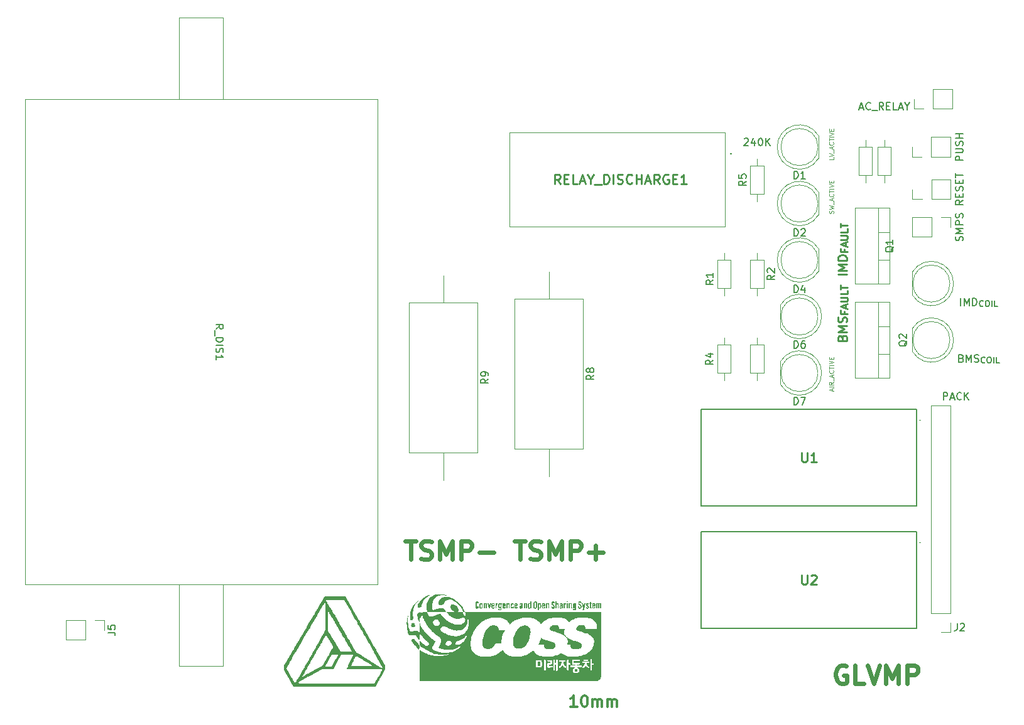
<source format=gbr>
%TF.GenerationSoftware,KiCad,Pcbnew,(6.0.5)*%
%TF.CreationDate,2023-02-13T18:16:20+09:00*%
%TF.ProjectId,charge shutdown PCB_v.2,63686172-6765-4207-9368-7574646f776e,rev?*%
%TF.SameCoordinates,Original*%
%TF.FileFunction,Legend,Top*%
%TF.FilePolarity,Positive*%
%FSLAX46Y46*%
G04 Gerber Fmt 4.6, Leading zero omitted, Abs format (unit mm)*
G04 Created by KiCad (PCBNEW (6.0.5)) date 2023-02-13 18:16:20*
%MOMM*%
%LPD*%
G01*
G04 APERTURE LIST*
%ADD10C,0.600000*%
%ADD11C,0.300000*%
%ADD12C,0.150000*%
%ADD13C,0.100000*%
%ADD14C,0.250000*%
%ADD15C,0.254000*%
%ADD16C,0.200000*%
%ADD17C,0.120000*%
G04 APERTURE END LIST*
D10*
X175216857Y-104922000D02*
X174978761Y-104802952D01*
X174621619Y-104802952D01*
X174264476Y-104922000D01*
X174026380Y-105160095D01*
X173907333Y-105398190D01*
X173788285Y-105874380D01*
X173788285Y-106231523D01*
X173907333Y-106707714D01*
X174026380Y-106945809D01*
X174264476Y-107183904D01*
X174621619Y-107302952D01*
X174859714Y-107302952D01*
X175216857Y-107183904D01*
X175335904Y-107064857D01*
X175335904Y-106231523D01*
X174859714Y-106231523D01*
X177597809Y-107302952D02*
X176407333Y-107302952D01*
X176407333Y-104802952D01*
X178074000Y-104802952D02*
X178907333Y-107302952D01*
X179740666Y-104802952D01*
X180574000Y-107302952D02*
X180574000Y-104802952D01*
X181407333Y-106588666D01*
X182240666Y-104802952D01*
X182240666Y-107302952D01*
X183431142Y-107302952D02*
X183431142Y-104802952D01*
X184383523Y-104802952D01*
X184621619Y-104922000D01*
X184740666Y-105041047D01*
X184859714Y-105279142D01*
X184859714Y-105636285D01*
X184740666Y-105874380D01*
X184621619Y-105993428D01*
X184383523Y-106112476D01*
X183431142Y-106112476D01*
D11*
X138938285Y-110406571D02*
X138081142Y-110406571D01*
X138509714Y-110406571D02*
X138509714Y-108906571D01*
X138366857Y-109120857D01*
X138224000Y-109263714D01*
X138081142Y-109335142D01*
X139866857Y-108906571D02*
X140009714Y-108906571D01*
X140152571Y-108978000D01*
X140224000Y-109049428D01*
X140295428Y-109192285D01*
X140366857Y-109478000D01*
X140366857Y-109835142D01*
X140295428Y-110120857D01*
X140224000Y-110263714D01*
X140152571Y-110335142D01*
X140009714Y-110406571D01*
X139866857Y-110406571D01*
X139724000Y-110335142D01*
X139652571Y-110263714D01*
X139581142Y-110120857D01*
X139509714Y-109835142D01*
X139509714Y-109478000D01*
X139581142Y-109192285D01*
X139652571Y-109049428D01*
X139724000Y-108978000D01*
X139866857Y-108906571D01*
X141009714Y-110406571D02*
X141009714Y-109406571D01*
X141009714Y-109549428D02*
X141081142Y-109478000D01*
X141224000Y-109406571D01*
X141438285Y-109406571D01*
X141581142Y-109478000D01*
X141652571Y-109620857D01*
X141652571Y-110406571D01*
X141652571Y-109620857D02*
X141724000Y-109478000D01*
X141866857Y-109406571D01*
X142081142Y-109406571D01*
X142224000Y-109478000D01*
X142295428Y-109620857D01*
X142295428Y-110406571D01*
X143009714Y-110406571D02*
X143009714Y-109406571D01*
X143009714Y-109549428D02*
X143081142Y-109478000D01*
X143224000Y-109406571D01*
X143438285Y-109406571D01*
X143581142Y-109478000D01*
X143652571Y-109620857D01*
X143652571Y-110406571D01*
X143652571Y-109620857D02*
X143724000Y-109478000D01*
X143866857Y-109406571D01*
X144081142Y-109406571D01*
X144224000Y-109478000D01*
X144295428Y-109620857D01*
X144295428Y-110406571D01*
D10*
X115789047Y-88038952D02*
X117217619Y-88038952D01*
X116503333Y-90538952D02*
X116503333Y-88038952D01*
X117931904Y-90419904D02*
X118289047Y-90538952D01*
X118884285Y-90538952D01*
X119122380Y-90419904D01*
X119241428Y-90300857D01*
X119360476Y-90062761D01*
X119360476Y-89824666D01*
X119241428Y-89586571D01*
X119122380Y-89467523D01*
X118884285Y-89348476D01*
X118408095Y-89229428D01*
X118170000Y-89110380D01*
X118050952Y-88991333D01*
X117931904Y-88753238D01*
X117931904Y-88515142D01*
X118050952Y-88277047D01*
X118170000Y-88158000D01*
X118408095Y-88038952D01*
X119003333Y-88038952D01*
X119360476Y-88158000D01*
X120431904Y-90538952D02*
X120431904Y-88038952D01*
X121265238Y-89824666D01*
X122098571Y-88038952D01*
X122098571Y-90538952D01*
X123289047Y-90538952D02*
X123289047Y-88038952D01*
X124241428Y-88038952D01*
X124479523Y-88158000D01*
X124598571Y-88277047D01*
X124717619Y-88515142D01*
X124717619Y-88872285D01*
X124598571Y-89110380D01*
X124479523Y-89229428D01*
X124241428Y-89348476D01*
X123289047Y-89348476D01*
X125789047Y-89586571D02*
X127693809Y-89586571D01*
X130521047Y-88038952D02*
X131949619Y-88038952D01*
X131235333Y-90538952D02*
X131235333Y-88038952D01*
X132663904Y-90419904D02*
X133021047Y-90538952D01*
X133616285Y-90538952D01*
X133854380Y-90419904D01*
X133973428Y-90300857D01*
X134092476Y-90062761D01*
X134092476Y-89824666D01*
X133973428Y-89586571D01*
X133854380Y-89467523D01*
X133616285Y-89348476D01*
X133140095Y-89229428D01*
X132902000Y-89110380D01*
X132782952Y-88991333D01*
X132663904Y-88753238D01*
X132663904Y-88515142D01*
X132782952Y-88277047D01*
X132902000Y-88158000D01*
X133140095Y-88038952D01*
X133735333Y-88038952D01*
X134092476Y-88158000D01*
X135163904Y-90538952D02*
X135163904Y-88038952D01*
X135997238Y-89824666D01*
X136830571Y-88038952D01*
X136830571Y-90538952D01*
X138021047Y-90538952D02*
X138021047Y-88038952D01*
X138973428Y-88038952D01*
X139211523Y-88158000D01*
X139330571Y-88277047D01*
X139449619Y-88515142D01*
X139449619Y-88872285D01*
X139330571Y-89110380D01*
X139211523Y-89229428D01*
X138973428Y-89348476D01*
X138021047Y-89348476D01*
X140521047Y-89586571D02*
X142425809Y-89586571D01*
X141473428Y-90538952D02*
X141473428Y-88634190D01*
D12*
%TO.C,D1*%
X168171904Y-39187380D02*
X168171904Y-38187380D01*
X168410000Y-38187380D01*
X168552857Y-38235000D01*
X168648095Y-38330238D01*
X168695714Y-38425476D01*
X168743333Y-38615952D01*
X168743333Y-38758809D01*
X168695714Y-38949285D01*
X168648095Y-39044523D01*
X168552857Y-39139761D01*
X168410000Y-39187380D01*
X168171904Y-39187380D01*
X169695714Y-39187380D02*
X169124285Y-39187380D01*
X169410000Y-39187380D02*
X169410000Y-38187380D01*
X169314761Y-38330238D01*
X169219523Y-38425476D01*
X169124285Y-38473095D01*
D13*
X173499428Y-36301142D02*
X173499428Y-36586857D01*
X172899428Y-36586857D01*
X172899428Y-36186857D02*
X173499428Y-35986857D01*
X172899428Y-35786857D01*
X173556571Y-35729714D02*
X173556571Y-35272571D01*
X173328000Y-35158285D02*
X173328000Y-34872571D01*
X173499428Y-35215428D02*
X172899428Y-35015428D01*
X173499428Y-34815428D01*
X173442285Y-34272571D02*
X173470857Y-34301142D01*
X173499428Y-34386857D01*
X173499428Y-34444000D01*
X173470857Y-34529714D01*
X173413714Y-34586857D01*
X173356571Y-34615428D01*
X173242285Y-34644000D01*
X173156571Y-34644000D01*
X173042285Y-34615428D01*
X172985142Y-34586857D01*
X172928000Y-34529714D01*
X172899428Y-34444000D01*
X172899428Y-34386857D01*
X172928000Y-34301142D01*
X172956571Y-34272571D01*
X172899428Y-34101142D02*
X172899428Y-33758285D01*
X173499428Y-33929714D02*
X172899428Y-33929714D01*
X173499428Y-33558285D02*
X172899428Y-33558285D01*
X172899428Y-33358285D02*
X173499428Y-33158285D01*
X172899428Y-32958285D01*
X173185142Y-32758285D02*
X173185142Y-32558285D01*
X173499428Y-32472571D02*
X173499428Y-32758285D01*
X172899428Y-32758285D01*
X172899428Y-32472571D01*
D12*
%TO.C,D6*%
X168171904Y-62047380D02*
X168171904Y-61047380D01*
X168410000Y-61047380D01*
X168552857Y-61095000D01*
X168648095Y-61190238D01*
X168695714Y-61285476D01*
X168743333Y-61475952D01*
X168743333Y-61618809D01*
X168695714Y-61809285D01*
X168648095Y-61904523D01*
X168552857Y-61999761D01*
X168410000Y-62047380D01*
X168171904Y-62047380D01*
X169600476Y-61047380D02*
X169410000Y-61047380D01*
X169314761Y-61095000D01*
X169267142Y-61142619D01*
X169171904Y-61285476D01*
X169124285Y-61475952D01*
X169124285Y-61856904D01*
X169171904Y-61952142D01*
X169219523Y-61999761D01*
X169314761Y-62047380D01*
X169505238Y-62047380D01*
X169600476Y-61999761D01*
X169648095Y-61952142D01*
X169695714Y-61856904D01*
X169695714Y-61618809D01*
X169648095Y-61523571D01*
X169600476Y-61475952D01*
X169505238Y-61428333D01*
X169314761Y-61428333D01*
X169219523Y-61475952D01*
X169171904Y-61523571D01*
X169124285Y-61618809D01*
D14*
X174666285Y-60655428D02*
X174723428Y-60484000D01*
X174780571Y-60426857D01*
X174894857Y-60369714D01*
X175066285Y-60369714D01*
X175180571Y-60426857D01*
X175237714Y-60484000D01*
X175294857Y-60598285D01*
X175294857Y-61055428D01*
X174094857Y-61055428D01*
X174094857Y-60655428D01*
X174152000Y-60541142D01*
X174209142Y-60484000D01*
X174323428Y-60426857D01*
X174437714Y-60426857D01*
X174552000Y-60484000D01*
X174609142Y-60541142D01*
X174666285Y-60655428D01*
X174666285Y-61055428D01*
X175294857Y-59855428D02*
X174094857Y-59855428D01*
X174952000Y-59455428D01*
X174094857Y-59055428D01*
X175294857Y-59055428D01*
X175237714Y-58541142D02*
X175294857Y-58369714D01*
X175294857Y-58084000D01*
X175237714Y-57969714D01*
X175180571Y-57912571D01*
X175066285Y-57855428D01*
X174952000Y-57855428D01*
X174837714Y-57912571D01*
X174780571Y-57969714D01*
X174723428Y-58084000D01*
X174666285Y-58312571D01*
X174609142Y-58426857D01*
X174552000Y-58484000D01*
X174437714Y-58541142D01*
X174323428Y-58541142D01*
X174209142Y-58484000D01*
X174152000Y-58426857D01*
X174094857Y-58312571D01*
X174094857Y-58026857D01*
X174152000Y-57855428D01*
X174923428Y-57078285D02*
X174923428Y-57398285D01*
X175426285Y-57398285D02*
X174466285Y-57398285D01*
X174466285Y-56941142D01*
X175152000Y-56621142D02*
X175152000Y-56164000D01*
X175426285Y-56712571D02*
X174466285Y-56392571D01*
X175426285Y-56072571D01*
X174466285Y-55752571D02*
X175243428Y-55752571D01*
X175334857Y-55706857D01*
X175380571Y-55661142D01*
X175426285Y-55569714D01*
X175426285Y-55386857D01*
X175380571Y-55295428D01*
X175334857Y-55249714D01*
X175243428Y-55204000D01*
X174466285Y-55204000D01*
X175426285Y-54289714D02*
X175426285Y-54746857D01*
X174466285Y-54746857D01*
X174466285Y-54106857D02*
X174466285Y-53558285D01*
X175426285Y-53832571D02*
X174466285Y-53832571D01*
D12*
%TO.C,R9*%
X126976380Y-66206666D02*
X126500190Y-66540000D01*
X126976380Y-66778095D02*
X125976380Y-66778095D01*
X125976380Y-66397142D01*
X126024000Y-66301904D01*
X126071619Y-66254285D01*
X126166857Y-66206666D01*
X126309714Y-66206666D01*
X126404952Y-66254285D01*
X126452571Y-66301904D01*
X126500190Y-66397142D01*
X126500190Y-66778095D01*
X126976380Y-65730476D02*
X126976380Y-65540000D01*
X126928761Y-65444761D01*
X126881142Y-65397142D01*
X126738285Y-65301904D01*
X126547809Y-65254285D01*
X126166857Y-65254285D01*
X126071619Y-65301904D01*
X126024000Y-65349523D01*
X125976380Y-65444761D01*
X125976380Y-65635238D01*
X126024000Y-65730476D01*
X126071619Y-65778095D01*
X126166857Y-65825714D01*
X126404952Y-65825714D01*
X126500190Y-65778095D01*
X126547809Y-65730476D01*
X126595428Y-65635238D01*
X126595428Y-65444761D01*
X126547809Y-65349523D01*
X126500190Y-65301904D01*
X126404952Y-65254285D01*
%TO.C,R8*%
X141200380Y-65702166D02*
X140724190Y-66035500D01*
X141200380Y-66273595D02*
X140200380Y-66273595D01*
X140200380Y-65892642D01*
X140248000Y-65797404D01*
X140295619Y-65749785D01*
X140390857Y-65702166D01*
X140533714Y-65702166D01*
X140628952Y-65749785D01*
X140676571Y-65797404D01*
X140724190Y-65892642D01*
X140724190Y-66273595D01*
X140628952Y-65130738D02*
X140581333Y-65225976D01*
X140533714Y-65273595D01*
X140438476Y-65321214D01*
X140390857Y-65321214D01*
X140295619Y-65273595D01*
X140248000Y-65225976D01*
X140200380Y-65130738D01*
X140200380Y-64940261D01*
X140248000Y-64845023D01*
X140295619Y-64797404D01*
X140390857Y-64749785D01*
X140438476Y-64749785D01*
X140533714Y-64797404D01*
X140581333Y-64845023D01*
X140628952Y-64940261D01*
X140628952Y-65130738D01*
X140676571Y-65225976D01*
X140724190Y-65273595D01*
X140819428Y-65321214D01*
X141009904Y-65321214D01*
X141105142Y-65273595D01*
X141152761Y-65225976D01*
X141200380Y-65130738D01*
X141200380Y-64940261D01*
X141152761Y-64845023D01*
X141105142Y-64797404D01*
X141009904Y-64749785D01*
X140819428Y-64749785D01*
X140724190Y-64797404D01*
X140676571Y-64845023D01*
X140628952Y-64940261D01*
D15*
%TO.C,U1*%
X169212380Y-76139523D02*
X169212380Y-77167619D01*
X169272857Y-77288571D01*
X169333333Y-77349047D01*
X169454285Y-77409523D01*
X169696190Y-77409523D01*
X169817142Y-77349047D01*
X169877619Y-77288571D01*
X169938095Y-77167619D01*
X169938095Y-76139523D01*
X171208095Y-77409523D02*
X170482380Y-77409523D01*
X170845238Y-77409523D02*
X170845238Y-76139523D01*
X170724285Y-76320952D01*
X170603333Y-76441904D01*
X170482380Y-76502380D01*
D16*
%TO.C,D3*%
X190635238Y-56332380D02*
X190635238Y-55332380D01*
X191111428Y-56332380D02*
X191111428Y-55332380D01*
X191444761Y-56046666D01*
X191778095Y-55332380D01*
X191778095Y-56332380D01*
X192254285Y-56332380D02*
X192254285Y-55332380D01*
X192492380Y-55332380D01*
X192635238Y-55380000D01*
X192730476Y-55475238D01*
X192778095Y-55570476D01*
X192825714Y-55760952D01*
X192825714Y-55903809D01*
X192778095Y-56094285D01*
X192730476Y-56189523D01*
X192635238Y-56284761D01*
X192492380Y-56332380D01*
X192254285Y-56332380D01*
X193663809Y-56365714D02*
X193625714Y-56403809D01*
X193511428Y-56441904D01*
X193435238Y-56441904D01*
X193320952Y-56403809D01*
X193244761Y-56327619D01*
X193206666Y-56251428D01*
X193168571Y-56099047D01*
X193168571Y-55984761D01*
X193206666Y-55832380D01*
X193244761Y-55756190D01*
X193320952Y-55680000D01*
X193435238Y-55641904D01*
X193511428Y-55641904D01*
X193625714Y-55680000D01*
X193663809Y-55718095D01*
X194159047Y-55641904D02*
X194311428Y-55641904D01*
X194387619Y-55680000D01*
X194463809Y-55756190D01*
X194501904Y-55908571D01*
X194501904Y-56175238D01*
X194463809Y-56327619D01*
X194387619Y-56403809D01*
X194311428Y-56441904D01*
X194159047Y-56441904D01*
X194082857Y-56403809D01*
X194006666Y-56327619D01*
X193968571Y-56175238D01*
X193968571Y-55908571D01*
X194006666Y-55756190D01*
X194082857Y-55680000D01*
X194159047Y-55641904D01*
X194844761Y-56441904D02*
X194844761Y-55641904D01*
X195606666Y-56441904D02*
X195225714Y-56441904D01*
X195225714Y-55641904D01*
D12*
%TO.C,SMPS*%
X190904761Y-47553333D02*
X190952380Y-47410476D01*
X190952380Y-47172380D01*
X190904761Y-47077142D01*
X190857142Y-47029523D01*
X190761904Y-46981904D01*
X190666666Y-46981904D01*
X190571428Y-47029523D01*
X190523809Y-47077142D01*
X190476190Y-47172380D01*
X190428571Y-47362857D01*
X190380952Y-47458095D01*
X190333333Y-47505714D01*
X190238095Y-47553333D01*
X190142857Y-47553333D01*
X190047619Y-47505714D01*
X190000000Y-47458095D01*
X189952380Y-47362857D01*
X189952380Y-47124761D01*
X190000000Y-46981904D01*
X190952380Y-46553333D02*
X189952380Y-46553333D01*
X190666666Y-46220000D01*
X189952380Y-45886666D01*
X190952380Y-45886666D01*
X190952380Y-45410476D02*
X189952380Y-45410476D01*
X189952380Y-45029523D01*
X190000000Y-44934285D01*
X190047619Y-44886666D01*
X190142857Y-44839047D01*
X190285714Y-44839047D01*
X190380952Y-44886666D01*
X190428571Y-44934285D01*
X190476190Y-45029523D01*
X190476190Y-45410476D01*
X190904761Y-44458095D02*
X190952380Y-44315238D01*
X190952380Y-44077142D01*
X190904761Y-43981904D01*
X190857142Y-43934285D01*
X190761904Y-43886666D01*
X190666666Y-43886666D01*
X190571428Y-43934285D01*
X190523809Y-43981904D01*
X190476190Y-44077142D01*
X190428571Y-44267619D01*
X190380952Y-44362857D01*
X190333333Y-44410476D01*
X190238095Y-44458095D01*
X190142857Y-44458095D01*
X190047619Y-44410476D01*
X190000000Y-44362857D01*
X189952380Y-44267619D01*
X189952380Y-44029523D01*
X190000000Y-43886666D01*
D15*
%TO.C,RELAY_DISCHARGE1*%
X136676190Y-39884523D02*
X136252857Y-39279761D01*
X135950476Y-39884523D02*
X135950476Y-38614523D01*
X136434285Y-38614523D01*
X136555238Y-38675000D01*
X136615714Y-38735476D01*
X136676190Y-38856428D01*
X136676190Y-39037857D01*
X136615714Y-39158809D01*
X136555238Y-39219285D01*
X136434285Y-39279761D01*
X135950476Y-39279761D01*
X137220476Y-39219285D02*
X137643809Y-39219285D01*
X137825238Y-39884523D02*
X137220476Y-39884523D01*
X137220476Y-38614523D01*
X137825238Y-38614523D01*
X138974285Y-39884523D02*
X138369523Y-39884523D01*
X138369523Y-38614523D01*
X139337142Y-39521666D02*
X139941904Y-39521666D01*
X139216190Y-39884523D02*
X139639523Y-38614523D01*
X140062857Y-39884523D01*
X140728095Y-39279761D02*
X140728095Y-39884523D01*
X140304761Y-38614523D02*
X140728095Y-39279761D01*
X141151428Y-38614523D01*
X141272380Y-40005476D02*
X142239999Y-40005476D01*
X142542380Y-39884523D02*
X142542380Y-38614523D01*
X142844761Y-38614523D01*
X143026190Y-38675000D01*
X143147142Y-38795952D01*
X143207619Y-38916904D01*
X143268095Y-39158809D01*
X143268095Y-39340238D01*
X143207619Y-39582142D01*
X143147142Y-39703095D01*
X143026190Y-39824047D01*
X142844761Y-39884523D01*
X142542380Y-39884523D01*
X143812380Y-39884523D02*
X143812380Y-38614523D01*
X144356666Y-39824047D02*
X144538095Y-39884523D01*
X144840476Y-39884523D01*
X144961428Y-39824047D01*
X145021904Y-39763571D01*
X145082380Y-39642619D01*
X145082380Y-39521666D01*
X145021904Y-39400714D01*
X144961428Y-39340238D01*
X144840476Y-39279761D01*
X144598571Y-39219285D01*
X144477619Y-39158809D01*
X144417142Y-39098333D01*
X144356666Y-38977380D01*
X144356666Y-38856428D01*
X144417142Y-38735476D01*
X144477619Y-38675000D01*
X144598571Y-38614523D01*
X144900952Y-38614523D01*
X145082380Y-38675000D01*
X146352380Y-39763571D02*
X146291904Y-39824047D01*
X146110476Y-39884523D01*
X145989523Y-39884523D01*
X145808095Y-39824047D01*
X145687142Y-39703095D01*
X145626666Y-39582142D01*
X145566190Y-39340238D01*
X145566190Y-39158809D01*
X145626666Y-38916904D01*
X145687142Y-38795952D01*
X145808095Y-38675000D01*
X145989523Y-38614523D01*
X146110476Y-38614523D01*
X146291904Y-38675000D01*
X146352380Y-38735476D01*
X146896666Y-39884523D02*
X146896666Y-38614523D01*
X146896666Y-39219285D02*
X147622380Y-39219285D01*
X147622380Y-39884523D02*
X147622380Y-38614523D01*
X148166666Y-39521666D02*
X148771428Y-39521666D01*
X148045714Y-39884523D02*
X148469047Y-38614523D01*
X148892380Y-39884523D01*
X150041428Y-39884523D02*
X149618095Y-39279761D01*
X149315714Y-39884523D02*
X149315714Y-38614523D01*
X149799523Y-38614523D01*
X149920476Y-38675000D01*
X149980952Y-38735476D01*
X150041428Y-38856428D01*
X150041428Y-39037857D01*
X149980952Y-39158809D01*
X149920476Y-39219285D01*
X149799523Y-39279761D01*
X149315714Y-39279761D01*
X151250952Y-38675000D02*
X151129999Y-38614523D01*
X150948571Y-38614523D01*
X150767142Y-38675000D01*
X150646190Y-38795952D01*
X150585714Y-38916904D01*
X150525238Y-39158809D01*
X150525238Y-39340238D01*
X150585714Y-39582142D01*
X150646190Y-39703095D01*
X150767142Y-39824047D01*
X150948571Y-39884523D01*
X151069523Y-39884523D01*
X151250952Y-39824047D01*
X151311428Y-39763571D01*
X151311428Y-39340238D01*
X151069523Y-39340238D01*
X151855714Y-39219285D02*
X152279047Y-39219285D01*
X152460476Y-39884523D02*
X151855714Y-39884523D01*
X151855714Y-38614523D01*
X152460476Y-38614523D01*
X153670000Y-39884523D02*
X152944285Y-39884523D01*
X153307142Y-39884523D02*
X153307142Y-38614523D01*
X153186190Y-38795952D01*
X153065238Y-38916904D01*
X152944285Y-38977380D01*
%TO.C,U2*%
X169212380Y-92649523D02*
X169212380Y-93677619D01*
X169272857Y-93798571D01*
X169333333Y-93859047D01*
X169454285Y-93919523D01*
X169696190Y-93919523D01*
X169817142Y-93859047D01*
X169877619Y-93798571D01*
X169938095Y-93677619D01*
X169938095Y-92649523D01*
X170482380Y-92770476D02*
X170542857Y-92710000D01*
X170663809Y-92649523D01*
X170966190Y-92649523D01*
X171087142Y-92710000D01*
X171147619Y-92770476D01*
X171208095Y-92891428D01*
X171208095Y-93012380D01*
X171147619Y-93193809D01*
X170421904Y-93919523D01*
X171208095Y-93919523D01*
D12*
%TO.C,R5*%
X161727380Y-39536666D02*
X161251190Y-39870000D01*
X161727380Y-40108095D02*
X160727380Y-40108095D01*
X160727380Y-39727142D01*
X160775000Y-39631904D01*
X160822619Y-39584285D01*
X160917857Y-39536666D01*
X161060714Y-39536666D01*
X161155952Y-39584285D01*
X161203571Y-39631904D01*
X161251190Y-39727142D01*
X161251190Y-40108095D01*
X160727380Y-38631904D02*
X160727380Y-39108095D01*
X161203571Y-39155714D01*
X161155952Y-39108095D01*
X161108333Y-39012857D01*
X161108333Y-38774761D01*
X161155952Y-38679523D01*
X161203571Y-38631904D01*
X161298809Y-38584285D01*
X161536904Y-38584285D01*
X161632142Y-38631904D01*
X161679761Y-38679523D01*
X161727380Y-38774761D01*
X161727380Y-39012857D01*
X161679761Y-39108095D01*
X161632142Y-39155714D01*
X161456904Y-33837619D02*
X161504523Y-33790000D01*
X161599761Y-33742380D01*
X161837857Y-33742380D01*
X161933095Y-33790000D01*
X161980714Y-33837619D01*
X162028333Y-33932857D01*
X162028333Y-34028095D01*
X161980714Y-34170952D01*
X161409285Y-34742380D01*
X162028333Y-34742380D01*
X162885476Y-34075714D02*
X162885476Y-34742380D01*
X162647380Y-33694761D02*
X162409285Y-34409047D01*
X163028333Y-34409047D01*
X163599761Y-33742380D02*
X163695000Y-33742380D01*
X163790238Y-33790000D01*
X163837857Y-33837619D01*
X163885476Y-33932857D01*
X163933095Y-34123333D01*
X163933095Y-34361428D01*
X163885476Y-34551904D01*
X163837857Y-34647142D01*
X163790238Y-34694761D01*
X163695000Y-34742380D01*
X163599761Y-34742380D01*
X163504523Y-34694761D01*
X163456904Y-34647142D01*
X163409285Y-34551904D01*
X163361666Y-34361428D01*
X163361666Y-34123333D01*
X163409285Y-33932857D01*
X163456904Y-33837619D01*
X163504523Y-33790000D01*
X163599761Y-33742380D01*
X164361666Y-34742380D02*
X164361666Y-33742380D01*
X164933095Y-34742380D02*
X164504523Y-34170952D01*
X164933095Y-33742380D02*
X164361666Y-34313809D01*
%TO.C,RESET*%
X190952380Y-42092380D02*
X190476190Y-42425714D01*
X190952380Y-42663809D02*
X189952380Y-42663809D01*
X189952380Y-42282857D01*
X190000000Y-42187619D01*
X190047619Y-42140000D01*
X190142857Y-42092380D01*
X190285714Y-42092380D01*
X190380952Y-42140000D01*
X190428571Y-42187619D01*
X190476190Y-42282857D01*
X190476190Y-42663809D01*
X190428571Y-41663809D02*
X190428571Y-41330476D01*
X190952380Y-41187619D02*
X190952380Y-41663809D01*
X189952380Y-41663809D01*
X189952380Y-41187619D01*
X190904761Y-40806666D02*
X190952380Y-40663809D01*
X190952380Y-40425714D01*
X190904761Y-40330476D01*
X190857142Y-40282857D01*
X190761904Y-40235238D01*
X190666666Y-40235238D01*
X190571428Y-40282857D01*
X190523809Y-40330476D01*
X190476190Y-40425714D01*
X190428571Y-40616190D01*
X190380952Y-40711428D01*
X190333333Y-40759047D01*
X190238095Y-40806666D01*
X190142857Y-40806666D01*
X190047619Y-40759047D01*
X190000000Y-40711428D01*
X189952380Y-40616190D01*
X189952380Y-40378095D01*
X190000000Y-40235238D01*
X190428571Y-39806666D02*
X190428571Y-39473333D01*
X190952380Y-39330476D02*
X190952380Y-39806666D01*
X189952380Y-39806666D01*
X189952380Y-39330476D01*
X189952380Y-39044761D02*
X189952380Y-38473333D01*
X190952380Y-38759047D02*
X189952380Y-38759047D01*
%TO.C,Q1*%
X181617619Y-48355238D02*
X181570000Y-48450476D01*
X181474761Y-48545714D01*
X181331904Y-48688571D01*
X181284285Y-48783809D01*
X181284285Y-48879047D01*
X181522380Y-48831428D02*
X181474761Y-48926666D01*
X181379523Y-49021904D01*
X181189047Y-49069523D01*
X180855714Y-49069523D01*
X180665238Y-49021904D01*
X180570000Y-48926666D01*
X180522380Y-48831428D01*
X180522380Y-48640952D01*
X180570000Y-48545714D01*
X180665238Y-48450476D01*
X180855714Y-48402857D01*
X181189047Y-48402857D01*
X181379523Y-48450476D01*
X181474761Y-48545714D01*
X181522380Y-48640952D01*
X181522380Y-48831428D01*
X181522380Y-47450476D02*
X181522380Y-48021904D01*
X181522380Y-47736190D02*
X180522380Y-47736190D01*
X180665238Y-47831428D01*
X180760476Y-47926666D01*
X180808095Y-48021904D01*
%TO.C,J2*%
X190166666Y-99177380D02*
X190166666Y-99891666D01*
X190119047Y-100034523D01*
X190023809Y-100129761D01*
X189880952Y-100177380D01*
X189785714Y-100177380D01*
X190595238Y-99272619D02*
X190642857Y-99225000D01*
X190738095Y-99177380D01*
X190976190Y-99177380D01*
X191071428Y-99225000D01*
X191119047Y-99272619D01*
X191166666Y-99367857D01*
X191166666Y-99463095D01*
X191119047Y-99605952D01*
X190547619Y-100177380D01*
X191166666Y-100177380D01*
X188301523Y-69032380D02*
X188301523Y-68032380D01*
X188682476Y-68032380D01*
X188777714Y-68080000D01*
X188825333Y-68127619D01*
X188872952Y-68222857D01*
X188872952Y-68365714D01*
X188825333Y-68460952D01*
X188777714Y-68508571D01*
X188682476Y-68556190D01*
X188301523Y-68556190D01*
X189253904Y-68746666D02*
X189730095Y-68746666D01*
X189158666Y-69032380D02*
X189492000Y-68032380D01*
X189825333Y-69032380D01*
X190730095Y-68937142D02*
X190682476Y-68984761D01*
X190539619Y-69032380D01*
X190444380Y-69032380D01*
X190301523Y-68984761D01*
X190206285Y-68889523D01*
X190158666Y-68794285D01*
X190111047Y-68603809D01*
X190111047Y-68460952D01*
X190158666Y-68270476D01*
X190206285Y-68175238D01*
X190301523Y-68080000D01*
X190444380Y-68032380D01*
X190539619Y-68032380D01*
X190682476Y-68080000D01*
X190730095Y-68127619D01*
X191158666Y-69032380D02*
X191158666Y-68032380D01*
X191730095Y-69032380D02*
X191301523Y-68460952D01*
X191730095Y-68032380D02*
X191158666Y-68603809D01*
%TO.C,D4*%
X168171904Y-54577380D02*
X168171904Y-53577380D01*
X168410000Y-53577380D01*
X168552857Y-53625000D01*
X168648095Y-53720238D01*
X168695714Y-53815476D01*
X168743333Y-54005952D01*
X168743333Y-54148809D01*
X168695714Y-54339285D01*
X168648095Y-54434523D01*
X168552857Y-54529761D01*
X168410000Y-54577380D01*
X168171904Y-54577380D01*
X169600476Y-53910714D02*
X169600476Y-54577380D01*
X169362380Y-53529761D02*
X169124285Y-54244047D01*
X169743333Y-54244047D01*
D14*
X175294857Y-52133714D02*
X174094857Y-52133714D01*
X175294857Y-51562285D02*
X174094857Y-51562285D01*
X174952000Y-51162285D01*
X174094857Y-50762285D01*
X175294857Y-50762285D01*
X175294857Y-50190857D02*
X174094857Y-50190857D01*
X174094857Y-49905142D01*
X174152000Y-49733714D01*
X174266285Y-49619428D01*
X174380571Y-49562285D01*
X174609142Y-49505142D01*
X174780571Y-49505142D01*
X175009142Y-49562285D01*
X175123428Y-49619428D01*
X175237714Y-49733714D01*
X175294857Y-49905142D01*
X175294857Y-50190857D01*
X174923428Y-48728000D02*
X174923428Y-49048000D01*
X175426285Y-49048000D02*
X174466285Y-49048000D01*
X174466285Y-48590857D01*
X175152000Y-48270857D02*
X175152000Y-47813714D01*
X175426285Y-48362285D02*
X174466285Y-48042285D01*
X175426285Y-47722285D01*
X174466285Y-47402285D02*
X175243428Y-47402285D01*
X175334857Y-47356571D01*
X175380571Y-47310857D01*
X175426285Y-47219428D01*
X175426285Y-47036571D01*
X175380571Y-46945142D01*
X175334857Y-46899428D01*
X175243428Y-46853714D01*
X174466285Y-46853714D01*
X175426285Y-45939428D02*
X175426285Y-46396571D01*
X174466285Y-46396571D01*
X174466285Y-45756571D02*
X174466285Y-45208000D01*
X175426285Y-45482285D02*
X174466285Y-45482285D01*
D12*
%TO.C,Q2*%
X183427619Y-61055238D02*
X183380000Y-61150476D01*
X183284761Y-61245714D01*
X183141904Y-61388571D01*
X183094285Y-61483809D01*
X183094285Y-61579047D01*
X183332380Y-61531428D02*
X183284761Y-61626666D01*
X183189523Y-61721904D01*
X182999047Y-61769523D01*
X182665714Y-61769523D01*
X182475238Y-61721904D01*
X182380000Y-61626666D01*
X182332380Y-61531428D01*
X182332380Y-61340952D01*
X182380000Y-61245714D01*
X182475238Y-61150476D01*
X182665714Y-61102857D01*
X182999047Y-61102857D01*
X183189523Y-61150476D01*
X183284761Y-61245714D01*
X183332380Y-61340952D01*
X183332380Y-61531428D01*
X182427619Y-60721904D02*
X182380000Y-60674285D01*
X182332380Y-60579047D01*
X182332380Y-60340952D01*
X182380000Y-60245714D01*
X182427619Y-60198095D01*
X182522857Y-60150476D01*
X182618095Y-60150476D01*
X182760952Y-60198095D01*
X183332380Y-60769523D01*
X183332380Y-60150476D01*
%TO.C,R_DIS1*%
X90258619Y-59436095D02*
X90734809Y-59102761D01*
X90258619Y-58864666D02*
X91258619Y-58864666D01*
X91258619Y-59245619D01*
X91211000Y-59340857D01*
X91163380Y-59388476D01*
X91068142Y-59436095D01*
X90925285Y-59436095D01*
X90830047Y-59388476D01*
X90782428Y-59340857D01*
X90734809Y-59245619D01*
X90734809Y-58864666D01*
X90163380Y-59626571D02*
X90163380Y-60388476D01*
X90258619Y-60626571D02*
X91258619Y-60626571D01*
X91258619Y-60864666D01*
X91211000Y-61007523D01*
X91115761Y-61102761D01*
X91020523Y-61150380D01*
X90830047Y-61198000D01*
X90687190Y-61198000D01*
X90496714Y-61150380D01*
X90401476Y-61102761D01*
X90306238Y-61007523D01*
X90258619Y-60864666D01*
X90258619Y-60626571D01*
X90258619Y-61626571D02*
X91258619Y-61626571D01*
X90306238Y-62055142D02*
X90258619Y-62198000D01*
X90258619Y-62436095D01*
X90306238Y-62531333D01*
X90353857Y-62578952D01*
X90449095Y-62626571D01*
X90544333Y-62626571D01*
X90639571Y-62578952D01*
X90687190Y-62531333D01*
X90734809Y-62436095D01*
X90782428Y-62245619D01*
X90830047Y-62150380D01*
X90877666Y-62102761D01*
X90972904Y-62055142D01*
X91068142Y-62055142D01*
X91163380Y-62102761D01*
X91211000Y-62150380D01*
X91258619Y-62245619D01*
X91258619Y-62483714D01*
X91211000Y-62626571D01*
X90258619Y-63578952D02*
X90258619Y-63007523D01*
X90258619Y-63293238D02*
X91258619Y-63293238D01*
X91115761Y-63198000D01*
X91020523Y-63102761D01*
X90972904Y-63007523D01*
%TO.C,J5*%
X75696380Y-100409333D02*
X76410666Y-100409333D01*
X76553523Y-100456952D01*
X76648761Y-100552190D01*
X76696380Y-100695047D01*
X76696380Y-100790285D01*
X75696380Y-99456952D02*
X75696380Y-99933142D01*
X76172571Y-99980761D01*
X76124952Y-99933142D01*
X76077333Y-99837904D01*
X76077333Y-99599809D01*
X76124952Y-99504571D01*
X76172571Y-99456952D01*
X76267809Y-99409333D01*
X76505904Y-99409333D01*
X76601142Y-99456952D01*
X76648761Y-99504571D01*
X76696380Y-99599809D01*
X76696380Y-99837904D01*
X76648761Y-99933142D01*
X76601142Y-99980761D01*
%TO.C,D5*%
X190730476Y-63428571D02*
X190873333Y-63476190D01*
X190920952Y-63523809D01*
X190968571Y-63619047D01*
X190968571Y-63761904D01*
X190920952Y-63857142D01*
X190873333Y-63904761D01*
X190778095Y-63952380D01*
X190397142Y-63952380D01*
X190397142Y-62952380D01*
X190730476Y-62952380D01*
X190825714Y-63000000D01*
X190873333Y-63047619D01*
X190920952Y-63142857D01*
X190920952Y-63238095D01*
X190873333Y-63333333D01*
X190825714Y-63380952D01*
X190730476Y-63428571D01*
X190397142Y-63428571D01*
X191397142Y-63952380D02*
X191397142Y-62952380D01*
X191730476Y-63666666D01*
X192063809Y-62952380D01*
X192063809Y-63952380D01*
X192492380Y-63904761D02*
X192635238Y-63952380D01*
X192873333Y-63952380D01*
X192968571Y-63904761D01*
X193016190Y-63857142D01*
X193063809Y-63761904D01*
X193063809Y-63666666D01*
X193016190Y-63571428D01*
X192968571Y-63523809D01*
X192873333Y-63476190D01*
X192682857Y-63428571D01*
X192587619Y-63380952D01*
X192540000Y-63333333D01*
X192492380Y-63238095D01*
X192492380Y-63142857D01*
X192540000Y-63047619D01*
X192587619Y-63000000D01*
X192682857Y-62952380D01*
X192920952Y-62952380D01*
X193063809Y-63000000D01*
X193901904Y-63985714D02*
X193863809Y-64023809D01*
X193749523Y-64061904D01*
X193673333Y-64061904D01*
X193559047Y-64023809D01*
X193482857Y-63947619D01*
X193444761Y-63871428D01*
X193406666Y-63719047D01*
X193406666Y-63604761D01*
X193444761Y-63452380D01*
X193482857Y-63376190D01*
X193559047Y-63300000D01*
X193673333Y-63261904D01*
X193749523Y-63261904D01*
X193863809Y-63300000D01*
X193901904Y-63338095D01*
X194397142Y-63261904D02*
X194549523Y-63261904D01*
X194625714Y-63300000D01*
X194701904Y-63376190D01*
X194740000Y-63528571D01*
X194740000Y-63795238D01*
X194701904Y-63947619D01*
X194625714Y-64023809D01*
X194549523Y-64061904D01*
X194397142Y-64061904D01*
X194320952Y-64023809D01*
X194244761Y-63947619D01*
X194206666Y-63795238D01*
X194206666Y-63528571D01*
X194244761Y-63376190D01*
X194320952Y-63300000D01*
X194397142Y-63261904D01*
X195082857Y-64061904D02*
X195082857Y-63261904D01*
X195844761Y-64061904D02*
X195463809Y-64061904D01*
X195463809Y-63261904D01*
%TO.C,R2*%
X165567380Y-52236666D02*
X165091190Y-52570000D01*
X165567380Y-52808095D02*
X164567380Y-52808095D01*
X164567380Y-52427142D01*
X164615000Y-52331904D01*
X164662619Y-52284285D01*
X164757857Y-52236666D01*
X164900714Y-52236666D01*
X164995952Y-52284285D01*
X165043571Y-52331904D01*
X165091190Y-52427142D01*
X165091190Y-52808095D01*
X164662619Y-51855714D02*
X164615000Y-51808095D01*
X164567380Y-51712857D01*
X164567380Y-51474761D01*
X164615000Y-51379523D01*
X164662619Y-51331904D01*
X164757857Y-51284285D01*
X164853095Y-51284285D01*
X164995952Y-51331904D01*
X165567380Y-51903333D01*
X165567380Y-51284285D01*
%TO.C,D7*%
X168171904Y-69667380D02*
X168171904Y-68667380D01*
X168410000Y-68667380D01*
X168552857Y-68715000D01*
X168648095Y-68810238D01*
X168695714Y-68905476D01*
X168743333Y-69095952D01*
X168743333Y-69238809D01*
X168695714Y-69429285D01*
X168648095Y-69524523D01*
X168552857Y-69619761D01*
X168410000Y-69667380D01*
X168171904Y-69667380D01*
X169076666Y-68667380D02*
X169743333Y-68667380D01*
X169314761Y-69667380D01*
D13*
X173328000Y-67803428D02*
X173328000Y-67517714D01*
X173499428Y-67860571D02*
X172899428Y-67660571D01*
X173499428Y-67460571D01*
X173499428Y-67260571D02*
X172899428Y-67260571D01*
X173499428Y-66632000D02*
X173213714Y-66832000D01*
X173499428Y-66974857D02*
X172899428Y-66974857D01*
X172899428Y-66746285D01*
X172928000Y-66689142D01*
X172956571Y-66660571D01*
X173013714Y-66632000D01*
X173099428Y-66632000D01*
X173156571Y-66660571D01*
X173185142Y-66689142D01*
X173213714Y-66746285D01*
X173213714Y-66974857D01*
X173556571Y-66517714D02*
X173556571Y-66060571D01*
X173328000Y-65946285D02*
X173328000Y-65660571D01*
X173499428Y-66003428D02*
X172899428Y-65803428D01*
X173499428Y-65603428D01*
X173442285Y-65060571D02*
X173470857Y-65089142D01*
X173499428Y-65174857D01*
X173499428Y-65232000D01*
X173470857Y-65317714D01*
X173413714Y-65374857D01*
X173356571Y-65403428D01*
X173242285Y-65432000D01*
X173156571Y-65432000D01*
X173042285Y-65403428D01*
X172985142Y-65374857D01*
X172928000Y-65317714D01*
X172899428Y-65232000D01*
X172899428Y-65174857D01*
X172928000Y-65089142D01*
X172956571Y-65060571D01*
X172899428Y-64889142D02*
X172899428Y-64546285D01*
X173499428Y-64717714D02*
X172899428Y-64717714D01*
X173499428Y-64346285D02*
X172899428Y-64346285D01*
X172899428Y-64146285D02*
X173499428Y-63946285D01*
X172899428Y-63746285D01*
X173185142Y-63546285D02*
X173185142Y-63346285D01*
X173499428Y-63260571D02*
X173499428Y-63546285D01*
X172899428Y-63546285D01*
X172899428Y-63260571D01*
D12*
%TO.C,AC_RELAY*%
X177006666Y-29630666D02*
X177482857Y-29630666D01*
X176911428Y-29916380D02*
X177244761Y-28916380D01*
X177578095Y-29916380D01*
X178482857Y-29821142D02*
X178435238Y-29868761D01*
X178292380Y-29916380D01*
X178197142Y-29916380D01*
X178054285Y-29868761D01*
X177959047Y-29773523D01*
X177911428Y-29678285D01*
X177863809Y-29487809D01*
X177863809Y-29344952D01*
X177911428Y-29154476D01*
X177959047Y-29059238D01*
X178054285Y-28964000D01*
X178197142Y-28916380D01*
X178292380Y-28916380D01*
X178435238Y-28964000D01*
X178482857Y-29011619D01*
X178673333Y-30011619D02*
X179435238Y-30011619D01*
X180244761Y-29916380D02*
X179911428Y-29440190D01*
X179673333Y-29916380D02*
X179673333Y-28916380D01*
X180054285Y-28916380D01*
X180149523Y-28964000D01*
X180197142Y-29011619D01*
X180244761Y-29106857D01*
X180244761Y-29249714D01*
X180197142Y-29344952D01*
X180149523Y-29392571D01*
X180054285Y-29440190D01*
X179673333Y-29440190D01*
X180673333Y-29392571D02*
X181006666Y-29392571D01*
X181149523Y-29916380D02*
X180673333Y-29916380D01*
X180673333Y-28916380D01*
X181149523Y-28916380D01*
X182054285Y-29916380D02*
X181578095Y-29916380D01*
X181578095Y-28916380D01*
X182340000Y-29630666D02*
X182816190Y-29630666D01*
X182244761Y-29916380D02*
X182578095Y-28916380D01*
X182911428Y-29916380D01*
X183435238Y-29440190D02*
X183435238Y-29916380D01*
X183101904Y-28916380D02*
X183435238Y-29440190D01*
X183768571Y-28916380D01*
%TO.C,D2*%
X168171904Y-46957380D02*
X168171904Y-45957380D01*
X168410000Y-45957380D01*
X168552857Y-46005000D01*
X168648095Y-46100238D01*
X168695714Y-46195476D01*
X168743333Y-46385952D01*
X168743333Y-46528809D01*
X168695714Y-46719285D01*
X168648095Y-46814523D01*
X168552857Y-46909761D01*
X168410000Y-46957380D01*
X168171904Y-46957380D01*
X169124285Y-46052619D02*
X169171904Y-46005000D01*
X169267142Y-45957380D01*
X169505238Y-45957380D01*
X169600476Y-46005000D01*
X169648095Y-46052619D01*
X169695714Y-46147857D01*
X169695714Y-46243095D01*
X169648095Y-46385952D01*
X169076666Y-46957380D01*
X169695714Y-46957380D01*
D13*
X173470857Y-43856000D02*
X173499428Y-43770285D01*
X173499428Y-43627428D01*
X173470857Y-43570285D01*
X173442285Y-43541714D01*
X173385142Y-43513142D01*
X173328000Y-43513142D01*
X173270857Y-43541714D01*
X173242285Y-43570285D01*
X173213714Y-43627428D01*
X173185142Y-43741714D01*
X173156571Y-43798857D01*
X173128000Y-43827428D01*
X173070857Y-43856000D01*
X173013714Y-43856000D01*
X172956571Y-43827428D01*
X172928000Y-43798857D01*
X172899428Y-43741714D01*
X172899428Y-43598857D01*
X172928000Y-43513142D01*
X172899428Y-43313142D02*
X173499428Y-43170285D01*
X173070857Y-43056000D01*
X173499428Y-42941714D01*
X172899428Y-42798857D01*
X173556571Y-42713142D02*
X173556571Y-42256000D01*
X173328000Y-42141714D02*
X173328000Y-41856000D01*
X173499428Y-42198857D02*
X172899428Y-41998857D01*
X173499428Y-41798857D01*
X173442285Y-41256000D02*
X173470857Y-41284571D01*
X173499428Y-41370285D01*
X173499428Y-41427428D01*
X173470857Y-41513142D01*
X173413714Y-41570285D01*
X173356571Y-41598857D01*
X173242285Y-41627428D01*
X173156571Y-41627428D01*
X173042285Y-41598857D01*
X172985142Y-41570285D01*
X172928000Y-41513142D01*
X172899428Y-41427428D01*
X172899428Y-41370285D01*
X172928000Y-41284571D01*
X172956571Y-41256000D01*
X172899428Y-41084571D02*
X172899428Y-40741714D01*
X173499428Y-40913142D02*
X172899428Y-40913142D01*
X173499428Y-40541714D02*
X172899428Y-40541714D01*
X172899428Y-40341714D02*
X173499428Y-40141714D01*
X172899428Y-39941714D01*
X173185142Y-39741714D02*
X173185142Y-39541714D01*
X173499428Y-39456000D02*
X173499428Y-39741714D01*
X172899428Y-39741714D01*
X172899428Y-39456000D01*
D12*
%TO.C,PUSH*%
X190947380Y-36710714D02*
X189947380Y-36710714D01*
X189947380Y-36329761D01*
X189995000Y-36234523D01*
X190042619Y-36186904D01*
X190137857Y-36139285D01*
X190280714Y-36139285D01*
X190375952Y-36186904D01*
X190423571Y-36234523D01*
X190471190Y-36329761D01*
X190471190Y-36710714D01*
X189947380Y-35710714D02*
X190756904Y-35710714D01*
X190852142Y-35663095D01*
X190899761Y-35615476D01*
X190947380Y-35520238D01*
X190947380Y-35329761D01*
X190899761Y-35234523D01*
X190852142Y-35186904D01*
X190756904Y-35139285D01*
X189947380Y-35139285D01*
X190899761Y-34710714D02*
X190947380Y-34567857D01*
X190947380Y-34329761D01*
X190899761Y-34234523D01*
X190852142Y-34186904D01*
X190756904Y-34139285D01*
X190661666Y-34139285D01*
X190566428Y-34186904D01*
X190518809Y-34234523D01*
X190471190Y-34329761D01*
X190423571Y-34520238D01*
X190375952Y-34615476D01*
X190328333Y-34663095D01*
X190233095Y-34710714D01*
X190137857Y-34710714D01*
X190042619Y-34663095D01*
X189995000Y-34615476D01*
X189947380Y-34520238D01*
X189947380Y-34282142D01*
X189995000Y-34139285D01*
X190947380Y-33710714D02*
X189947380Y-33710714D01*
X190423571Y-33710714D02*
X190423571Y-33139285D01*
X190947380Y-33139285D02*
X189947380Y-33139285D01*
%TO.C,R1*%
X157297380Y-52871666D02*
X156821190Y-53205000D01*
X157297380Y-53443095D02*
X156297380Y-53443095D01*
X156297380Y-53062142D01*
X156345000Y-52966904D01*
X156392619Y-52919285D01*
X156487857Y-52871666D01*
X156630714Y-52871666D01*
X156725952Y-52919285D01*
X156773571Y-52966904D01*
X156821190Y-53062142D01*
X156821190Y-53443095D01*
X157297380Y-51919285D02*
X157297380Y-52490714D01*
X157297380Y-52205000D02*
X156297380Y-52205000D01*
X156440238Y-52300238D01*
X156535476Y-52395476D01*
X156583095Y-52490714D01*
%TO.C,R4*%
X157282380Y-63666666D02*
X156806190Y-64000000D01*
X157282380Y-64238095D02*
X156282380Y-64238095D01*
X156282380Y-63857142D01*
X156330000Y-63761904D01*
X156377619Y-63714285D01*
X156472857Y-63666666D01*
X156615714Y-63666666D01*
X156710952Y-63714285D01*
X156758571Y-63761904D01*
X156806190Y-63857142D01*
X156806190Y-64238095D01*
X156615714Y-62809523D02*
X157282380Y-62809523D01*
X156234761Y-63047619D02*
X156949047Y-63285714D01*
X156949047Y-62666666D01*
D17*
%TO.C,D1*%
X171470000Y-36470000D02*
X171470000Y-33380000D01*
X171470000Y-33380170D02*
G75*
G03*
X165920000Y-34925462I-2560000J-1544830D01*
G01*
X165920000Y-34924538D02*
G75*
G03*
X171470000Y-36469830I2990000J-462D01*
G01*
X171410000Y-34925000D02*
G75*
G03*
X171410000Y-34925000I-2500000J0D01*
G01*
%TO.C,D6*%
X166350000Y-56240000D02*
X166350000Y-59330000D01*
X166350000Y-59329830D02*
G75*
G03*
X171900000Y-57784538I2560000J1544830D01*
G01*
X171900000Y-57785462D02*
G75*
G03*
X166350000Y-56240170I-2990000J462D01*
G01*
X171410000Y-57785000D02*
G75*
G03*
X171410000Y-57785000I-2500000J0D01*
G01*
%TO.C,R9*%
X116284000Y-55920000D02*
X116284000Y-76160000D01*
X120904000Y-52240000D02*
X120904000Y-55920000D01*
X120904000Y-79840000D02*
X120904000Y-76160000D01*
X116284000Y-76160000D02*
X125524000Y-76160000D01*
X125524000Y-55920000D02*
X116284000Y-55920000D01*
X125524000Y-76160000D02*
X125524000Y-55920000D01*
%TO.C,R8*%
X130508000Y-75655500D02*
X139748000Y-75655500D01*
X135128000Y-79335500D02*
X135128000Y-75655500D01*
X135128000Y-51735500D02*
X135128000Y-55415500D01*
X139748000Y-55415500D02*
X130508000Y-55415500D01*
X139748000Y-75655500D02*
X139748000Y-55415500D01*
X130508000Y-55415500D02*
X130508000Y-75655500D01*
D16*
%TO.C,U1*%
X184680000Y-83335000D02*
X184680000Y-70335000D01*
X155680000Y-83335000D02*
X184680000Y-83335000D01*
X184680000Y-70335000D02*
X155680000Y-70335000D01*
D13*
X185080000Y-71755000D02*
X185080000Y-71755000D01*
X185180000Y-71755000D02*
X185180000Y-71755000D01*
D16*
X155680000Y-70335000D02*
X155680000Y-83335000D01*
D13*
X185080000Y-71755000D02*
G75*
G03*
X185180000Y-71755000I50000J0D01*
G01*
X185180000Y-71755000D02*
G75*
G03*
X185080000Y-71755000I-50000J0D01*
G01*
D17*
%TO.C,D3*%
X184130000Y-51795000D02*
X184130000Y-54885000D01*
X189680000Y-53340462D02*
G75*
G03*
X184130000Y-51795170I-2990000J462D01*
G01*
X184130000Y-54884830D02*
G75*
G03*
X189680000Y-53339538I2560000J1544830D01*
G01*
X189190000Y-53340000D02*
G75*
G03*
X189190000Y-53340000I-2500000J0D01*
G01*
%TO.C,G\u002A\u002A\u002A*%
G36*
X100302057Y-106953493D02*
G01*
X100197114Y-106768300D01*
X100086151Y-106572172D01*
X100061286Y-106528182D01*
X99422857Y-105398495D01*
X99423306Y-105253059D01*
X99811801Y-105253059D01*
X99815414Y-105290852D01*
X99826156Y-105325638D01*
X99842836Y-105360385D01*
X99864267Y-105398063D01*
X99880722Y-105426481D01*
X99950687Y-105548864D01*
X100030246Y-105687545D01*
X100117119Y-105838591D01*
X100209024Y-105998066D01*
X100303682Y-106162035D01*
X100398812Y-106326566D01*
X100492134Y-106487722D01*
X100581367Y-106641570D01*
X100664230Y-106784175D01*
X100738444Y-106911603D01*
X100801728Y-107019918D01*
X100851801Y-107105188D01*
X100886383Y-107163477D01*
X100903193Y-107190851D01*
X100904136Y-107192167D01*
X100933224Y-107211749D01*
X100945513Y-107211818D01*
X100960683Y-107193025D01*
X100993496Y-107143317D01*
X101041117Y-107067295D01*
X101100708Y-106969565D01*
X101169434Y-106854729D01*
X101244457Y-106727390D01*
X101252282Y-106714001D01*
X101344240Y-106556449D01*
X101430963Y-106407715D01*
X101464361Y-106350364D01*
X101932267Y-106350364D01*
X101947339Y-106355600D01*
X101970527Y-106345702D01*
X102025571Y-106317596D01*
X102108691Y-106273345D01*
X102216104Y-106215012D01*
X102344028Y-106144662D01*
X102488681Y-106064356D01*
X102646282Y-105976159D01*
X102754173Y-105915408D01*
X102947022Y-105806602D01*
X103153727Y-105690057D01*
X103366052Y-105570410D01*
X103575763Y-105452299D01*
X103774624Y-105340363D01*
X103954399Y-105239240D01*
X104106854Y-105153569D01*
X104109182Y-105152261D01*
X104426311Y-104974178D01*
X104998967Y-104974178D01*
X105005072Y-104983942D01*
X105026501Y-104991309D01*
X105067928Y-104996588D01*
X105134026Y-105000086D01*
X105229469Y-105002112D01*
X105358929Y-105002975D01*
X105436690Y-105003067D01*
X105874413Y-105003067D01*
X106328457Y-104203834D01*
X106422361Y-104038091D01*
X106509706Y-103883053D01*
X106588455Y-103742403D01*
X106656570Y-103619821D01*
X106712012Y-103518986D01*
X106752745Y-103443581D01*
X106776729Y-103397284D01*
X106782502Y-103383818D01*
X106762263Y-103376330D01*
X106702531Y-103370442D01*
X106604785Y-103366221D01*
X106470507Y-103363734D01*
X106324719Y-103363034D01*
X105866936Y-103363034D01*
X105432952Y-104154161D01*
X105342307Y-104320040D01*
X105258080Y-104475406D01*
X105182279Y-104616465D01*
X105116913Y-104739422D01*
X105063990Y-104840481D01*
X105025519Y-104915849D01*
X105003508Y-104961730D01*
X104998967Y-104974178D01*
X104426311Y-104974178D01*
X104685176Y-104828813D01*
X105380207Y-103588539D01*
X105496396Y-103380902D01*
X105606500Y-103183560D01*
X105708900Y-102999450D01*
X105801978Y-102831508D01*
X105884117Y-102682671D01*
X105953698Y-102555876D01*
X106009103Y-102454062D01*
X106048714Y-102380163D01*
X106070912Y-102337119D01*
X106075238Y-102327030D01*
X106065141Y-102303474D01*
X106036564Y-102249626D01*
X105992073Y-102169816D01*
X105934238Y-102068373D01*
X105865628Y-101949628D01*
X105788811Y-101817910D01*
X105706356Y-101677548D01*
X105620831Y-101532872D01*
X105534805Y-101388213D01*
X105450846Y-101247899D01*
X105371524Y-101116260D01*
X105299406Y-100997626D01*
X105237061Y-100896327D01*
X105187059Y-100816692D01*
X105151966Y-100763050D01*
X105134353Y-100739733D01*
X105133186Y-100739088D01*
X105121431Y-100756520D01*
X105090705Y-100807250D01*
X105042340Y-100888954D01*
X104977668Y-100999309D01*
X104898022Y-101135992D01*
X104804732Y-101296680D01*
X104699132Y-101479048D01*
X104582553Y-101680775D01*
X104456327Y-101899536D01*
X104321786Y-102133008D01*
X104180263Y-102378868D01*
X104033089Y-102634793D01*
X103881596Y-102898459D01*
X103727117Y-103167543D01*
X103570983Y-103439722D01*
X103414527Y-103712673D01*
X103259080Y-103984071D01*
X103105975Y-104251595D01*
X102956543Y-104512920D01*
X102812117Y-104765723D01*
X102674029Y-105007681D01*
X102543610Y-105236471D01*
X102422193Y-105449769D01*
X102311110Y-105645252D01*
X102211693Y-105820597D01*
X102125273Y-105973480D01*
X102053184Y-106101579D01*
X101996756Y-106202569D01*
X101957322Y-106274128D01*
X101936214Y-106313932D01*
X101933228Y-106320370D01*
X101932267Y-106350364D01*
X101464361Y-106350364D01*
X101516010Y-106261673D01*
X101602942Y-106112195D01*
X101695318Y-105953156D01*
X101796700Y-105778428D01*
X101910646Y-105581885D01*
X102040718Y-105357401D01*
X102073783Y-105300322D01*
X102200150Y-105081523D01*
X102337265Y-104842953D01*
X102482208Y-104589768D01*
X102632060Y-104327121D01*
X102783900Y-104060166D01*
X102934810Y-103794056D01*
X103081870Y-103533945D01*
X103222161Y-103284987D01*
X103352763Y-103052336D01*
X103470756Y-102841144D01*
X103573221Y-102656566D01*
X103635755Y-102543018D01*
X103677214Y-102467776D01*
X103732317Y-102368304D01*
X103794657Y-102256138D01*
X103857832Y-102142815D01*
X103874763Y-102112510D01*
X103921016Y-102029533D01*
X103983637Y-101916841D01*
X104059196Y-101780624D01*
X104144264Y-101627072D01*
X104235411Y-101462373D01*
X104329210Y-101292719D01*
X104414257Y-101138741D01*
X104505025Y-100974368D01*
X104594131Y-100813095D01*
X104678556Y-100660380D01*
X104755279Y-100521683D01*
X104821280Y-100402463D01*
X104873540Y-100308179D01*
X104909039Y-100244291D01*
X104909255Y-100243904D01*
X104961231Y-100150612D01*
X105347177Y-100150612D01*
X105402066Y-100244919D01*
X105422819Y-100279734D01*
X105458716Y-100338846D01*
X105510356Y-100423224D01*
X105578339Y-100533840D01*
X105663264Y-100671666D01*
X105765732Y-100837672D01*
X105886343Y-101032830D01*
X106025696Y-101258110D01*
X106184391Y-101514486D01*
X106363028Y-101802926D01*
X106562207Y-102124404D01*
X106745415Y-102420016D01*
X106818325Y-102537568D01*
X106887364Y-102648742D01*
X106948393Y-102746882D01*
X106997275Y-102825334D01*
X107029868Y-102877443D01*
X107035507Y-102886400D01*
X107090523Y-102973527D01*
X108587980Y-102973527D01*
X108563512Y-102927401D01*
X108546266Y-102896663D01*
X108510019Y-102833459D01*
X108456473Y-102740710D01*
X108387329Y-102621339D01*
X108304290Y-102478269D01*
X108209058Y-102314421D01*
X108103335Y-102132719D01*
X107988825Y-101936085D01*
X107867227Y-101727441D01*
X107740246Y-101509711D01*
X107609583Y-101285815D01*
X107476941Y-101058678D01*
X107344021Y-100831221D01*
X107212526Y-100606366D01*
X107084157Y-100387038D01*
X107032143Y-100298224D01*
X106923619Y-100112915D01*
X106819563Y-99935154D01*
X106722154Y-99768670D01*
X106633571Y-99617191D01*
X106555993Y-99484444D01*
X106491600Y-99374159D01*
X106442571Y-99290062D01*
X106411084Y-99235882D01*
X106403045Y-99221953D01*
X106372253Y-99168803D01*
X106323591Y-99085450D01*
X106260056Y-98976985D01*
X106184643Y-98848499D01*
X106100349Y-98705081D01*
X106010172Y-98551824D01*
X105917106Y-98393818D01*
X105824149Y-98236153D01*
X105734298Y-98083921D01*
X105650547Y-97942212D01*
X105575895Y-97816117D01*
X105534253Y-97745924D01*
X105357724Y-97448668D01*
X105352451Y-98799640D01*
X105347177Y-100150612D01*
X104961231Y-100150612D01*
X105019468Y-100046082D01*
X105019468Y-98143638D01*
X105019264Y-97811075D01*
X105018662Y-97506980D01*
X105017675Y-97232704D01*
X105016318Y-96989599D01*
X105014604Y-96779015D01*
X105012547Y-96602305D01*
X105010161Y-96460820D01*
X105007460Y-96355911D01*
X105004457Y-96288930D01*
X105001166Y-96261228D01*
X105000218Y-96260669D01*
X104993059Y-96269722D01*
X104980382Y-96288611D01*
X104960768Y-96319719D01*
X104932801Y-96365430D01*
X104895062Y-96428129D01*
X104846133Y-96510199D01*
X104784598Y-96614024D01*
X104709037Y-96741988D01*
X104618034Y-96896474D01*
X104510171Y-97079866D01*
X104384030Y-97294549D01*
X104281485Y-97469168D01*
X104158555Y-97678484D01*
X104026834Y-97902676D01*
X103888804Y-98137522D01*
X103746950Y-98378804D01*
X103603754Y-98622299D01*
X103461700Y-98863787D01*
X103323272Y-99099049D01*
X103190952Y-99323862D01*
X103067224Y-99534007D01*
X102954572Y-99725263D01*
X102855478Y-99893409D01*
X102772427Y-100034225D01*
X102713380Y-100134221D01*
X102414345Y-100641475D01*
X102099177Y-101178533D01*
X101771456Y-101739246D01*
X101434762Y-102317469D01*
X101092674Y-102907052D01*
X100748773Y-103501850D01*
X100429292Y-104056325D01*
X100296230Y-104287537D01*
X100182185Y-104486044D01*
X100085970Y-104654814D01*
X100006394Y-104796818D01*
X99942270Y-104915026D01*
X99892408Y-105012407D01*
X99855619Y-105091931D01*
X99830714Y-105156568D01*
X99816504Y-105209287D01*
X99811801Y-105253059D01*
X99423306Y-105253059D01*
X99424361Y-104910815D01*
X99553055Y-104664810D01*
X99607279Y-104564374D01*
X99676677Y-104440626D01*
X99754679Y-104305018D01*
X99834717Y-104168999D01*
X99894142Y-104070298D01*
X99964436Y-103954617D01*
X100031959Y-103842881D01*
X100092048Y-103742849D01*
X100140043Y-103662283D01*
X100171225Y-103609039D01*
X100193749Y-103570269D01*
X100234952Y-103499855D01*
X100292678Y-103401466D01*
X100364769Y-103278770D01*
X100449069Y-103135436D01*
X100543419Y-102975132D01*
X100645665Y-102801525D01*
X100753647Y-102618286D01*
X100816151Y-102512268D01*
X100913664Y-102346872D01*
X101029364Y-102150590D01*
X101160631Y-101927866D01*
X101304847Y-101683144D01*
X101459394Y-101420867D01*
X101621653Y-101145480D01*
X101789006Y-100861427D01*
X101958835Y-100573152D01*
X102128520Y-100285098D01*
X102295444Y-100001711D01*
X102446811Y-99744713D01*
X102606519Y-99473547D01*
X102769834Y-99196265D01*
X102934325Y-98916998D01*
X103097556Y-98639876D01*
X103257096Y-98369030D01*
X103410510Y-98108592D01*
X103555365Y-97862692D01*
X103689228Y-97635462D01*
X103809665Y-97431032D01*
X103914243Y-97253533D01*
X104000528Y-97107096D01*
X104003035Y-97102842D01*
X104106126Y-96927658D01*
X104204701Y-96759688D01*
X104296419Y-96602955D01*
X104378938Y-96461481D01*
X104449916Y-96339290D01*
X104507012Y-96240402D01*
X104547882Y-96168841D01*
X104569952Y-96129073D01*
X104623773Y-96031722D01*
X104628679Y-96023400D01*
X105112022Y-96023400D01*
X105117359Y-96047444D01*
X105140593Y-96099453D01*
X105178240Y-96172407D01*
X105226818Y-96259285D01*
X105241686Y-96284780D01*
X105272354Y-96337174D01*
X105321909Y-96422191D01*
X105388690Y-96536970D01*
X105471037Y-96678652D01*
X105567291Y-96844377D01*
X105675792Y-97031286D01*
X105794880Y-97236519D01*
X105922895Y-97457217D01*
X106058177Y-97690521D01*
X106199068Y-97933571D01*
X106343905Y-98183506D01*
X106393256Y-98268684D01*
X106546435Y-98533072D01*
X106701403Y-98800526D01*
X106855921Y-99067187D01*
X107007756Y-99329198D01*
X107154671Y-99582703D01*
X107294431Y-99823843D01*
X107424800Y-100048761D01*
X107543542Y-100253599D01*
X107648422Y-100434501D01*
X107737204Y-100587609D01*
X107807169Y-100708232D01*
X107911429Y-100887973D01*
X108030983Y-101094130D01*
X108160575Y-101317636D01*
X108294951Y-101549428D01*
X108428854Y-101780441D01*
X108557031Y-102001609D01*
X108674225Y-102203868D01*
X108677906Y-102210222D01*
X108774894Y-102377226D01*
X108866534Y-102534247D01*
X108950594Y-102677517D01*
X109024843Y-102803269D01*
X109087051Y-102907735D01*
X109134986Y-102987148D01*
X109166417Y-103037739D01*
X109178035Y-103054763D01*
X109201023Y-103072083D01*
X109256030Y-103108785D01*
X109340026Y-103162970D01*
X109449985Y-103232740D01*
X109582880Y-103316196D01*
X109735681Y-103411440D01*
X109905362Y-103516572D01*
X110088895Y-103629694D01*
X110283252Y-103748908D01*
X110349572Y-103789458D01*
X110557255Y-103916668D01*
X110763151Y-104043395D01*
X110963133Y-104167063D01*
X111153074Y-104285091D01*
X111328846Y-104394901D01*
X111486323Y-104493915D01*
X111621378Y-104579553D01*
X111729883Y-104649236D01*
X111807711Y-104700386D01*
X111811340Y-104702827D01*
X111914644Y-104771235D01*
X112008054Y-104830884D01*
X112085653Y-104878169D01*
X112141521Y-104909488D01*
X112169738Y-104921237D01*
X112170097Y-104921249D01*
X112199071Y-104931594D01*
X112255754Y-104959968D01*
X112333137Y-105002585D01*
X112424216Y-105055655D01*
X112471364Y-105084110D01*
X112587379Y-105152953D01*
X112672305Y-105198411D01*
X112728292Y-105221110D01*
X112757489Y-105221673D01*
X112762043Y-105200726D01*
X112746929Y-105164146D01*
X112733111Y-105139211D01*
X112700647Y-105081323D01*
X112651077Y-104993212D01*
X112585944Y-104877612D01*
X112506788Y-104737253D01*
X112415152Y-104574870D01*
X112312578Y-104393192D01*
X112200605Y-104194953D01*
X112080777Y-103982884D01*
X111954635Y-103759718D01*
X111881033Y-103629540D01*
X111774473Y-103441083D01*
X111649562Y-103220168D01*
X111508130Y-102970031D01*
X111352004Y-102693904D01*
X111183014Y-102395023D01*
X111002987Y-102076620D01*
X110813753Y-101741931D01*
X110617140Y-101394189D01*
X110414977Y-101036628D01*
X110209091Y-100672483D01*
X110001313Y-100304987D01*
X109793469Y-99937375D01*
X109587389Y-99572880D01*
X109384902Y-99214738D01*
X109319438Y-99098950D01*
X109134403Y-98771739D01*
X108954666Y-98454025D01*
X108781278Y-98147659D01*
X108615287Y-97854490D01*
X108457746Y-97576370D01*
X108309702Y-97315149D01*
X108172207Y-97072677D01*
X108046311Y-96850804D01*
X107933063Y-96651382D01*
X107833513Y-96476259D01*
X107748712Y-96327288D01*
X107679709Y-96206317D01*
X107627555Y-96115198D01*
X107593300Y-96055781D01*
X107577993Y-96029916D01*
X107577373Y-96029015D01*
X107553432Y-96024058D01*
X107492975Y-96019571D01*
X107400372Y-96015563D01*
X107279992Y-96012045D01*
X107136206Y-96009026D01*
X106973383Y-96006517D01*
X106795893Y-96004527D01*
X106608107Y-96003066D01*
X106414392Y-96002144D01*
X106219121Y-96001772D01*
X106026661Y-96001959D01*
X105841384Y-96002715D01*
X105667659Y-96004050D01*
X105509855Y-96005973D01*
X105372343Y-96008496D01*
X105259492Y-96011628D01*
X105175672Y-96015379D01*
X105125253Y-96019758D01*
X105112022Y-96023400D01*
X104628679Y-96023400D01*
X104685088Y-95927704D01*
X104748871Y-95824844D01*
X104810096Y-95730963D01*
X104863737Y-95653883D01*
X104904766Y-95601426D01*
X104917502Y-95588185D01*
X104968217Y-95542130D01*
X107768965Y-95554004D01*
X107829137Y-95681320D01*
X107858556Y-95742893D01*
X107886622Y-95799620D01*
X107916899Y-95858096D01*
X107952953Y-95924914D01*
X107998349Y-96006667D01*
X108056655Y-96109951D01*
X108131434Y-96241358D01*
X108141863Y-96259644D01*
X108167946Y-96305369D01*
X108192275Y-96348006D01*
X108216003Y-96389561D01*
X108240282Y-96432039D01*
X108266266Y-96477445D01*
X108295107Y-96527785D01*
X108327958Y-96585063D01*
X108365971Y-96651285D01*
X108410299Y-96728456D01*
X108462095Y-96818581D01*
X108522511Y-96923666D01*
X108592701Y-97045715D01*
X108673816Y-97186733D01*
X108767010Y-97348727D01*
X108873435Y-97533700D01*
X108994244Y-97743659D01*
X109130590Y-97980608D01*
X109283625Y-98246553D01*
X109454502Y-98543498D01*
X109644373Y-98873449D01*
X109697458Y-98965698D01*
X109870519Y-99266493D01*
X110059627Y-99595285D01*
X110260825Y-99945187D01*
X110470156Y-100309313D01*
X110683662Y-100680776D01*
X110897385Y-101052691D01*
X111107368Y-101418170D01*
X111309652Y-101770327D01*
X111500281Y-102102276D01*
X111675296Y-102407129D01*
X111712109Y-102471267D01*
X111855560Y-102721135D01*
X111994862Y-102963633D01*
X112128450Y-103196043D01*
X112254759Y-103415651D01*
X112372223Y-103619738D01*
X112479278Y-103805589D01*
X112574359Y-103970487D01*
X112655900Y-104111716D01*
X112722337Y-104226558D01*
X112772105Y-104312297D01*
X112803637Y-104366218D01*
X112810516Y-104377804D01*
X112868510Y-104478772D01*
X112931091Y-104594304D01*
X112985958Y-104701601D01*
X112992472Y-104714977D01*
X113028318Y-104790452D01*
X113052083Y-104848159D01*
X113066220Y-104900218D01*
X113073183Y-104958748D01*
X113075422Y-105035867D01*
X113075445Y-105124985D01*
X113074685Y-105227470D01*
X113071879Y-105298470D01*
X113065195Y-105347502D01*
X113052800Y-105384080D01*
X113032859Y-105417721D01*
X113014017Y-105443825D01*
X112976159Y-105501723D01*
X112930120Y-105581894D01*
X112884490Y-105669200D01*
X112874412Y-105689830D01*
X112847978Y-105742519D01*
X112806747Y-105821846D01*
X112753514Y-105922657D01*
X112691074Y-106039802D01*
X112622218Y-106168128D01*
X112549743Y-106302482D01*
X112476441Y-106437713D01*
X112405106Y-106568670D01*
X112338533Y-106690199D01*
X112279516Y-106797149D01*
X112230848Y-106884367D01*
X112195323Y-106946702D01*
X112175736Y-106979002D01*
X112174016Y-106981356D01*
X112154432Y-107012627D01*
X112122375Y-107071456D01*
X112081638Y-107150105D01*
X112036015Y-107240832D01*
X111989298Y-107335897D01*
X111945279Y-107427561D01*
X111907751Y-107508083D01*
X111880507Y-107569723D01*
X111867339Y-107604742D01*
X111866688Y-107608566D01*
X111852399Y-107647029D01*
X111829112Y-107675192D01*
X111823242Y-107678660D01*
X111812609Y-107681884D01*
X111795779Y-107684874D01*
X111771313Y-107687639D01*
X111737775Y-107690186D01*
X111693728Y-107692526D01*
X111637735Y-107694666D01*
X111568358Y-107696616D01*
X111484161Y-107698384D01*
X111383707Y-107699979D01*
X111265559Y-107701410D01*
X111128279Y-107702685D01*
X110970431Y-107703814D01*
X110790578Y-107704804D01*
X110587283Y-107705665D01*
X110359108Y-107706406D01*
X110104617Y-107707036D01*
X109822373Y-107707562D01*
X109510939Y-107707994D01*
X109168877Y-107708341D01*
X108794751Y-107708611D01*
X108387124Y-107708813D01*
X107944559Y-107708957D01*
X107465619Y-107709049D01*
X106948866Y-107709101D01*
X106392864Y-107709119D01*
X106265763Y-107709120D01*
X105682464Y-107709086D01*
X105138932Y-107708981D01*
X104633934Y-107708798D01*
X104166236Y-107708532D01*
X103734604Y-107708178D01*
X103337805Y-107707730D01*
X102974605Y-107707181D01*
X102643770Y-107706527D01*
X102344067Y-107705761D01*
X102074263Y-107704879D01*
X101833123Y-107703873D01*
X101619414Y-107702739D01*
X101431903Y-107701470D01*
X101269355Y-107700062D01*
X101130537Y-107698508D01*
X101014217Y-107696803D01*
X100919159Y-107694941D01*
X100844130Y-107692916D01*
X100787897Y-107690722D01*
X100749227Y-107688355D01*
X100726885Y-107685807D01*
X100719809Y-107683494D01*
X100706436Y-107661568D01*
X100674685Y-107607026D01*
X100626322Y-107522967D01*
X100563112Y-107412487D01*
X100486822Y-107278683D01*
X100457155Y-107226523D01*
X101210063Y-107226523D01*
X101211707Y-107231428D01*
X101219817Y-107235951D01*
X101235921Y-107240104D01*
X101261545Y-107243897D01*
X101298218Y-107247343D01*
X101347466Y-107250453D01*
X101410818Y-107253240D01*
X101489800Y-107255715D01*
X101585940Y-107257891D01*
X101700766Y-107259778D01*
X101835804Y-107261389D01*
X101992583Y-107262736D01*
X102172630Y-107263830D01*
X102377472Y-107264684D01*
X102608636Y-107265308D01*
X102867651Y-107265716D01*
X103156043Y-107265918D01*
X103475340Y-107265927D01*
X103827069Y-107265755D01*
X104212758Y-107265413D01*
X104633934Y-107264913D01*
X105092125Y-107264267D01*
X105588858Y-107263487D01*
X105911235Y-107262950D01*
X106295462Y-107262317D01*
X106684074Y-107261709D01*
X107073542Y-107261130D01*
X107460334Y-107260584D01*
X107840921Y-107260075D01*
X108211771Y-107259607D01*
X108569354Y-107259184D01*
X108910138Y-107258811D01*
X109230595Y-107258491D01*
X109527192Y-107258228D01*
X109796400Y-107258026D01*
X110034687Y-107257890D01*
X110238523Y-107257824D01*
X110382832Y-107257825D01*
X111656366Y-107258111D01*
X112166367Y-106340789D01*
X112265406Y-106162429D01*
X112358333Y-105994648D01*
X112443248Y-105840907D01*
X112518252Y-105704663D01*
X112581445Y-105589377D01*
X112630929Y-105498507D01*
X112664803Y-105435514D01*
X112681168Y-105403856D01*
X112682372Y-105401013D01*
X112663744Y-105395514D01*
X112606413Y-105390177D01*
X112512676Y-105385037D01*
X112384830Y-105380126D01*
X112225174Y-105375477D01*
X112036005Y-105371124D01*
X111819620Y-105367099D01*
X111578316Y-105363436D01*
X111314391Y-105360168D01*
X111030142Y-105357328D01*
X110727868Y-105354950D01*
X110409865Y-105353066D01*
X110078430Y-105351710D01*
X109735862Y-105350914D01*
X109384457Y-105350712D01*
X109206221Y-105350845D01*
X107868116Y-105352429D01*
X107896907Y-105285375D01*
X107911263Y-105253689D01*
X107941257Y-105188844D01*
X107985050Y-105094771D01*
X108040806Y-104975402D01*
X108048409Y-104959160D01*
X108479334Y-104959160D01*
X108502867Y-104961265D01*
X108564087Y-104963135D01*
X108659682Y-104964753D01*
X108786340Y-104966099D01*
X108940747Y-104967154D01*
X109119591Y-104967900D01*
X109319560Y-104968318D01*
X109537340Y-104968389D01*
X109769619Y-104968094D01*
X109963232Y-104967583D01*
X110253719Y-104966510D01*
X110505597Y-104965265D01*
X110721260Y-104963799D01*
X110903100Y-104962062D01*
X111053509Y-104960003D01*
X111174880Y-104957573D01*
X111269605Y-104954721D01*
X111340077Y-104951397D01*
X111388688Y-104947552D01*
X111417830Y-104943134D01*
X111429897Y-104938094D01*
X111430511Y-104936833D01*
X111414336Y-104921820D01*
X111366382Y-104888305D01*
X111290220Y-104838430D01*
X111189418Y-104774337D01*
X111067549Y-104698169D01*
X110928182Y-104612069D01*
X110774889Y-104518180D01*
X110611238Y-104418643D01*
X110440801Y-104315602D01*
X110267148Y-104211200D01*
X110093850Y-104107578D01*
X109924477Y-104006881D01*
X109762599Y-103911249D01*
X109611788Y-103822826D01*
X109475612Y-103743755D01*
X109357643Y-103676178D01*
X109261452Y-103622238D01*
X109190608Y-103584078D01*
X109148682Y-103563839D01*
X109138525Y-103561394D01*
X109121370Y-103587944D01*
X109090310Y-103645412D01*
X109047675Y-103728858D01*
X108995794Y-103833342D01*
X108936997Y-103953924D01*
X108873613Y-104085664D01*
X108807974Y-104223622D01*
X108742408Y-104362856D01*
X108679245Y-104498429D01*
X108620815Y-104625398D01*
X108569448Y-104738824D01*
X108527474Y-104833767D01*
X108497222Y-104905287D01*
X108481022Y-104948443D01*
X108479334Y-104959160D01*
X108048409Y-104959160D01*
X108106685Y-104834666D01*
X108180848Y-104676495D01*
X108261459Y-104504820D01*
X108346679Y-104323572D01*
X108348370Y-104319977D01*
X108432645Y-104140269D01*
X108511324Y-103971357D01*
X108582713Y-103816956D01*
X108645117Y-103680786D01*
X108696843Y-103566565D01*
X108736196Y-103478011D01*
X108761482Y-103418841D01*
X108771008Y-103392774D01*
X108771041Y-103392333D01*
X108766061Y-103384831D01*
X108748752Y-103378698D01*
X108715568Y-103373806D01*
X108662960Y-103370027D01*
X108587378Y-103367234D01*
X108485276Y-103365299D01*
X108353103Y-103364093D01*
X108187312Y-103363491D01*
X107984354Y-103363363D01*
X107966401Y-103363369D01*
X107161760Y-103363704D01*
X106630897Y-104344376D01*
X106100035Y-105325047D01*
X105841632Y-105338227D01*
X105742342Y-105342167D01*
X105612547Y-105345644D01*
X105462739Y-105348472D01*
X105303414Y-105350463D01*
X105145064Y-105351429D01*
X105100232Y-105351490D01*
X104617236Y-105351573D01*
X102916939Y-106273508D01*
X102668348Y-106408585D01*
X102431196Y-106538005D01*
X102207904Y-106660417D01*
X102000891Y-106774470D01*
X101812578Y-106878812D01*
X101645385Y-106972092D01*
X101501732Y-107052959D01*
X101384038Y-107120062D01*
X101294724Y-107172050D01*
X101236210Y-107207571D01*
X101210916Y-107225274D01*
X101210063Y-107226523D01*
X100457155Y-107226523D01*
X100399215Y-107124653D01*
X100302057Y-106953493D01*
G37*
%TO.C,SMPS*%
X186690000Y-44390000D02*
X184090000Y-44390000D01*
X186690000Y-44390000D02*
X186690000Y-47050000D01*
X186690000Y-47050000D02*
X184090000Y-47050000D01*
X189290000Y-44390000D02*
X189290000Y-45720000D01*
X187960000Y-44390000D02*
X189290000Y-44390000D01*
X184090000Y-44390000D02*
X184090000Y-47050000D01*
D13*
%TO.C,RELAY_DISCHARGE1*%
X158855000Y-45660000D02*
X129805000Y-45660000D01*
X158855000Y-32960000D02*
X158855000Y-45660000D01*
D16*
X159655000Y-35810000D02*
X159655000Y-35810000D01*
D13*
X129805000Y-45660000D02*
X129805000Y-32960000D01*
D16*
X159755000Y-35810000D02*
X159755000Y-35810000D01*
X159755000Y-35810000D02*
X159755000Y-35810000D01*
D13*
X129805000Y-32960000D02*
X158855000Y-32960000D01*
D16*
X159655000Y-35810000D02*
G75*
G03*
X159755000Y-35810000I50000J0D01*
G01*
X159755000Y-35810000D02*
G75*
G03*
X159655000Y-35810000I-50000J0D01*
G01*
X159755000Y-35810000D02*
G75*
G03*
X159655000Y-35810000I-50000J0D01*
G01*
%TO.C,U2*%
X184680000Y-99845000D02*
X184680000Y-86845000D01*
X155680000Y-99845000D02*
X184680000Y-99845000D01*
D13*
X185180000Y-88265000D02*
X185180000Y-88265000D01*
D16*
X184680000Y-86845000D02*
X155680000Y-86845000D01*
X155680000Y-86845000D02*
X155680000Y-99845000D01*
D13*
X185080000Y-88265000D02*
X185080000Y-88265000D01*
X185180000Y-88265000D02*
G75*
G03*
X185080000Y-88265000I-50000J0D01*
G01*
X185080000Y-88265000D02*
G75*
G03*
X185180000Y-88265000I50000J0D01*
G01*
D17*
%TO.C,R5*%
X163195000Y-36500000D02*
X163195000Y-37450000D01*
X162275000Y-41290000D02*
X164115000Y-41290000D01*
X164115000Y-41290000D02*
X164115000Y-37450000D01*
X163195000Y-42240000D02*
X163195000Y-41290000D01*
X164115000Y-37450000D02*
X162275000Y-37450000D01*
X162275000Y-37450000D02*
X162275000Y-41290000D01*
%TO.C,G\u002A\u002A\u002A*%
G36*
X135050079Y-96423262D02*
G01*
X135110788Y-96438235D01*
X135153952Y-96471332D01*
X135181878Y-96524562D01*
X135187138Y-96542781D01*
X135191656Y-96574028D01*
X135195505Y-96626902D01*
X135198511Y-96697221D01*
X135200501Y-96780804D01*
X135201301Y-96873468D01*
X135201309Y-96883742D01*
X135201309Y-97168423D01*
X135046431Y-97168423D01*
X135046431Y-96887352D01*
X135046153Y-96791732D01*
X135045172Y-96718572D01*
X135043273Y-96664521D01*
X135040237Y-96626229D01*
X135035847Y-96600348D01*
X135029886Y-96583526D01*
X135026340Y-96577596D01*
X134996289Y-96553829D01*
X134960183Y-96551636D01*
X134926792Y-96571459D01*
X134925820Y-96572513D01*
X134918749Y-96583211D01*
X134913402Y-96599834D01*
X134909550Y-96625732D01*
X134906960Y-96664253D01*
X134905403Y-96718747D01*
X134904647Y-96792563D01*
X134904460Y-96882269D01*
X134904460Y-97168423D01*
X134749582Y-97168423D01*
X134749582Y-96432752D01*
X134820567Y-96432752D01*
X134861634Y-96433896D01*
X134883027Y-96438780D01*
X134890837Y-96449588D01*
X134891553Y-96458176D01*
X134893181Y-96472582D01*
X134901797Y-96474141D01*
X134923001Y-96461969D01*
X134939952Y-96450540D01*
X134977643Y-96429180D01*
X135014007Y-96421777D01*
X135050079Y-96423262D01*
G37*
G36*
X117825928Y-102813425D02*
G01*
X118096597Y-102985285D01*
X118371016Y-103133172D01*
X118653080Y-103258924D01*
X118946681Y-103364382D01*
X119074021Y-103402964D01*
X119288619Y-103457101D01*
X119521364Y-103502048D01*
X119765983Y-103536980D01*
X120016203Y-103561075D01*
X120265753Y-103573508D01*
X120384643Y-103575093D01*
X120619974Y-103568440D01*
X120844138Y-103547368D01*
X121062896Y-103510739D01*
X121282011Y-103457414D01*
X121507244Y-103386254D01*
X121694653Y-103316137D01*
X121750400Y-103293589D01*
X121804352Y-103271063D01*
X121853383Y-103249978D01*
X121894367Y-103231756D01*
X121924180Y-103217819D01*
X121939696Y-103209586D01*
X121937790Y-103208479D01*
X121915337Y-103215918D01*
X121914063Y-103216379D01*
X121713085Y-103284930D01*
X121527023Y-103338776D01*
X121350272Y-103378872D01*
X121177227Y-103406170D01*
X121002283Y-103421624D01*
X120819832Y-103426186D01*
X120694399Y-103423757D01*
X120392241Y-103400656D01*
X120088179Y-103352504D01*
X119783530Y-103279860D01*
X119539182Y-103202214D01*
X121946329Y-103202214D01*
X121952783Y-103208667D01*
X121959236Y-103202214D01*
X121952783Y-103195760D01*
X121946329Y-103202214D01*
X119539182Y-103202214D01*
X119479614Y-103183285D01*
X119177746Y-103063339D01*
X118879246Y-102920581D01*
X118585431Y-102755572D01*
X118297619Y-102568871D01*
X118017128Y-102361038D01*
X117829800Y-102206682D01*
X117687183Y-102084115D01*
X117687183Y-101419428D01*
X117922727Y-101653058D01*
X118021016Y-101748535D01*
X118118900Y-101839847D01*
X118213667Y-101924695D01*
X118302608Y-102000782D01*
X118383009Y-102065810D01*
X118452160Y-102117482D01*
X118507350Y-102153498D01*
X118523762Y-102162433D01*
X118603004Y-102190367D01*
X118687119Y-102199504D01*
X118764034Y-102189289D01*
X118824863Y-102162387D01*
X118882594Y-102119834D01*
X118928230Y-102068981D01*
X118943894Y-102042330D01*
X118959903Y-101986572D01*
X118963978Y-101919720D01*
X118956069Y-101853599D01*
X118944883Y-101817576D01*
X118933463Y-101793147D01*
X118918980Y-101769633D01*
X118898809Y-101744397D01*
X118870325Y-101714803D01*
X118830906Y-101678214D01*
X118777925Y-101631995D01*
X118708759Y-101573509D01*
X118668077Y-101539501D01*
X118418395Y-101316308D01*
X118179732Y-101073217D01*
X117956577Y-100815171D01*
X117753420Y-100547113D01*
X117710447Y-100485225D01*
X117704769Y-100478041D01*
X117700159Y-100476311D01*
X117696501Y-100482302D01*
X117693680Y-100498280D01*
X117691580Y-100526512D01*
X117690086Y-100569263D01*
X117689082Y-100628800D01*
X117688453Y-100707390D01*
X117688083Y-100807298D01*
X117687860Y-100928496D01*
X117687183Y-101403864D01*
X117628377Y-101335051D01*
X117568153Y-101262559D01*
X117500389Y-101177682D01*
X117430758Y-101087781D01*
X117364932Y-101000214D01*
X117308584Y-100922339D01*
X117293308Y-100900415D01*
X117257300Y-100851396D01*
X117221549Y-100808302D01*
X117191380Y-100777319D01*
X117178919Y-100767569D01*
X117159710Y-100756877D01*
X117139742Y-100750188D01*
X117114995Y-100747775D01*
X117081448Y-100749912D01*
X117035081Y-100756873D01*
X116971874Y-100768931D01*
X116887805Y-100786360D01*
X116880527Y-100787896D01*
X116732862Y-100812411D01*
X116603527Y-100819441D01*
X116491635Y-100808735D01*
X116396301Y-100780043D01*
X116316637Y-100733116D01*
X116251758Y-100667701D01*
X116207869Y-100597957D01*
X116183017Y-100539235D01*
X116156846Y-100459224D01*
X116130395Y-100362339D01*
X116104702Y-100252997D01*
X116080807Y-100135614D01*
X116059749Y-100014605D01*
X116042859Y-99896698D01*
X116016796Y-99670247D01*
X115998923Y-99464514D01*
X115989309Y-99275718D01*
X115988021Y-99100076D01*
X115995130Y-98933804D01*
X116010703Y-98773120D01*
X116034808Y-98614241D01*
X116067516Y-98453384D01*
X116069162Y-98446167D01*
X116084525Y-98383665D01*
X116103756Y-98312429D01*
X116125635Y-98236253D01*
X116148944Y-98158929D01*
X116172466Y-98084251D01*
X116194984Y-98016010D01*
X116215278Y-97958001D01*
X116232132Y-97914015D01*
X116244327Y-97887847D01*
X116250156Y-97882479D01*
X116249131Y-97896189D01*
X116242459Y-97929162D01*
X116231354Y-97975777D01*
X116222890Y-98008632D01*
X116172859Y-98243614D01*
X116143011Y-98491575D01*
X116133157Y-98749644D01*
X116143107Y-99014948D01*
X116172671Y-99284616D01*
X116221660Y-99555776D01*
X116289883Y-99825556D01*
X116356598Y-100033945D01*
X116389125Y-100118347D01*
X116420961Y-100181063D01*
X116455127Y-100225952D01*
X116494645Y-100256874D01*
X116542535Y-100277688D01*
X116549006Y-100279695D01*
X116570545Y-100284948D01*
X116593278Y-100286811D01*
X116621758Y-100284622D01*
X116660538Y-100277721D01*
X116714170Y-100265449D01*
X116787207Y-100247146D01*
X116805031Y-100242578D01*
X116940699Y-100209861D01*
X117056003Y-100187131D01*
X117154331Y-100174275D01*
X117239076Y-100171183D01*
X117313626Y-100177743D01*
X117381373Y-100193842D01*
X117445707Y-100219370D01*
X117449826Y-100221341D01*
X117498927Y-100252173D01*
X117554359Y-100298093D01*
X117608799Y-100352283D01*
X117654926Y-100407922D01*
X117664033Y-100420862D01*
X117668869Y-100426882D01*
X117672938Y-100428119D01*
X117676308Y-100422623D01*
X117679048Y-100408444D01*
X117681227Y-100383631D01*
X117682913Y-100346236D01*
X117684176Y-100294308D01*
X117685083Y-100225897D01*
X117685705Y-100139054D01*
X117686109Y-100031827D01*
X117686365Y-99902268D01*
X117686506Y-99783687D01*
X117687183Y-99114245D01*
X117777456Y-99296942D01*
X117830662Y-99403105D01*
X117878959Y-99495576D01*
X117925992Y-99580644D01*
X117975405Y-99664596D01*
X118030844Y-99753722D01*
X118095953Y-99854308D01*
X118133399Y-99911055D01*
X118316354Y-100172376D01*
X118506999Y-100414933D01*
X118708410Y-100641808D01*
X118923665Y-100856090D01*
X119155843Y-101060861D01*
X119408021Y-101259208D01*
X119650770Y-101432149D01*
X119708011Y-101472132D01*
X119757499Y-101508432D01*
X119795300Y-101538031D01*
X119817483Y-101557907D01*
X119821490Y-101563259D01*
X119820897Y-101589348D01*
X119808038Y-101634505D01*
X119784245Y-101695856D01*
X119750848Y-101770529D01*
X119709182Y-101855651D01*
X119660577Y-101948349D01*
X119606367Y-102045751D01*
X119564650Y-102117115D01*
X119500621Y-102238447D01*
X119459858Y-102349420D01*
X119442365Y-102450868D01*
X119448147Y-102543620D01*
X119477208Y-102628510D01*
X119529552Y-102706369D01*
X119567921Y-102746173D01*
X119614900Y-102785952D01*
X119666111Y-102820348D01*
X119727160Y-102852399D01*
X119803650Y-102885145D01*
X119872146Y-102911118D01*
X120152440Y-103001651D01*
X120445616Y-103073442D01*
X120745296Y-103124934D01*
X120752478Y-103125903D01*
X120841853Y-103135258D01*
X120948449Y-103142214D01*
X121065871Y-103146715D01*
X121187727Y-103148703D01*
X121307622Y-103148122D01*
X121419164Y-103144914D01*
X121515960Y-103139023D01*
X121572041Y-103133204D01*
X121822789Y-103091740D01*
X122056182Y-103034216D01*
X122274486Y-102959361D01*
X122479968Y-102865906D01*
X122674895Y-102752580D01*
X122861535Y-102618114D01*
X123042154Y-102461238D01*
X123219020Y-102280681D01*
X123338191Y-102143861D01*
X123386417Y-102085376D01*
X123425472Y-102036700D01*
X123454249Y-101999423D01*
X123467008Y-101981606D01*
X124595011Y-101981606D01*
X124608850Y-102203147D01*
X124643742Y-102411844D01*
X124699481Y-102607048D01*
X124775858Y-102788110D01*
X124872666Y-102954381D01*
X124989697Y-103105211D01*
X125060114Y-103178925D01*
X125205659Y-103303613D01*
X125368116Y-103410180D01*
X125547972Y-103498834D01*
X125745717Y-103569782D01*
X125961840Y-103623230D01*
X126192569Y-103658904D01*
X126252613Y-103663791D01*
X126332678Y-103667463D01*
X126427001Y-103669912D01*
X126529820Y-103671131D01*
X126635370Y-103671111D01*
X126737890Y-103669844D01*
X126831615Y-103667321D01*
X126910783Y-103663535D01*
X126955912Y-103659985D01*
X127250180Y-103619086D01*
X127531069Y-103556396D01*
X127798373Y-103471995D01*
X128051886Y-103365965D01*
X128291402Y-103238386D01*
X128516716Y-103089339D01*
X128625445Y-103005606D01*
X128682918Y-102957841D01*
X128740720Y-102907652D01*
X128791663Y-102861397D01*
X128825055Y-102829054D01*
X128859494Y-102794991D01*
X128887292Y-102769603D01*
X128903445Y-102757405D01*
X128904964Y-102756939D01*
X128915364Y-102767441D01*
X128933415Y-102794900D01*
X128953991Y-102831152D01*
X129038171Y-102964466D01*
X129144450Y-103093108D01*
X129269148Y-103213742D01*
X129408584Y-103323036D01*
X129559078Y-103417654D01*
X129656401Y-103467522D01*
X129819784Y-103535306D01*
X129991559Y-103588877D01*
X130174854Y-103628821D01*
X130372794Y-103655721D01*
X130588509Y-103670165D01*
X130755019Y-103673179D01*
X131063291Y-103661368D01*
X131361818Y-103625734D01*
X131650463Y-103566324D01*
X131929095Y-103483184D01*
X132197579Y-103376360D01*
X132455782Y-103245897D01*
X132703570Y-103091843D01*
X132930938Y-102922274D01*
X133067630Y-102811474D01*
X133109737Y-102897139D01*
X133194821Y-103041256D01*
X133301287Y-103171392D01*
X133428646Y-103287279D01*
X133576411Y-103388649D01*
X133744094Y-103475233D01*
X133931207Y-103546764D01*
X134137263Y-103602974D01*
X134361772Y-103643594D01*
X134496920Y-103659582D01*
X134576747Y-103665371D01*
X134675989Y-103669502D01*
X134788301Y-103671973D01*
X134907335Y-103672780D01*
X135026749Y-103671922D01*
X135140195Y-103669395D01*
X135241328Y-103665198D01*
X135317468Y-103659910D01*
X135566552Y-103629632D01*
X135808882Y-103584509D01*
X136041421Y-103525502D01*
X136261128Y-103453568D01*
X136464965Y-103369665D01*
X136649893Y-103274753D01*
X136764867Y-103203353D01*
X136831752Y-103158311D01*
X136902089Y-103222595D01*
X137036517Y-103330160D01*
X137188777Y-103423102D01*
X137359885Y-103501848D01*
X137550857Y-103566828D01*
X137762707Y-103618469D01*
X137898769Y-103642992D01*
X137970875Y-103651648D01*
X138063978Y-103658512D01*
X138173321Y-103663581D01*
X138294151Y-103666852D01*
X138421710Y-103668322D01*
X138551246Y-103667989D01*
X138678002Y-103665850D01*
X138797223Y-103661902D01*
X138904155Y-103656143D01*
X138994043Y-103648571D01*
X139034541Y-103643625D01*
X139266253Y-103605571D01*
X139477989Y-103559364D01*
X139674658Y-103503713D01*
X139861169Y-103437326D01*
X139936684Y-103406346D01*
X140157917Y-103299682D01*
X140360339Y-103176552D01*
X140543405Y-103037565D01*
X140706565Y-102883327D01*
X140849272Y-102714447D01*
X140970979Y-102531533D01*
X141071138Y-102335191D01*
X141149202Y-102126029D01*
X141176227Y-102030801D01*
X141212938Y-101859600D01*
X141231504Y-101699310D01*
X141231378Y-101549328D01*
X141212009Y-101409055D01*
X141172849Y-101277886D01*
X141113350Y-101155222D01*
X141032963Y-101040460D01*
X140931139Y-100932998D01*
X140807330Y-100832234D01*
X140660986Y-100737567D01*
X140491559Y-100648396D01*
X140298500Y-100564117D01*
X140081262Y-100484130D01*
X139839294Y-100407833D01*
X139647600Y-100354352D01*
X139472130Y-100306165D01*
X139320886Y-100260900D01*
X139192572Y-100217587D01*
X139085896Y-100175256D01*
X138999564Y-100132938D01*
X138932282Y-100089663D01*
X138882758Y-100044463D01*
X138849697Y-99996367D01*
X138831806Y-99944406D01*
X138827792Y-99887610D01*
X138836361Y-99825011D01*
X138854713Y-99760067D01*
X138898700Y-99659068D01*
X138957472Y-99577429D01*
X139034361Y-99511401D01*
X139117875Y-99464074D01*
X139198079Y-99430966D01*
X139279721Y-99408282D01*
X139368991Y-99395030D01*
X139472079Y-99390214D01*
X139568241Y-99391753D01*
X139675495Y-99398036D01*
X139761965Y-99409230D01*
X139832440Y-99426749D01*
X139891711Y-99452006D01*
X139944569Y-99486414D01*
X139974838Y-99511716D01*
X140031236Y-99572546D01*
X140069101Y-99639342D01*
X140090702Y-99717725D01*
X140098311Y-99813315D01*
X140098355Y-99817404D01*
X140099327Y-99930256D01*
X140837979Y-99930336D01*
X141576630Y-99930415D01*
X141586556Y-99894922D01*
X141589854Y-99870248D01*
X141592550Y-99825016D01*
X141594459Y-99764475D01*
X141595392Y-99693878D01*
X141595395Y-99646472D01*
X141594365Y-99559187D01*
X141591912Y-99491624D01*
X141587471Y-99437705D01*
X141580479Y-99391355D01*
X141570372Y-99346496D01*
X141566060Y-99330262D01*
X141509311Y-99168626D01*
X141431584Y-99021924D01*
X141332857Y-98890142D01*
X141213113Y-98773265D01*
X141072331Y-98671281D01*
X140910492Y-98584174D01*
X140727577Y-98511930D01*
X140523565Y-98454535D01*
X140312285Y-98414071D01*
X140224636Y-98403440D01*
X140117554Y-98394949D01*
X139997342Y-98388751D01*
X139870304Y-98384996D01*
X139742743Y-98383836D01*
X139620961Y-98385421D01*
X139511262Y-98389904D01*
X139459149Y-98393592D01*
X139271774Y-98414472D01*
X139084280Y-98444943D01*
X138902868Y-98483661D01*
X138733740Y-98529280D01*
X138583095Y-98580457D01*
X138565078Y-98587493D01*
X138442982Y-98640489D01*
X138316584Y-98703429D01*
X138192248Y-98772659D01*
X138076338Y-98844521D01*
X137975217Y-98915362D01*
X137925242Y-98955053D01*
X137867823Y-99003394D01*
X137841770Y-98966778D01*
X137775866Y-98886983D01*
X137692080Y-98805152D01*
X137597176Y-98726923D01*
X137497917Y-98657941D01*
X137414751Y-98610575D01*
X137240652Y-98535146D01*
X137045320Y-98473531D01*
X136829460Y-98425938D01*
X136742267Y-98411582D01*
X136660696Y-98402236D01*
X136558874Y-98395135D01*
X136442263Y-98390280D01*
X136316329Y-98387669D01*
X136186533Y-98387300D01*
X136058341Y-98389173D01*
X135937215Y-98393285D01*
X135828618Y-98399637D01*
X135738015Y-98408226D01*
X135711116Y-98411827D01*
X135439183Y-98461892D01*
X135186240Y-98529053D01*
X134951673Y-98613610D01*
X134734871Y-98715866D01*
X134535220Y-98836122D01*
X134352107Y-98974680D01*
X134184918Y-99131840D01*
X134132870Y-99188135D01*
X134048079Y-99283068D01*
X133987034Y-99184053D01*
X133874251Y-99025452D01*
X133741824Y-98883303D01*
X133590316Y-98757994D01*
X133420288Y-98649916D01*
X133232305Y-98559457D01*
X133026927Y-98487007D01*
X132948231Y-98465252D01*
X132742132Y-98422404D01*
X132520187Y-98395032D01*
X132287179Y-98383097D01*
X132047892Y-98386560D01*
X131807110Y-98405380D01*
X131569615Y-98439519D01*
X131383711Y-98478189D01*
X131103107Y-98558160D01*
X130832927Y-98661454D01*
X130572691Y-98788320D01*
X130321921Y-98939007D01*
X130080138Y-99113763D01*
X129938960Y-99230467D01*
X129845666Y-99311363D01*
X129798464Y-99217561D01*
X129730431Y-99095580D01*
X129655363Y-98989012D01*
X129565792Y-98887460D01*
X129549241Y-98870606D01*
X129411820Y-98750667D01*
X129254929Y-98647336D01*
X129078970Y-98560743D01*
X128884343Y-98491018D01*
X128671449Y-98438293D01*
X128440689Y-98402696D01*
X128192463Y-98384360D01*
X128046512Y-98381678D01*
X127743145Y-98393632D01*
X127449465Y-98429247D01*
X127165867Y-98488363D01*
X126892749Y-98570821D01*
X126630508Y-98676459D01*
X126379539Y-98805119D01*
X126140239Y-98956641D01*
X125913005Y-99130864D01*
X125698233Y-99327627D01*
X125695637Y-99330222D01*
X125499497Y-99544187D01*
X125319594Y-99776684D01*
X125156991Y-100025362D01*
X125012750Y-100287871D01*
X124887936Y-100561860D01*
X124783609Y-100844979D01*
X124700833Y-101134878D01*
X124640671Y-101429206D01*
X124604185Y-101725613D01*
X124602433Y-101747869D01*
X124595011Y-101981606D01*
X123467008Y-101981606D01*
X123471640Y-101975137D01*
X123476539Y-101965433D01*
X123467837Y-101971904D01*
X123444429Y-101996139D01*
X123429830Y-102012128D01*
X123390960Y-102052282D01*
X123339571Y-102101408D01*
X123283297Y-102152349D01*
X123244792Y-102185507D01*
X123052749Y-102330073D01*
X122847666Y-102452649D01*
X122630140Y-102553162D01*
X122400769Y-102631540D01*
X122160149Y-102687711D01*
X121908876Y-102721601D01*
X121647548Y-102733137D01*
X121376761Y-102722248D01*
X121097113Y-102688860D01*
X120809199Y-102632901D01*
X120513618Y-102554298D01*
X120429815Y-102528302D01*
X120371416Y-102509279D01*
X120320834Y-102492154D01*
X120283907Y-102478944D01*
X120267335Y-102472157D01*
X120261434Y-102465331D01*
X120261425Y-102451663D01*
X120268489Y-102428065D01*
X120283804Y-102391451D01*
X120308547Y-102338736D01*
X120343898Y-102266833D01*
X120351777Y-102251017D01*
X120408060Y-102134582D01*
X120461577Y-102017011D01*
X120497957Y-101932041D01*
X121226139Y-101932041D01*
X121234859Y-101989468D01*
X121261523Y-102044965D01*
X121307832Y-102097457D01*
X121367765Y-102141204D01*
X121419392Y-102165314D01*
X121495917Y-102181848D01*
X121584394Y-102183324D01*
X121676110Y-102170151D01*
X121743827Y-102150142D01*
X121835610Y-102104304D01*
X121913557Y-102042256D01*
X121974200Y-101967710D01*
X122014073Y-101884376D01*
X122015755Y-101878163D01*
X122569993Y-101878163D01*
X122573615Y-101951957D01*
X122598047Y-102010673D01*
X122643539Y-102054838D01*
X122657184Y-102063092D01*
X122716257Y-102082282D01*
X122791125Y-102084744D01*
X122878255Y-102070859D01*
X122974114Y-102041007D01*
X123014332Y-102024585D01*
X123214755Y-101924531D01*
X123397622Y-101806498D01*
X123563326Y-101670032D01*
X123712261Y-101514676D01*
X123844820Y-101339976D01*
X123961396Y-101145476D01*
X124062383Y-100930721D01*
X124139681Y-100721534D01*
X124173832Y-100611396D01*
X124205669Y-100497408D01*
X124233621Y-100385970D01*
X124256117Y-100283482D01*
X124271587Y-100196344D01*
X124275227Y-100169185D01*
X124276420Y-100149019D01*
X124272417Y-100151402D01*
X124262909Y-100177070D01*
X124247587Y-100226757D01*
X124239889Y-100253077D01*
X124192665Y-100400796D01*
X124140546Y-100531969D01*
X124079720Y-100655837D01*
X124056280Y-100698103D01*
X123943901Y-100869614D01*
X123811862Y-101024850D01*
X123661050Y-101163165D01*
X123492350Y-101283911D01*
X123306648Y-101386440D01*
X123104829Y-101470106D01*
X122924816Y-101524992D01*
X122821754Y-101559674D01*
X122738371Y-101606066D01*
X122672897Y-101663709D01*
X122622981Y-101724367D01*
X122591535Y-101780662D01*
X122574559Y-101840934D01*
X122569993Y-101878163D01*
X122015755Y-101878163D01*
X122023033Y-101851289D01*
X122029801Y-101774912D01*
X122013781Y-101708362D01*
X121973686Y-101647471D01*
X121953674Y-101626674D01*
X121903035Y-101586893D01*
X121844708Y-101559847D01*
X121773512Y-101543984D01*
X121684267Y-101537753D01*
X121655933Y-101537522D01*
X121596020Y-101538669D01*
X121553039Y-101542955D01*
X121518149Y-101552102D01*
X121482508Y-101567836D01*
X121471552Y-101573467D01*
X121385639Y-101629182D01*
X121316252Y-101696217D01*
X121265281Y-101771251D01*
X121234613Y-101850966D01*
X121226139Y-101932041D01*
X120497957Y-101932041D01*
X120510413Y-101902949D01*
X120552653Y-101797038D01*
X120586381Y-101703920D01*
X120609682Y-101628239D01*
X120611427Y-101621568D01*
X120628513Y-101511767D01*
X120625382Y-101401113D01*
X120602597Y-101296923D01*
X120582495Y-101246292D01*
X120550809Y-101186873D01*
X120513485Y-101133511D01*
X120466901Y-101082635D01*
X120407432Y-101030672D01*
X120331456Y-100974051D01*
X120250934Y-100919423D01*
X120035040Y-100771903D01*
X119838725Y-100626105D01*
X119656512Y-100477548D01*
X119482924Y-100321753D01*
X119312482Y-100154237D01*
X119300496Y-100141924D01*
X119134656Y-99959226D01*
X120514858Y-99959226D01*
X120515914Y-99982301D01*
X120523362Y-100039670D01*
X120540262Y-100092253D01*
X120568694Y-100142169D01*
X120610743Y-100191535D01*
X120668489Y-100242469D01*
X120744016Y-100297089D01*
X120839406Y-100357514D01*
X120946075Y-100419812D01*
X121213665Y-100560641D01*
X121480359Y-100678656D01*
X121744786Y-100773389D01*
X122005576Y-100844371D01*
X122261357Y-100891133D01*
X122359338Y-100902693D01*
X122422548Y-100906772D01*
X122503337Y-100908799D01*
X122593560Y-100908863D01*
X122685071Y-100907052D01*
X122769726Y-100903455D01*
X122839379Y-100898160D01*
X122846400Y-100897408D01*
X123057022Y-100862078D01*
X123255537Y-100804958D01*
X123440823Y-100727000D01*
X123611760Y-100629154D01*
X123767226Y-100512371D01*
X123906101Y-100377603D01*
X124027264Y-100225798D01*
X124124703Y-100065933D01*
X124284923Y-100065933D01*
X124286318Y-100087975D01*
X124290358Y-100089916D01*
X124290873Y-100088765D01*
X124293426Y-100063143D01*
X124291351Y-100050046D01*
X124287242Y-100044782D01*
X124285008Y-100061925D01*
X124284923Y-100065933D01*
X124124703Y-100065933D01*
X124129594Y-100057909D01*
X124155027Y-100001401D01*
X124295313Y-100001401D01*
X124301766Y-100007854D01*
X124308220Y-100001401D01*
X124301766Y-99994947D01*
X124295313Y-100001401D01*
X124155027Y-100001401D01*
X124211969Y-99874886D01*
X124270236Y-99689775D01*
X124312074Y-99475171D01*
X124331547Y-99249485D01*
X124328790Y-99014283D01*
X124303939Y-98771130D01*
X124257131Y-98521593D01*
X124188500Y-98267238D01*
X124132404Y-98100484D01*
X124107652Y-98034173D01*
X124080170Y-97963804D01*
X124051633Y-97893298D01*
X124023715Y-97826578D01*
X123998093Y-97767565D01*
X123976441Y-97720179D01*
X123960435Y-97688344D01*
X123951751Y-97675979D01*
X123951106Y-97676113D01*
X123953482Y-97689362D01*
X123964100Y-97720056D01*
X123980787Y-97762020D01*
X123984097Y-97769890D01*
X124070691Y-98000858D01*
X124133119Y-98229341D01*
X124172241Y-98459162D01*
X124188422Y-98676037D01*
X124187558Y-98863819D01*
X124172050Y-99033562D01*
X124140952Y-99189107D01*
X124093318Y-99334293D01*
X124028205Y-99472959D01*
X123967007Y-99575486D01*
X123863419Y-99711495D01*
X123741564Y-99830395D01*
X123603110Y-99931475D01*
X123449727Y-100014021D01*
X123283084Y-100077324D01*
X123104850Y-100120671D01*
X122916693Y-100143350D01*
X122720282Y-100144650D01*
X122644522Y-100139452D01*
X122389165Y-100104436D01*
X122134783Y-100044772D01*
X121880672Y-99960213D01*
X121626129Y-99850513D01*
X121370450Y-99715423D01*
X121275191Y-99658817D01*
X121194701Y-99612704D01*
X121126376Y-99581800D01*
X121063202Y-99564036D01*
X120998164Y-99557347D01*
X120935873Y-99558845D01*
X120832935Y-99577523D01*
X120737141Y-99617981D01*
X120652780Y-99677340D01*
X120584143Y-99752721D01*
X120543684Y-99822085D01*
X120524952Y-99868586D01*
X120516084Y-99910023D01*
X120514858Y-99959226D01*
X119134656Y-99959226D01*
X119067434Y-99885170D01*
X118852096Y-99613879D01*
X118656371Y-99330819D01*
X118482147Y-99038759D01*
X118450549Y-98976272D01*
X119525964Y-98976272D01*
X119527911Y-99069204D01*
X119549332Y-99161944D01*
X119589459Y-99251299D01*
X119647527Y-99334075D01*
X119722767Y-99407080D01*
X119814415Y-99467121D01*
X119823136Y-99471625D01*
X119919579Y-99509450D01*
X120015157Y-99523476D01*
X120114750Y-99514046D01*
X120180339Y-99496670D01*
X120247862Y-99463675D01*
X120312360Y-99411934D01*
X120366393Y-99348134D01*
X120390013Y-99308225D01*
X120409693Y-99261951D01*
X120419956Y-99216325D01*
X120423301Y-99159302D01*
X120423362Y-99147521D01*
X120417136Y-99062400D01*
X120396666Y-98985878D01*
X120359265Y-98911133D01*
X120302245Y-98831344D01*
X120295545Y-98823051D01*
X120247809Y-98766163D01*
X120208913Y-98725113D01*
X120172669Y-98694752D01*
X120132889Y-98669929D01*
X120083383Y-98645496D01*
X120080636Y-98644235D01*
X120037950Y-98626512D01*
X120001098Y-98617253D01*
X119959205Y-98614714D01*
X119908948Y-98616688D01*
X119815225Y-98630202D01*
X119736083Y-98660448D01*
X119664183Y-98710522D01*
X119644630Y-98728252D01*
X119583557Y-98802603D01*
X119544257Y-98886341D01*
X119525964Y-98976272D01*
X118450549Y-98976272D01*
X118331311Y-98740468D01*
X118304513Y-98681201D01*
X118277906Y-98618616D01*
X118248484Y-98545100D01*
X118217727Y-98464830D01*
X118187116Y-98381982D01*
X118158130Y-98300733D01*
X118132250Y-98225259D01*
X118110957Y-98159737D01*
X118095730Y-98108343D01*
X118088050Y-98075255D01*
X118087417Y-98068652D01*
X118082769Y-98049630D01*
X118068118Y-98050609D01*
X118041898Y-98072214D01*
X118019636Y-98095697D01*
X117942003Y-98194241D01*
X117868969Y-98310705D01*
X117804653Y-98437197D01*
X117753175Y-98565830D01*
X117725430Y-98659124D01*
X117710823Y-98731654D01*
X117698528Y-98818077D01*
X117690159Y-98906484D01*
X117688728Y-98930161D01*
X117680730Y-99085039D01*
X117620661Y-98930161D01*
X117559266Y-98763690D01*
X117506576Y-98603978D01*
X117463355Y-98453986D01*
X117430368Y-98316675D01*
X117408379Y-98195008D01*
X117398152Y-98091945D01*
X117397493Y-98065425D01*
X117398245Y-98005696D01*
X117402164Y-97963058D01*
X117410876Y-97928833D01*
X117426014Y-97894344D01*
X117431685Y-97883345D01*
X117460820Y-97838461D01*
X117500592Y-97790086D01*
X117532845Y-97757634D01*
X117607925Y-97703797D01*
X117687307Y-97671327D01*
X117767235Y-97660462D01*
X117843950Y-97671439D01*
X117913694Y-97704495D01*
X117947016Y-97731495D01*
X117980985Y-97764032D01*
X118059859Y-97724217D01*
X118116290Y-97697633D01*
X118169429Y-97677672D01*
X118224475Y-97663446D01*
X118286628Y-97654065D01*
X118361089Y-97648639D01*
X118453056Y-97646279D01*
X118517292Y-97645964D01*
X118600062Y-97645747D01*
X118660299Y-97644899D01*
X118701276Y-97643121D01*
X118726272Y-97640118D01*
X118738563Y-97635592D01*
X118741424Y-97629244D01*
X118740507Y-97625711D01*
X118734716Y-97604819D01*
X118725504Y-97565219D01*
X118714375Y-97513545D01*
X118707605Y-97480513D01*
X118670931Y-97246377D01*
X118656008Y-97019314D01*
X118662312Y-96800502D01*
X118689320Y-96591117D01*
X118736510Y-96392337D01*
X118803357Y-96205341D01*
X118889338Y-96031305D01*
X118993931Y-95871407D01*
X119116613Y-95726825D01*
X119256859Y-95598737D01*
X119414148Y-95488320D01*
X119587955Y-95396751D01*
X119643975Y-95372834D01*
X119848850Y-95303761D01*
X120064394Y-95258058D01*
X120290336Y-95235715D01*
X120526404Y-95236724D01*
X120772327Y-95261073D01*
X121027835Y-95308753D01*
X121292656Y-95379754D01*
X121472612Y-95439458D01*
X121529833Y-95460266D01*
X121576549Y-95478071D01*
X121608311Y-95491116D01*
X121620671Y-95497645D01*
X121620641Y-95497906D01*
X121607251Y-95496389D01*
X121575021Y-95488758D01*
X121529790Y-95476453D01*
X121507112Y-95469881D01*
X121274477Y-95411432D01*
X121050175Y-95375620D01*
X120834951Y-95362416D01*
X120629551Y-95371792D01*
X120434718Y-95403718D01*
X120251198Y-95458166D01*
X120100699Y-95524150D01*
X119949111Y-95615736D01*
X119814811Y-95726111D01*
X119698495Y-95854287D01*
X119600861Y-95999277D01*
X119522609Y-96160091D01*
X119464434Y-96335744D01*
X119436495Y-96464330D01*
X119425809Y-96549496D01*
X119419469Y-96652383D01*
X119417479Y-96765268D01*
X119419845Y-96880425D01*
X119426570Y-96990131D01*
X119436130Y-97076250D01*
X119449088Y-97161443D01*
X119461131Y-97225464D01*
X119473506Y-97272860D01*
X119487457Y-97308181D01*
X119504229Y-97335976D01*
X119508907Y-97342154D01*
X119522814Y-97357270D01*
X119538926Y-97367045D01*
X119560406Y-97370969D01*
X119590413Y-97368531D01*
X119632110Y-97359220D01*
X119688657Y-97342525D01*
X119763214Y-97317935D01*
X119855476Y-97286146D01*
X120022638Y-97231918D01*
X120188699Y-97185512D01*
X120347331Y-97148501D01*
X120492208Y-97122463D01*
X120537490Y-97116355D01*
X120672228Y-97111261D01*
X120799424Y-97128961D01*
X120916796Y-97168679D01*
X121022060Y-97229640D01*
X121112932Y-97311069D01*
X121113741Y-97311962D01*
X121134106Y-97337106D01*
X121162668Y-97375735D01*
X121196217Y-97423102D01*
X121231540Y-97474458D01*
X121265426Y-97525058D01*
X121294664Y-97570154D01*
X121316042Y-97604999D01*
X121326347Y-97624846D01*
X121326817Y-97626918D01*
X121314218Y-97627833D01*
X121277651Y-97628709D01*
X121218960Y-97629536D01*
X121139989Y-97630303D01*
X121042584Y-97631002D01*
X120928589Y-97631621D01*
X120799849Y-97632151D01*
X120658208Y-97632580D01*
X120505511Y-97632900D01*
X120343602Y-97633099D01*
X120194272Y-97633167D01*
X119959025Y-97633360D01*
X119748504Y-97633907D01*
X119561622Y-97634836D01*
X119397292Y-97636176D01*
X119254429Y-97637954D01*
X119131946Y-97640197D01*
X119028758Y-97642935D01*
X118943778Y-97646193D01*
X118875920Y-97650002D01*
X118824098Y-97654387D01*
X118787226Y-97659377D01*
X118764219Y-97665000D01*
X118755025Y-97670012D01*
X118753903Y-97687141D01*
X118761994Y-97722178D01*
X118777302Y-97769779D01*
X118797831Y-97824601D01*
X118821586Y-97881299D01*
X118846570Y-97934529D01*
X118869737Y-97977203D01*
X118942678Y-98078835D01*
X119025692Y-98156836D01*
X119119131Y-98211345D01*
X119223346Y-98242502D01*
X119338689Y-98250447D01*
X119465512Y-98235321D01*
X119499096Y-98227940D01*
X119550950Y-98213203D01*
X119619284Y-98190362D01*
X119697057Y-98161949D01*
X119777230Y-98130495D01*
X119822537Y-98111651D01*
X119958260Y-98056175D01*
X120088754Y-98007366D01*
X120209763Y-97966650D01*
X120317028Y-97935453D01*
X120406292Y-97915201D01*
X120412442Y-97914111D01*
X120474773Y-97905701D01*
X120524151Y-97906583D01*
X120565751Y-97919345D01*
X120604744Y-97946575D01*
X120646304Y-97990861D01*
X120695603Y-98054793D01*
X120696763Y-98056370D01*
X120869707Y-98274602D01*
X121055533Y-98476846D01*
X121252434Y-98661834D01*
X121458606Y-98828301D01*
X121672243Y-98974978D01*
X121891542Y-99100599D01*
X122114697Y-99203896D01*
X122339903Y-99283602D01*
X122505855Y-99326443D01*
X122560541Y-99337323D01*
X122612575Y-99345094D01*
X122668109Y-99350226D01*
X122733295Y-99353185D01*
X122814285Y-99354441D01*
X122875598Y-99354568D01*
X122989529Y-99353026D01*
X123083755Y-99347863D01*
X123164275Y-99337842D01*
X123237087Y-99321724D01*
X123308189Y-99298272D01*
X123383580Y-99266249D01*
X123443484Y-99237390D01*
X123506639Y-99203891D01*
X123558689Y-99170508D01*
X123608183Y-99130963D01*
X123663669Y-99078976D01*
X123676633Y-99066139D01*
X123749031Y-98988644D01*
X123801578Y-98918745D01*
X123836976Y-98851484D01*
X123857929Y-98781901D01*
X123866332Y-98718193D01*
X123868332Y-98664010D01*
X123863730Y-98622892D01*
X123850538Y-98582505D01*
X123840915Y-98560509D01*
X123791310Y-98478836D01*
X123726891Y-98414551D01*
X123651174Y-98369914D01*
X123567673Y-98347187D01*
X123506702Y-98345509D01*
X123442362Y-98355815D01*
X123397770Y-98376651D01*
X123394911Y-98378823D01*
X123275256Y-98461423D01*
X123155411Y-98520116D01*
X123031385Y-98556526D01*
X122922832Y-98570958D01*
X122792129Y-98569197D01*
X122649669Y-98547785D01*
X122498892Y-98507937D01*
X122343234Y-98450867D01*
X122186135Y-98377792D01*
X122031034Y-98289926D01*
X121920516Y-98216768D01*
X121868424Y-98176821D01*
X121805091Y-98123285D01*
X121734561Y-98060071D01*
X121660882Y-97991095D01*
X121588100Y-97920269D01*
X121520259Y-97851507D01*
X121461407Y-97788723D01*
X121415589Y-97735830D01*
X121393774Y-97707269D01*
X121351026Y-97645964D01*
X121910035Y-97646103D01*
X122050858Y-97646281D01*
X122168243Y-97646785D01*
X122264565Y-97647691D01*
X122342199Y-97649072D01*
X122403518Y-97651002D01*
X122450897Y-97653555D01*
X122486710Y-97656804D01*
X122513331Y-97660824D01*
X122532400Y-97665463D01*
X122609719Y-97680677D01*
X122692488Y-97683388D01*
X122769219Y-97673604D01*
X122798159Y-97665323D01*
X122820346Y-97659288D01*
X122850681Y-97654577D01*
X122892176Y-97651050D01*
X122947843Y-97648566D01*
X123020691Y-97646985D01*
X123113732Y-97646166D01*
X123212790Y-97645964D01*
X123318739Y-97646061D01*
X123401676Y-97646471D01*
X123464397Y-97647368D01*
X123509704Y-97648928D01*
X123540394Y-97651327D01*
X123559268Y-97654739D01*
X123569124Y-97659341D01*
X123572760Y-97665308D01*
X123573116Y-97668550D01*
X123578241Y-97736844D01*
X123589233Y-97809162D01*
X123604266Y-97876009D01*
X123621515Y-97927892D01*
X123624050Y-97933521D01*
X123660819Y-97997812D01*
X123704676Y-98053348D01*
X123752470Y-98098450D01*
X123801050Y-98131439D01*
X123847267Y-98150634D01*
X123887969Y-98154356D01*
X123920007Y-98140924D01*
X123940229Y-98108660D01*
X123941836Y-98102956D01*
X123943140Y-98071866D01*
X123937834Y-98021055D01*
X123926829Y-97955495D01*
X123911035Y-97880156D01*
X123891361Y-97800011D01*
X123876609Y-97746605D01*
X123847459Y-97645964D01*
X142183988Y-97645964D01*
X142180631Y-102018042D01*
X142177275Y-106390120D01*
X142141260Y-106491970D01*
X142084314Y-106617580D01*
X142008958Y-106726143D01*
X141916595Y-106816345D01*
X141808626Y-106886871D01*
X141686454Y-106936407D01*
X141659151Y-106944013D01*
X141653180Y-106945161D01*
X141644021Y-106946266D01*
X141631190Y-106947329D01*
X141614201Y-106948350D01*
X141592569Y-106949329D01*
X141565809Y-106950269D01*
X141533436Y-106951169D01*
X141494965Y-106952031D01*
X141449911Y-106952856D01*
X141397789Y-106953643D01*
X141338113Y-106954395D01*
X141270399Y-106955111D01*
X141194162Y-106955794D01*
X141108915Y-106956442D01*
X141014176Y-106957058D01*
X140909457Y-106957642D01*
X140794274Y-106958196D01*
X140668143Y-106958719D01*
X140530577Y-106959212D01*
X140381092Y-106959677D01*
X140219203Y-106960115D01*
X140044424Y-106960525D01*
X139856271Y-106960909D01*
X139654259Y-106961268D01*
X139437902Y-106961603D01*
X139206715Y-106961914D01*
X138960214Y-106962203D01*
X138697912Y-106962469D01*
X138419326Y-106962714D01*
X138123969Y-106962939D01*
X137811357Y-106963145D01*
X137481005Y-106963332D01*
X137132428Y-106963501D01*
X136765140Y-106963653D01*
X136378657Y-106963789D01*
X135972493Y-106963909D01*
X135546164Y-106964015D01*
X135099183Y-106964108D01*
X134631067Y-106964187D01*
X134141329Y-106964255D01*
X133629486Y-106964311D01*
X133095052Y-106964357D01*
X132537541Y-106964393D01*
X131956469Y-106964420D01*
X131351350Y-106964440D01*
X130721700Y-106964452D01*
X130067033Y-106964458D01*
X129633516Y-106964460D01*
X117687183Y-106964460D01*
X117687183Y-104616134D01*
X133420212Y-104616134D01*
X133420332Y-104737543D01*
X133420768Y-104835701D01*
X133421631Y-104913170D01*
X133423029Y-104972512D01*
X133425075Y-105016288D01*
X133427879Y-105047061D01*
X133431552Y-105067392D01*
X133436204Y-105079842D01*
X133440493Y-105085641D01*
X133449682Y-105091815D01*
X133465386Y-105096623D01*
X133490544Y-105100229D01*
X133528093Y-105102794D01*
X133580973Y-105104481D01*
X133652120Y-105105452D01*
X133744475Y-105105870D01*
X133807407Y-105105923D01*
X133913096Y-105105747D01*
X133995913Y-105105109D01*
X134058794Y-105103848D01*
X134104679Y-105101801D01*
X134136505Y-105098806D01*
X134157211Y-105094700D01*
X134169735Y-105089320D01*
X134174320Y-105085641D01*
X134179838Y-105077429D01*
X134184275Y-105063264D01*
X134187744Y-105040560D01*
X134190359Y-105006734D01*
X134192234Y-104959201D01*
X134193481Y-104895379D01*
X134194214Y-104812682D01*
X134194306Y-104784036D01*
X134477268Y-104784036D01*
X134477430Y-104904813D01*
X134477997Y-105023038D01*
X134478968Y-105135874D01*
X134480345Y-105240486D01*
X134482127Y-105334037D01*
X134484313Y-105413691D01*
X134486905Y-105476612D01*
X134489901Y-105519964D01*
X134493303Y-105540911D01*
X134494033Y-105542163D01*
X134518669Y-105552815D01*
X134559074Y-105557668D01*
X134605929Y-105557004D01*
X134649915Y-105551107D01*
X134681716Y-105540259D01*
X134687259Y-105536290D01*
X134692345Y-105530571D01*
X134696645Y-105522000D01*
X134700224Y-105508522D01*
X134703148Y-105488084D01*
X134705484Y-105458630D01*
X134707296Y-105418106D01*
X134708651Y-105364458D01*
X134709614Y-105295632D01*
X134710250Y-105209572D01*
X134710627Y-105104226D01*
X134710808Y-104977537D01*
X134710861Y-104827452D01*
X134710862Y-104798409D01*
X134710905Y-104724486D01*
X134942882Y-104724486D01*
X134943156Y-104817833D01*
X134943179Y-104839490D01*
X134943697Y-104941367D01*
X134945318Y-105019308D01*
X134948140Y-105075173D01*
X134952264Y-105110820D01*
X134957789Y-105128106D01*
X134958667Y-105129155D01*
X134978759Y-105136081D01*
X135020154Y-105140911D01*
X135078423Y-105143618D01*
X135149139Y-105144176D01*
X135227874Y-105142558D01*
X135310199Y-105138738D01*
X135391689Y-105132690D01*
X135401360Y-105131798D01*
X135494967Y-105122639D01*
X135565964Y-105114325D01*
X135617469Y-105105608D01*
X135652601Y-105095241D01*
X135674477Y-105081974D01*
X135686215Y-105064561D01*
X135690934Y-105041753D01*
X135691756Y-105015577D01*
X135686903Y-104970863D01*
X135669918Y-104943076D01*
X135637161Y-104929802D01*
X135584993Y-104928629D01*
X135563368Y-104930439D01*
X135515462Y-104934561D01*
X135450917Y-104939200D01*
X135378880Y-104943734D01*
X135320694Y-104946935D01*
X135162590Y-104954968D01*
X135162590Y-104720588D01*
X135354249Y-104716431D01*
X135438506Y-104713788D01*
X135499659Y-104709869D01*
X135540400Y-104704397D01*
X135563417Y-104697097D01*
X135567206Y-104694561D01*
X135574540Y-104685600D01*
X135580001Y-104670315D01*
X135583855Y-104645253D01*
X135586365Y-104606961D01*
X135587797Y-104551983D01*
X135588102Y-104514883D01*
X135730405Y-104514883D01*
X135730420Y-104649057D01*
X135730476Y-104796167D01*
X135730421Y-104952671D01*
X135730431Y-105085327D01*
X135730770Y-105196098D01*
X135731701Y-105286948D01*
X135733487Y-105359841D01*
X135736390Y-105416741D01*
X135740675Y-105459612D01*
X135746604Y-105490417D01*
X135754440Y-105511121D01*
X135764446Y-105523686D01*
X135776886Y-105530078D01*
X135792023Y-105532259D01*
X135810120Y-105532194D01*
X135829045Y-105531838D01*
X135858667Y-105532107D01*
X135882324Y-105531183D01*
X135900683Y-105526465D01*
X135914413Y-105515353D01*
X135924182Y-105495245D01*
X135930658Y-105463543D01*
X135934511Y-105417645D01*
X135936408Y-105354952D01*
X135937017Y-105272862D01*
X135937008Y-105168777D01*
X135936980Y-105111922D01*
X135936980Y-104718728D01*
X136091858Y-104718728D01*
X136091858Y-105124361D01*
X136091814Y-105243463D01*
X136092121Y-105339280D01*
X136093438Y-105414338D01*
X136096423Y-105471163D01*
X136101735Y-105512283D01*
X136110034Y-105540221D01*
X136121977Y-105557506D01*
X136138223Y-105566663D01*
X136159432Y-105570219D01*
X136186261Y-105570698D01*
X136208207Y-105570557D01*
X136253522Y-105568947D01*
X136281035Y-105562541D01*
X136298640Y-105548977D01*
X136304083Y-105541872D01*
X136308479Y-105533121D01*
X136312195Y-105519087D01*
X136315287Y-105497738D01*
X136317810Y-105467043D01*
X136319819Y-105424968D01*
X136321369Y-105369482D01*
X136322516Y-105298553D01*
X136323315Y-105210148D01*
X136323821Y-105102235D01*
X136323913Y-105057802D01*
X136479053Y-105057802D01*
X136489330Y-105087942D01*
X136514933Y-105121657D01*
X136548016Y-105151142D01*
X136580736Y-105168592D01*
X136592271Y-105170455D01*
X136617462Y-105162823D01*
X136654522Y-105142769D01*
X136695623Y-105114555D01*
X136697403Y-105113192D01*
X136766307Y-105054394D01*
X136835934Y-104985044D01*
X136897745Y-104914052D01*
X136930781Y-104869645D01*
X136951541Y-104841110D01*
X136966344Y-104824418D01*
X136969500Y-104822587D01*
X136979739Y-104832391D01*
X137000921Y-104857922D01*
X137028808Y-104894029D01*
X137034033Y-104901013D01*
X137082118Y-104957209D01*
X137145393Y-105019172D01*
X137216465Y-105080160D01*
X137287942Y-105133434D01*
X137291808Y-105136054D01*
X137335325Y-105155191D01*
X137375721Y-105149978D01*
X137416421Y-105119869D01*
X137420514Y-105115603D01*
X137450836Y-105075973D01*
X137459925Y-105041105D01*
X137446972Y-105006856D01*
X137411167Y-104969081D01*
X137388259Y-104950503D01*
X137286444Y-104859677D01*
X137232920Y-104794040D01*
X137576106Y-104794040D01*
X137576244Y-104960436D01*
X137576680Y-105102508D01*
X137577443Y-105221741D01*
X137578565Y-105319621D01*
X137580076Y-105397637D01*
X137582008Y-105457273D01*
X137584391Y-105500017D01*
X137587255Y-105527356D01*
X137590632Y-105540774D01*
X137591594Y-105542163D01*
X137612438Y-105550600D01*
X137650445Y-105556185D01*
X137685811Y-105557651D01*
X137731144Y-105555210D01*
X137765910Y-105548832D01*
X137780029Y-105542163D01*
X137784768Y-105529661D01*
X137787028Y-105512773D01*
X138382762Y-105512773D01*
X138383399Y-105569781D01*
X138386583Y-105609177D01*
X138394225Y-105639155D01*
X138408235Y-105667908D01*
X138425418Y-105695700D01*
X138479328Y-105764402D01*
X138545425Y-105818204D01*
X138630246Y-105862390D01*
X138633413Y-105863734D01*
X138673868Y-105878978D01*
X138711344Y-105887575D01*
X138755078Y-105890797D01*
X138814304Y-105889916D01*
X138821584Y-105889645D01*
X138900628Y-105883580D01*
X138961222Y-105871521D01*
X138998089Y-105858084D01*
X139084501Y-105806856D01*
X139154290Y-105739863D01*
X139205021Y-105660640D01*
X139234259Y-105572720D01*
X139240635Y-105506025D01*
X139228144Y-105411793D01*
X139191996Y-105325762D01*
X139133636Y-105250099D01*
X139054504Y-105186970D01*
X139012477Y-105163216D01*
X138974938Y-105145491D01*
X138942115Y-105134349D01*
X138905911Y-105128285D01*
X138858232Y-105125798D01*
X138808677Y-105125373D01*
X138746087Y-105126106D01*
X138701177Y-105129367D01*
X138665839Y-105136591D01*
X138631963Y-105149215D01*
X138606514Y-105161180D01*
X138532003Y-105207185D01*
X138466452Y-105265471D01*
X138417118Y-105329248D01*
X138406776Y-105348011D01*
X138393558Y-105383302D01*
X138385949Y-105428010D01*
X138382927Y-105489136D01*
X138382762Y-105512773D01*
X137787028Y-105512773D01*
X137788547Y-105501420D01*
X137791436Y-105455613D01*
X137793501Y-105390414D01*
X137794813Y-105303995D01*
X137795439Y-105194529D01*
X137795516Y-105129155D01*
X137795516Y-105091974D01*
X139631534Y-105091974D01*
X139635888Y-105122769D01*
X139661789Y-105158451D01*
X139669491Y-105166614D01*
X139702443Y-105195274D01*
X139734229Y-105208629D01*
X139769078Y-105205908D01*
X139811222Y-105186340D01*
X139864891Y-105149151D01*
X139895205Y-105125443D01*
X139945227Y-105082730D01*
X139997181Y-105033886D01*
X140045734Y-104984377D01*
X140085552Y-104939666D01*
X140111299Y-104905218D01*
X140113046Y-104902286D01*
X140122253Y-104909453D01*
X140145637Y-104931629D01*
X140179486Y-104965211D01*
X140213526Y-104999839D01*
X140264729Y-105048606D01*
X140320556Y-105095443D01*
X140376237Y-105136973D01*
X140426999Y-105169817D01*
X140468073Y-105190598D01*
X140490974Y-105196268D01*
X140512691Y-105186904D01*
X140541500Y-105163396D01*
X140571022Y-105132627D01*
X140594876Y-105101478D01*
X140599248Y-105092348D01*
X140725129Y-105092348D01*
X140725366Y-105205998D01*
X140726208Y-105299615D01*
X140727948Y-105375125D01*
X140730882Y-105434455D01*
X140735304Y-105479531D01*
X140741507Y-105512279D01*
X140749786Y-105534625D01*
X140760436Y-105548495D01*
X140773750Y-105555816D01*
X140790022Y-105558514D01*
X140809548Y-105558515D01*
X140832621Y-105557746D01*
X140841451Y-105557651D01*
X140897912Y-105553773D01*
X140931919Y-105541827D01*
X140937328Y-105537369D01*
X140943342Y-105528424D01*
X140948063Y-105513107D01*
X140951640Y-105488568D01*
X140954224Y-105451955D01*
X140955963Y-105400417D01*
X140957007Y-105331104D01*
X140957504Y-105241165D01*
X140957610Y-105150174D01*
X140957610Y-104783260D01*
X141060130Y-104783260D01*
X141112649Y-104782491D01*
X141145784Y-104779185D01*
X141165942Y-104771842D01*
X141179531Y-104758963D01*
X141182742Y-104754576D01*
X141199988Y-104711876D01*
X141200369Y-104664775D01*
X141184333Y-104624151D01*
X141177021Y-104615476D01*
X141158391Y-104601591D01*
X141132566Y-104593651D01*
X141092606Y-104590196D01*
X141054409Y-104589663D01*
X140957610Y-104589663D01*
X140957610Y-104335776D01*
X140957395Y-104240194D01*
X140955972Y-104167340D01*
X140952173Y-104114128D01*
X140944831Y-104077473D01*
X140932779Y-104054288D01*
X140914849Y-104041490D01*
X140889874Y-104035991D01*
X140856687Y-104034708D01*
X140843694Y-104034683D01*
X140818892Y-104034096D01*
X140797800Y-104033617D01*
X140780117Y-104035170D01*
X140765547Y-104040677D01*
X140753789Y-104052064D01*
X140744546Y-104071253D01*
X140737518Y-104100168D01*
X140732408Y-104140733D01*
X140728916Y-104194870D01*
X140726743Y-104264504D01*
X140725592Y-104351558D01*
X140725163Y-104457956D01*
X140725157Y-104585621D01*
X140725277Y-104736477D01*
X140725293Y-104797245D01*
X140725203Y-104956739D01*
X140725129Y-105092348D01*
X140599248Y-105092348D01*
X140606680Y-105076830D01*
X140606846Y-105071308D01*
X140595099Y-105054114D01*
X140567128Y-105026544D01*
X140527779Y-104993138D01*
X140502373Y-104973419D01*
X140405702Y-104891113D01*
X140332623Y-104806081D01*
X140280926Y-104714985D01*
X140248397Y-104614486D01*
X140241706Y-104579983D01*
X140232577Y-104525130D01*
X140386008Y-104525130D01*
X140466546Y-104523693D01*
X140521635Y-104519386D01*
X140551184Y-104512219D01*
X140554927Y-104509642D01*
X140563762Y-104488586D01*
X140569369Y-104451729D01*
X140570415Y-104426204D01*
X140568282Y-104383013D01*
X140560403Y-104358163D01*
X140545450Y-104344893D01*
X140524679Y-104340862D01*
X140479620Y-104337491D01*
X140411789Y-104334827D01*
X140322704Y-104332918D01*
X140213882Y-104331810D01*
X140114004Y-104331533D01*
X139998920Y-104331672D01*
X139906947Y-104332176D01*
X139835385Y-104333173D01*
X139781534Y-104334790D01*
X139742692Y-104337158D01*
X139716160Y-104340403D01*
X139699237Y-104344654D01*
X139689222Y-104350039D01*
X139687241Y-104351814D01*
X139674425Y-104378031D01*
X139667847Y-104417938D01*
X139667831Y-104460900D01*
X139674699Y-104496283D01*
X139682447Y-104509642D01*
X139704671Y-104517638D01*
X139752388Y-104522768D01*
X139825437Y-104525018D01*
X139850232Y-104525130D01*
X139909483Y-104525938D01*
X139957969Y-104528137D01*
X139990660Y-104531390D01*
X140002529Y-104535325D01*
X139997922Y-104565184D01*
X139985868Y-104610559D01*
X139969021Y-104663212D01*
X139950031Y-104714903D01*
X139931551Y-104757393D01*
X139930151Y-104760195D01*
X139894407Y-104816974D01*
X139842687Y-104881139D01*
X139780815Y-104946253D01*
X139714616Y-105005880D01*
X139690423Y-105025086D01*
X139649467Y-105061077D01*
X139631534Y-105091974D01*
X137795516Y-105091974D01*
X137795516Y-105006203D01*
X138014482Y-105006203D01*
X138016791Y-105020898D01*
X138023336Y-105033034D01*
X138036025Y-105042855D01*
X138056770Y-105050604D01*
X138087481Y-105056524D01*
X138130068Y-105060859D01*
X138186442Y-105063852D01*
X138258512Y-105065747D01*
X138348189Y-105066787D01*
X138457384Y-105067215D01*
X138588006Y-105067275D01*
X138741966Y-105067211D01*
X138792166Y-105067203D01*
X138971934Y-105066962D01*
X139128171Y-105066243D01*
X139260528Y-105065051D01*
X139368658Y-105063394D01*
X139452214Y-105061276D01*
X139510846Y-105058705D01*
X139544208Y-105055687D01*
X139551650Y-105053843D01*
X139567098Y-105039769D01*
X139574679Y-105014267D01*
X139576614Y-104972532D01*
X139573828Y-104930985D01*
X139566706Y-104899260D01*
X139561126Y-104889094D01*
X139547215Y-104883753D01*
X139516192Y-104879639D01*
X139466173Y-104876661D01*
X139395277Y-104874732D01*
X139301620Y-104873763D01*
X139232010Y-104873606D01*
X138918382Y-104873606D01*
X138918382Y-104718728D01*
X139099073Y-104718728D01*
X139171752Y-104718412D01*
X139223200Y-104717082D01*
X139257995Y-104714167D01*
X139280715Y-104709094D01*
X139295937Y-104701291D01*
X139305577Y-104692915D01*
X139325278Y-104657535D01*
X139331051Y-104612353D01*
X139322534Y-104569182D01*
X139310030Y-104548733D01*
X139302401Y-104542025D01*
X139291124Y-104536718D01*
X139273356Y-104532649D01*
X139246254Y-104529656D01*
X139206975Y-104527575D01*
X139152675Y-104526245D01*
X139080512Y-104525503D01*
X138987643Y-104525186D01*
X138897022Y-104525130D01*
X138505374Y-104525130D01*
X138505374Y-104279907D01*
X138889988Y-104279907D01*
X139009943Y-104279590D01*
X139105931Y-104278593D01*
X139179794Y-104276844D01*
X139233369Y-104274273D01*
X139268497Y-104270807D01*
X139287018Y-104266376D01*
X139290090Y-104264419D01*
X139301335Y-104238933D01*
X139305499Y-104199352D01*
X139303224Y-104161637D01*
X139833215Y-104161637D01*
X139839829Y-104200135D01*
X139854394Y-104225201D01*
X139857331Y-104227247D01*
X139877865Y-104231817D01*
X139920043Y-104235680D01*
X139979701Y-104238608D01*
X140052672Y-104240375D01*
X140106136Y-104240795D01*
X140191794Y-104240543D01*
X140255426Y-104239252D01*
X140300805Y-104236630D01*
X140331707Y-104232387D01*
X140351906Y-104226230D01*
X140361039Y-104221096D01*
X140380618Y-104200231D01*
X140388809Y-104168459D01*
X140389724Y-104144388D01*
X140388329Y-104112663D01*
X140382032Y-104088729D01*
X140367661Y-104071495D01*
X140342045Y-104059870D01*
X140302014Y-104052762D01*
X140244397Y-104049080D01*
X140166023Y-104047732D01*
X140108514Y-104047590D01*
X140027875Y-104048357D01*
X139958430Y-104050513D01*
X139904259Y-104053838D01*
X139869441Y-104058114D01*
X139859709Y-104060950D01*
X139843291Y-104082504D01*
X139834414Y-104119247D01*
X139833215Y-104161637D01*
X139303224Y-104161637D01*
X139302903Y-104156312D01*
X139293871Y-104120446D01*
X139285296Y-104106591D01*
X139277309Y-104101229D01*
X139263493Y-104096886D01*
X139241345Y-104093458D01*
X139208365Y-104090841D01*
X139162052Y-104088932D01*
X139099906Y-104087628D01*
X139019424Y-104086825D01*
X138918107Y-104086420D01*
X138794849Y-104086309D01*
X138672152Y-104086360D01*
X138572662Y-104086602D01*
X138493769Y-104087172D01*
X138432868Y-104088205D01*
X138387350Y-104089837D01*
X138354609Y-104092204D01*
X138332038Y-104095441D01*
X138317028Y-104099683D01*
X138306972Y-104105068D01*
X138299264Y-104111730D01*
X138298870Y-104112122D01*
X138290150Y-104122364D01*
X138283645Y-104135637D01*
X138279032Y-104155564D01*
X138275990Y-104185767D01*
X138274196Y-104229871D01*
X138273329Y-104291498D01*
X138273066Y-104374271D01*
X138273057Y-104402518D01*
X138272841Y-104500955D01*
X138273658Y-104576592D01*
X138277703Y-104632421D01*
X138287172Y-104671428D01*
X138304260Y-104696602D01*
X138331164Y-104710933D01*
X138370078Y-104717408D01*
X138423199Y-104719016D01*
X138492722Y-104718746D01*
X138505374Y-104718728D01*
X138686065Y-104718728D01*
X138686065Y-104873606D01*
X138374099Y-104873606D01*
X138268598Y-104873772D01*
X138186086Y-104874768D01*
X138123737Y-104877336D01*
X138078729Y-104882219D01*
X138048236Y-104890162D01*
X138029433Y-104901909D01*
X138019497Y-104918202D01*
X138015603Y-104939785D01*
X138014927Y-104967401D01*
X138014927Y-104968162D01*
X138014497Y-104988705D01*
X138014482Y-105006203D01*
X137795516Y-105006203D01*
X137795516Y-104731634D01*
X137902640Y-104731634D01*
X137962470Y-104729686D01*
X138004891Y-104724198D01*
X138025252Y-104716147D01*
X138034087Y-104695090D01*
X138039695Y-104658233D01*
X138040740Y-104632708D01*
X138038376Y-104591775D01*
X138028426Y-104564596D01*
X138006605Y-104548424D01*
X137968630Y-104540508D01*
X137910214Y-104538100D01*
X137893164Y-104538037D01*
X137795516Y-104538037D01*
X137795516Y-104301848D01*
X137794860Y-104206637D01*
X137792818Y-104135464D01*
X137789285Y-104086588D01*
X137784152Y-104058266D01*
X137780029Y-104050171D01*
X137757504Y-104040917D01*
X137718939Y-104035950D01*
X137673768Y-104035384D01*
X137631425Y-104039329D01*
X137601343Y-104047899D01*
X137601070Y-104048044D01*
X137595756Y-104051620D01*
X137591254Y-104057544D01*
X137587498Y-104067829D01*
X137584419Y-104084487D01*
X137581951Y-104109531D01*
X137580027Y-104144975D01*
X137578578Y-104192831D01*
X137577538Y-104255113D01*
X137576839Y-104333833D01*
X137576413Y-104431004D01*
X137576195Y-104548639D01*
X137576115Y-104688752D01*
X137576106Y-104794040D01*
X137232920Y-104794040D01*
X137206690Y-104761874D01*
X137162397Y-104684994D01*
X137132355Y-104610193D01*
X137107821Y-104526577D01*
X137091450Y-104444735D01*
X137085883Y-104379932D01*
X137085659Y-104331533D01*
X137223387Y-104331533D01*
X137296190Y-104330267D01*
X137347081Y-104325022D01*
X137379899Y-104313630D01*
X137398482Y-104293921D01*
X137406669Y-104263726D01*
X137408321Y-104227012D01*
X137408023Y-104199698D01*
X137405430Y-104177755D01*
X137397995Y-104160596D01*
X137383171Y-104147633D01*
X137358411Y-104138278D01*
X137321168Y-104131941D01*
X137268894Y-104128037D01*
X137199042Y-104125975D01*
X137109066Y-104125168D01*
X136996417Y-104125028D01*
X136966628Y-104125029D01*
X136856725Y-104125102D01*
X136769717Y-104125445D01*
X136702683Y-104126240D01*
X136652707Y-104127672D01*
X136616868Y-104129925D01*
X136592249Y-104133182D01*
X136575931Y-104137626D01*
X136564994Y-104143442D01*
X136556521Y-104150812D01*
X136556492Y-104150842D01*
X136534921Y-104190665D01*
X136530679Y-104228281D01*
X136533882Y-104268928D01*
X136545927Y-104297515D01*
X136570468Y-104316045D01*
X136611161Y-104326521D01*
X136671661Y-104330948D01*
X136719035Y-104331533D01*
X136855764Y-104331533D01*
X136847384Y-104399292D01*
X136831084Y-104508790D01*
X136810204Y-104598780D01*
X136781755Y-104675516D01*
X136742746Y-104745256D01*
X136690188Y-104814254D01*
X136621090Y-104888766D01*
X136606373Y-104903538D01*
X136548251Y-104963506D01*
X136507066Y-105010685D01*
X136483925Y-105043734D01*
X136479053Y-105057802D01*
X136323913Y-105057802D01*
X136324089Y-104972783D01*
X136324174Y-104819760D01*
X136324175Y-104802620D01*
X136324240Y-104642434D01*
X136324245Y-104506139D01*
X136323911Y-104391813D01*
X136322953Y-104297534D01*
X136321092Y-104221382D01*
X136318044Y-104161434D01*
X136313528Y-104115770D01*
X136307262Y-104082468D01*
X136298964Y-104059605D01*
X136288353Y-104045262D01*
X136275146Y-104037516D01*
X136259062Y-104034446D01*
X136239819Y-104034131D01*
X136217135Y-104034648D01*
X136211528Y-104034683D01*
X136171081Y-104035415D01*
X136140958Y-104039821D01*
X136119639Y-104051216D01*
X136105602Y-104072913D01*
X136097326Y-104108228D01*
X136093291Y-104160474D01*
X136091976Y-104232967D01*
X136091858Y-104295458D01*
X136091858Y-104513512D01*
X136017646Y-104509641D01*
X135943433Y-104505770D01*
X135940013Y-104299266D01*
X135938299Y-104215438D01*
X135935303Y-104153958D01*
X135929459Y-104111362D01*
X135919203Y-104084186D01*
X135902971Y-104068967D01*
X135879199Y-104062240D01*
X135846323Y-104060543D01*
X135832183Y-104060496D01*
X135810542Y-104060053D01*
X135792198Y-104060032D01*
X135776880Y-104062397D01*
X135764317Y-104069109D01*
X135754237Y-104082132D01*
X135746368Y-104103429D01*
X135740439Y-104134963D01*
X135736180Y-104178697D01*
X135733318Y-104236592D01*
X135731583Y-104310613D01*
X135730702Y-104402723D01*
X135730405Y-104514883D01*
X135588102Y-104514883D01*
X135588414Y-104476866D01*
X135588504Y-104416426D01*
X135587943Y-104316941D01*
X135586190Y-104241414D01*
X135583144Y-104188014D01*
X135578700Y-104154910D01*
X135573016Y-104140516D01*
X135555046Y-104135198D01*
X135515850Y-104130912D01*
X135459996Y-104127660D01*
X135392050Y-104125441D01*
X135316580Y-104124255D01*
X135238152Y-104124102D01*
X135161334Y-104124983D01*
X135090692Y-104126897D01*
X135030793Y-104129844D01*
X134986205Y-104133825D01*
X134961494Y-104138839D01*
X134958667Y-104140516D01*
X134948445Y-104164339D01*
X134943876Y-104202438D01*
X134944959Y-104243901D01*
X134951694Y-104277819D01*
X134958667Y-104290232D01*
X134977339Y-104297223D01*
X135018012Y-104302070D01*
X135081957Y-104304870D01*
X135165171Y-104305720D01*
X135356187Y-104305720D01*
X135356187Y-104525130D01*
X135178368Y-104525130D01*
X135104931Y-104524754D01*
X135048544Y-104525622D01*
X135006966Y-104530724D01*
X134977960Y-104543054D01*
X134959287Y-104565602D01*
X134948709Y-104601363D01*
X134943987Y-104653326D01*
X134942882Y-104724486D01*
X134710905Y-104724486D01*
X134710955Y-104638546D01*
X134711031Y-104502573D01*
X134710781Y-104388566D01*
X134709900Y-104294604D01*
X134708079Y-104218765D01*
X134705011Y-104159127D01*
X134700390Y-104113767D01*
X134693908Y-104080762D01*
X134685259Y-104058192D01*
X134674134Y-104044134D01*
X134660228Y-104036665D01*
X134643232Y-104033864D01*
X134622839Y-104033808D01*
X134598744Y-104034575D01*
X134588831Y-104034683D01*
X134543184Y-104037112D01*
X134508262Y-104043471D01*
X134494033Y-104050171D01*
X134490550Y-104066288D01*
X134487473Y-104105379D01*
X134484800Y-104164607D01*
X134482532Y-104241137D01*
X134480670Y-104332131D01*
X134479212Y-104434755D01*
X134478159Y-104546171D01*
X134477511Y-104663543D01*
X134477268Y-104784036D01*
X134194306Y-104784036D01*
X134194547Y-104708527D01*
X134194602Y-104623474D01*
X134194429Y-104500679D01*
X134193848Y-104401228D01*
X134192760Y-104322655D01*
X134191070Y-104262493D01*
X134188679Y-104218275D01*
X134185493Y-104187535D01*
X134181413Y-104167805D01*
X134176343Y-104156619D01*
X134176283Y-104156535D01*
X134169560Y-104149045D01*
X134159647Y-104143215D01*
X134143520Y-104138838D01*
X134118157Y-104135706D01*
X134080536Y-104133614D01*
X134027635Y-104132353D01*
X133956432Y-104131717D01*
X133863904Y-104131499D01*
X133810431Y-104131482D01*
X133701409Y-104131741D01*
X133615535Y-104132602D01*
X133550147Y-104134194D01*
X133502586Y-104136645D01*
X133470189Y-104140082D01*
X133450297Y-104144632D01*
X133441555Y-104149195D01*
X133435826Y-104156086D01*
X133431211Y-104167977D01*
X133427594Y-104187452D01*
X133424855Y-104217093D01*
X133422877Y-104259480D01*
X133421541Y-104317197D01*
X133420731Y-104392824D01*
X133420327Y-104488944D01*
X133420212Y-104608139D01*
X133420212Y-104616134D01*
X117687183Y-104616134D01*
X117687183Y-102718669D01*
X117825928Y-102813425D01*
G37*
G36*
X133736421Y-96432752D02*
G01*
X133777026Y-96433499D01*
X133798164Y-96437833D01*
X133806176Y-96448894D01*
X133807407Y-96467890D01*
X133808327Y-96491952D01*
X133814246Y-96492270D01*
X133826252Y-96476122D01*
X133863685Y-96443459D01*
X133916247Y-96424967D01*
X133975889Y-96423466D01*
X133976437Y-96423538D01*
X134017021Y-96432193D01*
X134048733Y-96447886D01*
X134072606Y-96473468D01*
X134089672Y-96511790D01*
X134100963Y-96565702D01*
X134107513Y-96638053D01*
X134110354Y-96731693D01*
X134110710Y-96794134D01*
X134109398Y-96900184D01*
X134104991Y-96983604D01*
X134096787Y-97047468D01*
X134084078Y-97094849D01*
X134066161Y-97128820D01*
X134042332Y-97152454D01*
X134026286Y-97162245D01*
X133974820Y-97178388D01*
X133917923Y-97180341D01*
X133866180Y-97168543D01*
X133841414Y-97154580D01*
X133807407Y-97127830D01*
X133807407Y-97426553D01*
X133665435Y-97426553D01*
X133665435Y-96797734D01*
X133813860Y-96797734D01*
X133814621Y-96886292D01*
X133817515Y-96952151D01*
X133823458Y-96998396D01*
X133833363Y-97028114D01*
X133848148Y-97044389D01*
X133868727Y-97050306D01*
X133888636Y-97049792D01*
X133926935Y-97036663D01*
X133945667Y-97013545D01*
X133952081Y-96987482D01*
X133956988Y-96941798D01*
X133960328Y-96882643D01*
X133962038Y-96816169D01*
X133962059Y-96748526D01*
X133960327Y-96685866D01*
X133956783Y-96634340D01*
X133951364Y-96600098D01*
X133949835Y-96595284D01*
X133926479Y-96563911D01*
X133892706Y-96552181D01*
X133856592Y-96561727D01*
X133841725Y-96573403D01*
X133831021Y-96585696D01*
X133823470Y-96600566D01*
X133818526Y-96622411D01*
X133815642Y-96655626D01*
X133814273Y-96704608D01*
X133813873Y-96773754D01*
X133813860Y-96797734D01*
X133665435Y-96797734D01*
X133665435Y-96432752D01*
X133736421Y-96432752D01*
G37*
G36*
X134112069Y-101156766D02*
G01*
X134141646Y-101170415D01*
X134183664Y-101192824D01*
X134221202Y-101214392D01*
X134331012Y-101274349D01*
X134453608Y-101331630D01*
X134591469Y-101387152D01*
X134747071Y-101441833D01*
X134922891Y-101496588D01*
X135121408Y-101552334D01*
X135169043Y-101564998D01*
X135346575Y-101613433D01*
X135500012Y-101659179D01*
X135630825Y-101703106D01*
X135740484Y-101746084D01*
X135830462Y-101788981D01*
X135902228Y-101832667D01*
X135957255Y-101878011D01*
X135997013Y-101925882D01*
X136022974Y-101977149D01*
X136036608Y-102032682D01*
X136039633Y-102079348D01*
X136027751Y-102197433D01*
X135992839Y-102304820D01*
X135935816Y-102400445D01*
X135857599Y-102483242D01*
X135759105Y-102552149D01*
X135641253Y-102606102D01*
X135564544Y-102630082D01*
X135496601Y-102643501D01*
X135410438Y-102653598D01*
X135313461Y-102660144D01*
X135213076Y-102662908D01*
X135116690Y-102661663D01*
X135031710Y-102656179D01*
X134975445Y-102648303D01*
X134850879Y-102616465D01*
X134747278Y-102572905D01*
X134661913Y-102516140D01*
X134592053Y-102444686D01*
X134585727Y-102436561D01*
X134544103Y-102366685D01*
X134515308Y-102281562D01*
X134498222Y-102177538D01*
X134495112Y-102140654D01*
X134487813Y-102034175D01*
X133703633Y-102034175D01*
X133743253Y-101966416D01*
X133808780Y-101847653D01*
X133875416Y-101714782D01*
X133939611Y-101575654D01*
X133997814Y-101438121D01*
X134046475Y-101310036D01*
X134065686Y-101253331D01*
X134080501Y-101208194D01*
X134092515Y-101173100D01*
X134099364Y-101154934D01*
X134099713Y-101154244D01*
X134112069Y-101156766D01*
G37*
G36*
X132312672Y-96755415D02*
G01*
X132315642Y-96667750D01*
X132320325Y-96601458D01*
X132327797Y-96552108D01*
X132339132Y-96515267D01*
X132355406Y-96486504D01*
X132377695Y-96461388D01*
X132385846Y-96453782D01*
X132424863Y-96432779D01*
X132476631Y-96422903D01*
X132530138Y-96425193D01*
X132567183Y-96436673D01*
X132607102Y-96456587D01*
X132607102Y-96174622D01*
X132761980Y-96174622D01*
X132761980Y-97168423D01*
X132690994Y-97168423D01*
X132650082Y-97167365D01*
X132628768Y-97162627D01*
X132620874Y-97151862D01*
X132620008Y-97141463D01*
X132618685Y-97125415D01*
X132611010Y-97124166D01*
X132591425Y-97138619D01*
X132580299Y-97147916D01*
X132528964Y-97175775D01*
X132470817Y-97183357D01*
X132414075Y-97170744D01*
X132374845Y-97145837D01*
X132351465Y-97117858D01*
X132333926Y-97079959D01*
X132321737Y-97029066D01*
X132314410Y-96962106D01*
X132311454Y-96876006D01*
X132312125Y-96797716D01*
X132465130Y-96797716D01*
X132465654Y-96878024D01*
X132467465Y-96936576D01*
X132470922Y-96977411D01*
X132476385Y-97004567D01*
X132484214Y-97022086D01*
X132485222Y-97023580D01*
X132515359Y-97047722D01*
X132551720Y-97049015D01*
X132583499Y-97030904D01*
X132592445Y-97020334D01*
X132598822Y-97004671D01*
X132603054Y-96979831D01*
X132605562Y-96941732D01*
X132606770Y-96886290D01*
X132607101Y-96809421D01*
X132607102Y-96802830D01*
X132606726Y-96722802D01*
X132605351Y-96664562D01*
X132602602Y-96624092D01*
X132598109Y-96597376D01*
X132591499Y-96580397D01*
X132585742Y-96572513D01*
X132552964Y-96551448D01*
X132517419Y-96555521D01*
X132490943Y-96574724D01*
X132481002Y-96586687D01*
X132473985Y-96602325D01*
X132469391Y-96625971D01*
X132466719Y-96661957D01*
X132465467Y-96714618D01*
X132465133Y-96788285D01*
X132465130Y-96797716D01*
X132312125Y-96797716D01*
X132312382Y-96767694D01*
X132312672Y-96755415D01*
G37*
G36*
X131226662Y-96822204D02*
G01*
X131234406Y-96809186D01*
X131266539Y-96778292D01*
X131315445Y-96752208D01*
X131372097Y-96734852D01*
X131417067Y-96729885D01*
X131472509Y-96729602D01*
X131468693Y-96643830D01*
X131464500Y-96592445D01*
X131456582Y-96561231D01*
X131443474Y-96544649D01*
X131442290Y-96543871D01*
X131412747Y-96537571D01*
X131387059Y-96552637D01*
X131371651Y-96584752D01*
X131370447Y-96592159D01*
X131366588Y-96611069D01*
X131356523Y-96621299D01*
X131333872Y-96625507D01*
X131292255Y-96626348D01*
X131288345Y-96626350D01*
X131210327Y-96626350D01*
X131218887Y-96577950D01*
X131242074Y-96512577D01*
X131284467Y-96463422D01*
X131344035Y-96432037D01*
X131418743Y-96419971D01*
X131426157Y-96419886D01*
X131498836Y-96429381D01*
X131557271Y-96456725D01*
X131598091Y-96500201D01*
X131603601Y-96510191D01*
X131610887Y-96527669D01*
X131616446Y-96549502D01*
X131620502Y-96579183D01*
X131623279Y-96620207D01*
X131625002Y-96676065D01*
X131625895Y-96750251D01*
X131626183Y-96846258D01*
X131626187Y-96861893D01*
X131626208Y-97168423D01*
X131555222Y-97168423D01*
X131512903Y-97166824D01*
X131491005Y-97161026D01*
X131484277Y-97149529D01*
X131484236Y-97148126D01*
X131480926Y-97136935D01*
X131467528Y-97141790D01*
X131450229Y-97154580D01*
X131410242Y-97174742D01*
X131355361Y-97181318D01*
X131352438Y-97181329D01*
X131308415Y-97178345D01*
X131277864Y-97166503D01*
X131252341Y-97145018D01*
X131218839Y-97094955D01*
X131199124Y-97030233D01*
X131193593Y-96958262D01*
X131194018Y-96954885D01*
X131342264Y-96954885D01*
X131345115Y-96996005D01*
X131352385Y-97027273D01*
X131357752Y-97036777D01*
X131388123Y-97051561D01*
X131423993Y-97049599D01*
X131453534Y-97032451D01*
X131460133Y-97023257D01*
X131468808Y-96994641D01*
X131474897Y-96951261D01*
X131476720Y-96916778D01*
X131477783Y-96839307D01*
X131434987Y-96841303D01*
X131387663Y-96851473D01*
X131357945Y-96878231D01*
X131343953Y-96923880D01*
X131342264Y-96954885D01*
X131194018Y-96954885D01*
X131202640Y-96886449D01*
X131226662Y-96822204D01*
G37*
G36*
X125583279Y-96222117D02*
G01*
X125593595Y-96226819D01*
X125640103Y-96259042D01*
X125672191Y-96305551D01*
X125691891Y-96370108D01*
X125698831Y-96421457D01*
X125705707Y-96497285D01*
X125547244Y-96497285D01*
X125547244Y-96439205D01*
X125539294Y-96388088D01*
X125518147Y-96352521D01*
X125487858Y-96335213D01*
X125452482Y-96338867D01*
X125424632Y-96357385D01*
X125420415Y-96373928D01*
X125416579Y-96413614D01*
X125413261Y-96473773D01*
X125410598Y-96551735D01*
X125408726Y-96644832D01*
X125408339Y-96675370D01*
X125407464Y-96782555D01*
X125407827Y-96866771D01*
X125409940Y-96930855D01*
X125414314Y-96977640D01*
X125421459Y-97009962D01*
X125431889Y-97030655D01*
X125446112Y-97042555D01*
X125464641Y-97048495D01*
X125475921Y-97050145D01*
X125512108Y-97045796D01*
X125535103Y-97021793D01*
X125545994Y-96976554D01*
X125547244Y-96946546D01*
X125547244Y-96884480D01*
X125702122Y-96884480D01*
X125702122Y-96952731D01*
X125693688Y-97020042D01*
X125670693Y-97082206D01*
X125636603Y-97131918D01*
X125605323Y-97156919D01*
X125545412Y-97178566D01*
X125474913Y-97186717D01*
X125416063Y-97181857D01*
X125348881Y-97158167D01*
X125299884Y-97116161D01*
X125278356Y-97080300D01*
X125271644Y-97062211D01*
X125266454Y-97038958D01*
X125262600Y-97007259D01*
X125259898Y-96963830D01*
X125258165Y-96905391D01*
X125257214Y-96828657D01*
X125256864Y-96730347D01*
X125256848Y-96697336D01*
X125256977Y-96594482D01*
X125257516Y-96514038D01*
X125258693Y-96452598D01*
X125260733Y-96406758D01*
X125263864Y-96373115D01*
X125268312Y-96348265D01*
X125274306Y-96328803D01*
X125282070Y-96311327D01*
X125282661Y-96310140D01*
X125321601Y-96259363D01*
X125376828Y-96223646D01*
X125442646Y-96204516D01*
X125513361Y-96203497D01*
X125583279Y-96222117D01*
G37*
G36*
X133962285Y-104912325D02*
G01*
X133652529Y-104912325D01*
X133652529Y-104318626D01*
X133962285Y-104318626D01*
X133962285Y-104912325D01*
G37*
G36*
X133075567Y-96567207D02*
G01*
X133077149Y-96489662D01*
X133079182Y-96431079D01*
X133081950Y-96388033D01*
X133085736Y-96357099D01*
X133090822Y-96334851D01*
X133097493Y-96317864D01*
X133104002Y-96306022D01*
X133144931Y-96255767D01*
X133197862Y-96223993D01*
X133266692Y-96208830D01*
X133310506Y-96206888D01*
X133387371Y-96213180D01*
X133445560Y-96233480D01*
X133489319Y-96269923D01*
X133515752Y-96310140D01*
X133524405Y-96328370D01*
X133531082Y-96348300D01*
X133536096Y-96373548D01*
X133539760Y-96407732D01*
X133542386Y-96454471D01*
X133544289Y-96517383D01*
X133545781Y-96600086D01*
X133546698Y-96667736D01*
X133547672Y-96779028D01*
X133547183Y-96867861D01*
X133544813Y-96937564D01*
X133540143Y-96991472D01*
X133532753Y-97032914D01*
X133522225Y-97065223D01*
X133508141Y-97091731D01*
X133490436Y-97115349D01*
X133441876Y-97154335D01*
X133377648Y-97178700D01*
X133304290Y-97186981D01*
X133228342Y-97177716D01*
X133220602Y-97175699D01*
X133157182Y-97147973D01*
X133112770Y-97103638D01*
X133084871Y-97040176D01*
X133084276Y-97037996D01*
X133079366Y-97004558D01*
X133075881Y-96947003D01*
X133073869Y-96866990D01*
X133073372Y-96766179D01*
X133073982Y-96688947D01*
X133226614Y-96688947D01*
X133226882Y-96795264D01*
X133228116Y-96878567D01*
X133230962Y-96941653D01*
X133236066Y-96987318D01*
X133244074Y-97018359D01*
X133255631Y-97037573D01*
X133271383Y-97047758D01*
X133291977Y-97051709D01*
X133310506Y-97052264D01*
X133351632Y-97043969D01*
X133374307Y-97023580D01*
X133380915Y-97010404D01*
X133385946Y-96990029D01*
X133389597Y-96959215D01*
X133392068Y-96914724D01*
X133393557Y-96853315D01*
X133394264Y-96771752D01*
X133394399Y-96695894D01*
X133394221Y-96599152D01*
X133393535Y-96524885D01*
X133392108Y-96469758D01*
X133389708Y-96430434D01*
X133386103Y-96403576D01*
X133381063Y-96385849D01*
X133374355Y-96373917D01*
X133371812Y-96370771D01*
X133334615Y-96341452D01*
X133295993Y-96337906D01*
X133260908Y-96356024D01*
X133226614Y-96383000D01*
X133226614Y-96688947D01*
X133073982Y-96688947D01*
X133074154Y-96667140D01*
X133075567Y-96567207D01*
G37*
G36*
X117450092Y-96226496D02*
G01*
X117293553Y-96414503D01*
X117160691Y-96612210D01*
X117050736Y-96821026D01*
X116962916Y-97042362D01*
X116912704Y-97211261D01*
X116860627Y-97462038D01*
X116831623Y-97720932D01*
X116826014Y-97983868D01*
X116836796Y-98175130D01*
X116846104Y-98284282D01*
X116852175Y-98371345D01*
X116854841Y-98439860D01*
X116853933Y-98493369D01*
X116849284Y-98535411D01*
X116840726Y-98569528D01*
X116828091Y-98599262D01*
X116815653Y-98621115D01*
X116767357Y-98681101D01*
X116708341Y-98726333D01*
X116643754Y-98754600D01*
X116578750Y-98763688D01*
X116518479Y-98751388D01*
X116515365Y-98750029D01*
X116478655Y-98723601D01*
X116448863Y-98678128D01*
X116444625Y-98669195D01*
X116434684Y-98645627D01*
X116427402Y-98621820D01*
X116422385Y-98593392D01*
X116419238Y-98555963D01*
X116417568Y-98505153D01*
X116416982Y-98436583D01*
X116417039Y-98362275D01*
X116425392Y-98115816D01*
X116449687Y-97885370D01*
X116490832Y-97665968D01*
X116549734Y-97452638D01*
X116617281Y-97265222D01*
X116711878Y-97062122D01*
X116831880Y-96863412D01*
X116977245Y-96669147D01*
X117147930Y-96479379D01*
X117343895Y-96294163D01*
X117416147Y-96232343D01*
X117538758Y-96129944D01*
X117450092Y-96226496D01*
G37*
G36*
X127274949Y-96771548D02*
G01*
X127254753Y-96862883D01*
X127236088Y-96947073D01*
X127219764Y-97020481D01*
X127206591Y-97079470D01*
X127197380Y-97120402D01*
X127193005Y-97139383D01*
X127186889Y-97154903D01*
X127174007Y-97163635D01*
X127148165Y-97167488D01*
X127103169Y-97168374D01*
X127099005Y-97168374D01*
X127012132Y-97168326D01*
X126933614Y-96803766D01*
X126855096Y-96439205D01*
X126931884Y-96435324D01*
X126973531Y-96434028D01*
X127003382Y-96434619D01*
X127013657Y-96436428D01*
X127017024Y-96450104D01*
X127023586Y-96485471D01*
X127032693Y-96538697D01*
X127043695Y-96605948D01*
X127055940Y-96683391D01*
X127059733Y-96707870D01*
X127072095Y-96786984D01*
X127083262Y-96856463D01*
X127092617Y-96912628D01*
X127099543Y-96951796D01*
X127103421Y-96970286D01*
X127103913Y-96971239D01*
X127106981Y-96958126D01*
X127113441Y-96923933D01*
X127122504Y-96873053D01*
X127133380Y-96809880D01*
X127140395Y-96768210D01*
X127153082Y-96693161D01*
X127165488Y-96621378D01*
X127176477Y-96559341D01*
X127184908Y-96513529D01*
X127187447Y-96500511D01*
X127201107Y-96432752D01*
X127349767Y-96432752D01*
X127274949Y-96771548D01*
G37*
G36*
X140392467Y-96426272D02*
G01*
X140448605Y-96447866D01*
X140492837Y-96484991D01*
X140509089Y-96510191D01*
X140524032Y-96553921D01*
X140531486Y-96602798D01*
X140531675Y-96610217D01*
X140531695Y-96665069D01*
X140389724Y-96665069D01*
X140389724Y-96621477D01*
X140381277Y-96578479D01*
X140357062Y-96554656D01*
X140322675Y-96551147D01*
X140303123Y-96557868D01*
X140294607Y-96575697D01*
X140292925Y-96606333D01*
X140295339Y-96637939D01*
X140306160Y-96661193D01*
X140330756Y-96684772D01*
X140351004Y-96700215D01*
X140420887Y-96753345D01*
X140471846Y-96796829D01*
X140506776Y-96834818D01*
X140528570Y-96871462D01*
X140540123Y-96910909D01*
X140544328Y-96957311D01*
X140544602Y-96977839D01*
X140535125Y-97053999D01*
X140506832Y-97112514D01*
X140459929Y-97153186D01*
X140394625Y-97175817D01*
X140331846Y-97180824D01*
X140282134Y-97177648D01*
X140236835Y-97170013D01*
X140214872Y-97163186D01*
X140168552Y-97130117D01*
X140137832Y-97077582D01*
X140122284Y-97005941D01*
X140115076Y-96936106D01*
X140273565Y-96936106D01*
X140273565Y-96980357D01*
X140280833Y-97019637D01*
X140299202Y-97050558D01*
X140323524Y-97064942D01*
X140326962Y-97065171D01*
X140362943Y-97054068D01*
X140384820Y-97023652D01*
X140389724Y-96992883D01*
X140386259Y-96952389D01*
X140372944Y-96920518D01*
X140345399Y-96890855D01*
X140299246Y-96856987D01*
X140295015Y-96854166D01*
X140233225Y-96807526D01*
X140182976Y-96758524D01*
X140148715Y-96711954D01*
X140136642Y-96683424D01*
X140132062Y-96634269D01*
X140137899Y-96577932D01*
X140152211Y-96526371D01*
X140166585Y-96499037D01*
X140211481Y-96456591D01*
X140268018Y-96430443D01*
X140330309Y-96420400D01*
X140392467Y-96426272D01*
G37*
G36*
X134215046Y-96605567D02*
G01*
X134220209Y-96567978D01*
X134222171Y-96560517D01*
X134253287Y-96501977D01*
X134300348Y-96455607D01*
X134346660Y-96431553D01*
X134400011Y-96422287D01*
X134460032Y-96424316D01*
X134515928Y-96436425D01*
X134553719Y-96454886D01*
X134589373Y-96486862D01*
X134614432Y-96524298D01*
X134630779Y-96572430D01*
X134640296Y-96636491D01*
X134644411Y-96707015D01*
X134649185Y-96845760D01*
X134349480Y-96845760D01*
X134349480Y-96916139D01*
X134355559Y-96986342D01*
X134373781Y-97033868D01*
X134404119Y-97058655D01*
X134410292Y-97060557D01*
X134445798Y-97057856D01*
X134474679Y-97035438D01*
X134490321Y-96999398D01*
X134491451Y-96985732D01*
X134492610Y-96965462D01*
X134500127Y-96954488D01*
X134520061Y-96949958D01*
X134558473Y-96949020D01*
X134569475Y-96949012D01*
X134647499Y-96949012D01*
X134639134Y-96997412D01*
X134617612Y-97072549D01*
X134582981Y-97128011D01*
X134543077Y-97158723D01*
X134492377Y-97174382D01*
X134429278Y-97180603D01*
X134365061Y-97177313D01*
X134311005Y-97164439D01*
X134301565Y-97160298D01*
X134270176Y-97140703D01*
X134246364Y-97114614D01*
X134229180Y-97078572D01*
X134217673Y-97029120D01*
X134210893Y-96962800D01*
X134207892Y-96876154D01*
X134207508Y-96817798D01*
X134208433Y-96735077D01*
X134210198Y-96686003D01*
X134349453Y-96686003D01*
X134356985Y-96713743D01*
X134379778Y-96726015D01*
X134421858Y-96727475D01*
X134430001Y-96727055D01*
X134497905Y-96723149D01*
X134494952Y-96653816D01*
X134489024Y-96599777D01*
X134475144Y-96567014D01*
X134450738Y-96551560D01*
X134426919Y-96548911D01*
X134391049Y-96556811D01*
X134367763Y-96582669D01*
X134354384Y-96629723D01*
X134353156Y-96638135D01*
X134349453Y-96686003D01*
X134210198Y-96686003D01*
X134211033Y-96662800D01*
X134215046Y-96605567D01*
G37*
G36*
X128324401Y-96755415D02*
G01*
X128327040Y-96666772D01*
X128331534Y-96599712D01*
X128339094Y-96550017D01*
X128350929Y-96513463D01*
X128368251Y-96485832D01*
X128392270Y-96462901D01*
X128412488Y-96448217D01*
X128449385Y-96428175D01*
X128487240Y-96421739D01*
X128519097Y-96423267D01*
X128561624Y-96431488D01*
X128596655Y-96445483D01*
X128605947Y-96451987D01*
X128625130Y-96467039D01*
X128634769Y-96464058D01*
X128639464Y-96453869D01*
X128652945Y-96440073D01*
X128683151Y-96433686D01*
X128711518Y-96432752D01*
X128775469Y-96432752D01*
X128771443Y-96855440D01*
X128770241Y-96971991D01*
X128768970Y-97065665D01*
X128767445Y-97139396D01*
X128765480Y-97196122D01*
X128762891Y-97238777D01*
X128759494Y-97270296D01*
X128755103Y-97293615D01*
X128749533Y-97311671D01*
X128742601Y-97327397D01*
X128741604Y-97329395D01*
X128716049Y-97367339D01*
X128684647Y-97397880D01*
X128676633Y-97403167D01*
X128629339Y-97420927D01*
X128568522Y-97431286D01*
X128505693Y-97433128D01*
X128452364Y-97425339D01*
X128451208Y-97424998D01*
X128413317Y-97409702D01*
X128382958Y-97391065D01*
X128381667Y-97389961D01*
X128355092Y-97355817D01*
X128333273Y-97309911D01*
X128322444Y-97265941D01*
X128322143Y-97259183D01*
X128324861Y-97244548D01*
X128336965Y-97236640D01*
X128364377Y-97233454D01*
X128399582Y-97232955D01*
X128443202Y-97234054D01*
X128466769Y-97238493D01*
X128475993Y-97247984D01*
X128477021Y-97256187D01*
X128488013Y-97288939D01*
X128518575Y-97307400D01*
X128543403Y-97310394D01*
X128580585Y-97300085D01*
X128605080Y-97268647D01*
X128617322Y-97215316D01*
X128618992Y-97177521D01*
X128618992Y-97102017D01*
X128584985Y-97128767D01*
X128545328Y-97148836D01*
X128490919Y-97155495D01*
X128486896Y-97155516D01*
X128443875Y-97152834D01*
X128413622Y-97141378D01*
X128383355Y-97116034D01*
X128380089Y-97112792D01*
X128359823Y-97089754D01*
X128344643Y-97064111D01*
X128333956Y-97032048D01*
X128327166Y-96989751D01*
X128323680Y-96933404D01*
X128322902Y-96859193D01*
X128323887Y-96788530D01*
X128477021Y-96788530D01*
X128477917Y-96858822D01*
X128480389Y-96920469D01*
X128484112Y-96968299D01*
X128488762Y-96997137D01*
X128490381Y-97001487D01*
X128514002Y-97021982D01*
X128547524Y-97026288D01*
X128581022Y-97014746D01*
X128598900Y-96997767D01*
X128607365Y-96980120D01*
X128613203Y-96952682D01*
X128616815Y-96911246D01*
X128618603Y-96851604D01*
X128618992Y-96787681D01*
X128618376Y-96710374D01*
X128616260Y-96654650D01*
X128612242Y-96616303D01*
X128605919Y-96591125D01*
X128598900Y-96577596D01*
X128569548Y-96553160D01*
X128535309Y-96553143D01*
X128502834Y-96574724D01*
X128492678Y-96587002D01*
X128485582Y-96603084D01*
X128481008Y-96627433D01*
X128478416Y-96664515D01*
X128477267Y-96718794D01*
X128477021Y-96788530D01*
X128323887Y-96788530D01*
X128324238Y-96763302D01*
X128324401Y-96755415D01*
G37*
G36*
X121470565Y-95619224D02*
G01*
X121681036Y-95655981D01*
X121893092Y-95715944D01*
X122105043Y-95798054D01*
X122315195Y-95901247D01*
X122521856Y-96024464D01*
X122723335Y-96166642D01*
X122917938Y-96326721D01*
X123103973Y-96503638D01*
X123279749Y-96696333D01*
X123443572Y-96903743D01*
X123531912Y-97029570D01*
X123580051Y-97105603D01*
X123630978Y-97193542D01*
X123681793Y-97287671D01*
X123729592Y-97382274D01*
X123771472Y-97471636D01*
X123804533Y-97550040D01*
X123823598Y-97604017D01*
X123826686Y-97617141D01*
X123823426Y-97625561D01*
X123809451Y-97630321D01*
X123780392Y-97632464D01*
X123731882Y-97633035D01*
X123702079Y-97633057D01*
X123636428Y-97631939D01*
X123593894Y-97628374D01*
X123571865Y-97622052D01*
X123567437Y-97616924D01*
X123527848Y-97478203D01*
X123487451Y-97358296D01*
X123443453Y-97250281D01*
X123393061Y-97147233D01*
X123339956Y-97053053D01*
X123218122Y-96870489D01*
X123075197Y-96694937D01*
X122915808Y-96531208D01*
X122744583Y-96384117D01*
X122591655Y-96274767D01*
X122423128Y-96174900D01*
X122256371Y-96094819D01*
X122092926Y-96034672D01*
X121934336Y-95994605D01*
X121782144Y-95974766D01*
X121637892Y-95975302D01*
X121503124Y-95996360D01*
X121379382Y-96038087D01*
X121268209Y-96100630D01*
X121213667Y-96143354D01*
X121153755Y-96204076D01*
X121101669Y-96276130D01*
X121053860Y-96364947D01*
X121023059Y-96435063D01*
X120970711Y-96534437D01*
X120903634Y-96612826D01*
X120821206Y-96670664D01*
X120722807Y-96708390D01*
X120609482Y-96726326D01*
X120507013Y-96724113D01*
X120418057Y-96703035D01*
X120344485Y-96664212D01*
X120288165Y-96608764D01*
X120250968Y-96537809D01*
X120242075Y-96506299D01*
X120233986Y-96463165D01*
X120232235Y-96426427D01*
X120237211Y-96385516D01*
X120248417Y-96333611D01*
X120265228Y-96276635D01*
X120290242Y-96208781D01*
X120319032Y-96141685D01*
X120330224Y-96118448D01*
X120363353Y-96056774D01*
X120397500Y-96004766D01*
X120438850Y-95954096D01*
X120493592Y-95896438D01*
X120499739Y-95890268D01*
X120608070Y-95795508D01*
X120724392Y-95721126D01*
X120851371Y-95666131D01*
X120991674Y-95629535D01*
X121147966Y-95610346D01*
X121263373Y-95606736D01*
X121470565Y-95619224D01*
G37*
G36*
X116263166Y-97843863D02*
G01*
X116264710Y-97859180D01*
X116263166Y-97861072D01*
X116255493Y-97859300D01*
X116254561Y-97852468D01*
X116259283Y-97841844D01*
X116263166Y-97843863D01*
G37*
G36*
X128248405Y-96424683D02*
G01*
X128254588Y-96442475D01*
X128257250Y-96478143D01*
X128257610Y-96510191D01*
X128256941Y-96557617D01*
X128253852Y-96584782D01*
X128246721Y-96597228D01*
X128233925Y-96600496D01*
X128231156Y-96600537D01*
X128189280Y-96609999D01*
X128146692Y-96633613D01*
X128115817Y-96664224D01*
X128113264Y-96668429D01*
X128106128Y-96695138D01*
X128100222Y-96746937D01*
X128095604Y-96823130D01*
X128092328Y-96923022D01*
X128092107Y-96932879D01*
X128086995Y-97168423D01*
X127947854Y-97168423D01*
X127947854Y-96432752D01*
X128089825Y-96432752D01*
X128090234Y-96481152D01*
X128090643Y-96529551D01*
X128117387Y-96493697D01*
X128151175Y-96459682D01*
X128192561Y-96433101D01*
X128231340Y-96420225D01*
X128237609Y-96419846D01*
X128248405Y-96424683D01*
G37*
G36*
X127878753Y-99444989D02*
G01*
X128009999Y-99470656D01*
X128122197Y-99513738D01*
X128215362Y-99574249D01*
X128289510Y-99652203D01*
X128344657Y-99747615D01*
X128380819Y-99860500D01*
X128398012Y-99990871D01*
X128399582Y-100048944D01*
X128399582Y-100136919D01*
X128799683Y-100136919D01*
X128898346Y-100137074D01*
X128988169Y-100137512D01*
X129066050Y-100138195D01*
X129128883Y-100139084D01*
X129173567Y-100140141D01*
X129196997Y-100141326D01*
X129199785Y-100141915D01*
X129194120Y-100154724D01*
X129178906Y-100185022D01*
X129156809Y-100227558D01*
X129142382Y-100254847D01*
X129028369Y-100492841D01*
X128930009Y-100746855D01*
X128848860Y-101011278D01*
X128786485Y-101280504D01*
X128744444Y-101548922D01*
X128727158Y-101747005D01*
X128718371Y-101905110D01*
X127937316Y-101905110D01*
X127889594Y-101992229D01*
X127801985Y-102132368D01*
X127701043Y-102258998D01*
X127589781Y-102369219D01*
X127471212Y-102460133D01*
X127348350Y-102528841D01*
X127318310Y-102541805D01*
X127209965Y-102577790D01*
X127090020Y-102604002D01*
X126967321Y-102619239D01*
X126850715Y-102622295D01*
X126773362Y-102615980D01*
X126639611Y-102586385D01*
X126523139Y-102537882D01*
X126424217Y-102470668D01*
X126343114Y-102384940D01*
X126280102Y-102280895D01*
X126264428Y-102245310D01*
X126224429Y-102117017D01*
X126200639Y-101969676D01*
X126192989Y-101804270D01*
X126201412Y-101621787D01*
X126225841Y-101423210D01*
X126266207Y-101209527D01*
X126322442Y-100981721D01*
X126360617Y-100849086D01*
X126441282Y-100608509D01*
X126531620Y-100388878D01*
X126631249Y-100190744D01*
X126739787Y-100014662D01*
X126856854Y-99861184D01*
X126982070Y-99730863D01*
X127115051Y-99624251D01*
X127255418Y-99541902D01*
X127264838Y-99537379D01*
X127376247Y-99490794D01*
X127484188Y-99459806D01*
X127597744Y-99442442D01*
X127725999Y-99436730D01*
X127728443Y-99436722D01*
X127878753Y-99444989D01*
G37*
G36*
X130254966Y-96428068D02*
G01*
X130317125Y-96452943D01*
X130362563Y-96496869D01*
X130390086Y-96558887D01*
X130397081Y-96599575D01*
X130403374Y-96665069D01*
X130324293Y-96665069D01*
X130280860Y-96664567D01*
X130257220Y-96661149D01*
X130247352Y-96651947D01*
X130245235Y-96634095D01*
X130245212Y-96627405D01*
X130242588Y-96592502D01*
X130237378Y-96569326D01*
X130219289Y-96552879D01*
X130189901Y-96549013D01*
X130160153Y-96557204D01*
X130142414Y-96573875D01*
X130137610Y-96595598D01*
X130133634Y-96638545D01*
X130130751Y-96698133D01*
X130129226Y-96769778D01*
X130129053Y-96804762D01*
X130129357Y-96883596D01*
X130130562Y-96940903D01*
X130133110Y-96980967D01*
X130137442Y-97008071D01*
X130143999Y-97026499D01*
X130153222Y-97040532D01*
X130153350Y-97040691D01*
X130173963Y-97060858D01*
X130194494Y-97062020D01*
X130210656Y-97055656D01*
X130232946Y-97040243D01*
X130243991Y-97014834D01*
X130247665Y-96985134D01*
X130251665Y-96929653D01*
X130325877Y-96925782D01*
X130400090Y-96921911D01*
X130400018Y-96964501D01*
X130389664Y-97042093D01*
X130360006Y-97106989D01*
X130335021Y-97136671D01*
X130310904Y-97157003D01*
X130285926Y-97169001D01*
X130251632Y-97175338D01*
X130202647Y-97178555D01*
X130148510Y-97179395D01*
X130111102Y-97175134D01*
X130081596Y-97164298D01*
X130066971Y-97155906D01*
X130038856Y-97135464D01*
X130017482Y-97111524D01*
X130001959Y-97080435D01*
X129991401Y-97038543D01*
X129984919Y-96982196D01*
X129981626Y-96907740D01*
X129980635Y-96811522D01*
X129980628Y-96800588D01*
X129980878Y-96716215D01*
X129981889Y-96653420D01*
X129984059Y-96607970D01*
X129987783Y-96575631D01*
X129993456Y-96552172D01*
X130001474Y-96533358D01*
X130006441Y-96524447D01*
X130046999Y-96471680D01*
X130096938Y-96439514D01*
X130162162Y-96424451D01*
X130177279Y-96423200D01*
X130254966Y-96428068D01*
G37*
G36*
X125787394Y-96661593D02*
G01*
X125789761Y-96616405D01*
X125793816Y-96583613D01*
X125799987Y-96558746D01*
X125808703Y-96537332D01*
X125812575Y-96529551D01*
X125851903Y-96478387D01*
X125905352Y-96443326D01*
X125967507Y-96424393D01*
X126032950Y-96421608D01*
X126096268Y-96434993D01*
X126152043Y-96464572D01*
X126194860Y-96510365D01*
X126204700Y-96527948D01*
X126214623Y-96550967D01*
X126221747Y-96575723D01*
X126226525Y-96606861D01*
X126229406Y-96649024D01*
X126230841Y-96706856D01*
X126231281Y-96785001D01*
X126231289Y-96801928D01*
X126231039Y-96883428D01*
X126229963Y-96943803D01*
X126227569Y-96987735D01*
X126223364Y-97019908D01*
X126216858Y-97045009D01*
X126207558Y-97067719D01*
X126202249Y-97078569D01*
X126166979Y-97129400D01*
X126119705Y-97161998D01*
X126056525Y-97178388D01*
X126004107Y-97181309D01*
X125949198Y-97178215D01*
X125909040Y-97167231D01*
X125882193Y-97152246D01*
X125850109Y-97128474D01*
X125826006Y-97103604D01*
X125808765Y-97073617D01*
X125797266Y-97034496D01*
X125790389Y-96982222D01*
X125787016Y-96912776D01*
X125786027Y-96822139D01*
X125786014Y-96807041D01*
X125786045Y-96797563D01*
X125940893Y-96797563D01*
X125941445Y-96885014D01*
X125943706Y-96949955D01*
X125948580Y-96995681D01*
X125956971Y-97025482D01*
X125969784Y-97042651D01*
X125987923Y-97050480D01*
X126010877Y-97052264D01*
X126042651Y-97046794D01*
X126060923Y-97036777D01*
X126067439Y-97019624D01*
X126072106Y-96982048D01*
X126075032Y-96922448D01*
X126076325Y-96839222D01*
X126076411Y-96805381D01*
X126076035Y-96723082D01*
X126074692Y-96662812D01*
X126072057Y-96620800D01*
X126067806Y-96593269D01*
X126061616Y-96576445D01*
X126056129Y-96569192D01*
X126021958Y-96550561D01*
X125983370Y-96556780D01*
X125965946Y-96567230D01*
X125956619Y-96575908D01*
X125949934Y-96588822D01*
X125945456Y-96609964D01*
X125942750Y-96643325D01*
X125941384Y-96692898D01*
X125940921Y-96762674D01*
X125940893Y-96797563D01*
X125786045Y-96797563D01*
X125786288Y-96723647D01*
X125787394Y-96661593D01*
G37*
G36*
X122280374Y-96600781D02*
G01*
X122374928Y-96628489D01*
X122473305Y-96674046D01*
X122573613Y-96738017D01*
X122673960Y-96820969D01*
X122684552Y-96830928D01*
X122776466Y-96928722D01*
X122851495Y-97029920D01*
X122908995Y-97132141D01*
X122948323Y-97233006D01*
X122968834Y-97330132D01*
X122969885Y-97421139D01*
X122950832Y-97503646D01*
X122911032Y-97575273D01*
X122891858Y-97597564D01*
X122857862Y-97633057D01*
X122650546Y-97632823D01*
X122572896Y-97632600D01*
X122516069Y-97631670D01*
X122475076Y-97629335D01*
X122444926Y-97624900D01*
X122420630Y-97617667D01*
X122397198Y-97606941D01*
X122373504Y-97594156D01*
X122250480Y-97514135D01*
X122140030Y-97417943D01*
X122045402Y-97309347D01*
X121969846Y-97192112D01*
X121916610Y-97070004D01*
X121913774Y-97061278D01*
X121888737Y-96953801D01*
X121884559Y-96859081D01*
X121899347Y-96777685D01*
X121931209Y-96710178D01*
X121978252Y-96657126D01*
X122038583Y-96619095D01*
X122110309Y-96596650D01*
X122191537Y-96590356D01*
X122280374Y-96600781D01*
G37*
G36*
X128890311Y-96588614D02*
G01*
X128904277Y-96538849D01*
X128924607Y-96500902D01*
X128952040Y-96471332D01*
X128960324Y-96464670D01*
X129021120Y-96433567D01*
X129092051Y-96421807D01*
X129165433Y-96430056D01*
X129204417Y-96443523D01*
X129247557Y-96468234D01*
X129278561Y-96501035D01*
X129299098Y-96545971D01*
X129310831Y-96607083D01*
X129315428Y-96688414D01*
X129315660Y-96713469D01*
X129315943Y-96845760D01*
X129032000Y-96845760D01*
X129032000Y-96934106D01*
X129033683Y-96986078D01*
X129039686Y-97019047D01*
X129051439Y-97039663D01*
X129055603Y-97043811D01*
X129090458Y-97062240D01*
X129123412Y-97058228D01*
X129148751Y-97034863D01*
X129160760Y-96995235D01*
X129161065Y-96986810D01*
X129162108Y-96966057D01*
X129169247Y-96954758D01*
X129188503Y-96950038D01*
X129225892Y-96949024D01*
X129240204Y-96949012D01*
X129319342Y-96949012D01*
X129312621Y-96999121D01*
X129293213Y-97073782D01*
X129257403Y-97128545D01*
X129204713Y-97163829D01*
X129134663Y-97180053D01*
X129104304Y-97181309D01*
X129037801Y-97175880D01*
X128985181Y-97160814D01*
X128980813Y-97158723D01*
X128947695Y-97138872D01*
X128922811Y-97114727D01*
X128904917Y-97082423D01*
X128892768Y-97038095D01*
X128885119Y-96977876D01*
X128880726Y-96897900D01*
X128879228Y-96843240D01*
X128878523Y-96737368D01*
X128878843Y-96729602D01*
X129032000Y-96729602D01*
X129173972Y-96729602D01*
X129173972Y-96664221D01*
X129170393Y-96607304D01*
X129158110Y-96571634D01*
X129134808Y-96553445D01*
X129102986Y-96548911D01*
X129067948Y-96554725D01*
X129045989Y-96574676D01*
X129034792Y-96612529D01*
X129032000Y-96664221D01*
X129032000Y-96729602D01*
X128878843Y-96729602D01*
X128881972Y-96653640D01*
X128890311Y-96588614D01*
G37*
G36*
X121752732Y-95548657D02*
G01*
X121746279Y-95555110D01*
X121739825Y-95548657D01*
X121746279Y-95542203D01*
X121752732Y-95548657D01*
G37*
G36*
X116280374Y-97820201D02*
G01*
X116273921Y-97826655D01*
X116267468Y-97820201D01*
X116273921Y-97813748D01*
X116280374Y-97820201D01*
G37*
G36*
X140980660Y-96610756D02*
G01*
X140989356Y-96559788D01*
X141002797Y-96521562D01*
X141022240Y-96491727D01*
X141048945Y-96465932D01*
X141063127Y-96454886D01*
X141111478Y-96432291D01*
X141173158Y-96422382D01*
X141238631Y-96425859D01*
X141286445Y-96438412D01*
X141330505Y-96459983D01*
X141362546Y-96488724D01*
X141384475Y-96528769D01*
X141398202Y-96584254D01*
X141405635Y-96659315D01*
X141407434Y-96700562D01*
X141412124Y-96845760D01*
X141125395Y-96845760D01*
X141125395Y-96934106D01*
X141127078Y-96986078D01*
X141133080Y-97019047D01*
X141144833Y-97039663D01*
X141148997Y-97043811D01*
X141183852Y-97062240D01*
X141216806Y-97058228D01*
X141242145Y-97034863D01*
X141254154Y-96995235D01*
X141254460Y-96986810D01*
X141255503Y-96966052D01*
X141262648Y-96954753D01*
X141281914Y-96950036D01*
X141319321Y-96949024D01*
X141333548Y-96949012D01*
X141412637Y-96949012D01*
X141403876Y-97003799D01*
X141382493Y-97077248D01*
X141344758Y-97130810D01*
X141290231Y-97164850D01*
X141218468Y-97179732D01*
X141189927Y-97180491D01*
X141143366Y-97177694D01*
X141102703Y-97171431D01*
X141086682Y-97166830D01*
X141048753Y-97147074D01*
X141019475Y-97119722D01*
X140997983Y-97081759D01*
X140983412Y-97030167D01*
X140974897Y-96961929D01*
X140971575Y-96874030D01*
X140972469Y-96768321D01*
X140973759Y-96729602D01*
X141125395Y-96729602D01*
X141267366Y-96729602D01*
X141267366Y-96672130D01*
X141262251Y-96610854D01*
X141246122Y-96571449D01*
X141217804Y-96551919D01*
X141194763Y-96548911D01*
X141160396Y-96555009D01*
X141138851Y-96575730D01*
X141127941Y-96614710D01*
X141125395Y-96664221D01*
X141125395Y-96729602D01*
X140973759Y-96729602D01*
X140975451Y-96678817D01*
X140980660Y-96610756D01*
G37*
G36*
X116894313Y-101256242D02*
G01*
X116951786Y-101281400D01*
X117010813Y-101326434D01*
X117074225Y-101392910D01*
X117122995Y-101453378D01*
X117273419Y-101641475D01*
X117432225Y-101825299D01*
X117567815Y-101971105D01*
X117687659Y-102095179D01*
X117684194Y-102401093D01*
X117680730Y-102707007D01*
X117551665Y-102601218D01*
X117470828Y-102531587D01*
X117379067Y-102446907D01*
X117281500Y-102352353D01*
X117183246Y-102253099D01*
X117089422Y-102154320D01*
X117005148Y-102061189D01*
X116935540Y-101978881D01*
X116933300Y-101976096D01*
X116870651Y-101895675D01*
X116809819Y-101813281D01*
X116753220Y-101732563D01*
X116703272Y-101657172D01*
X116662391Y-101590756D01*
X116632995Y-101536966D01*
X116617501Y-101499451D01*
X116617399Y-101499075D01*
X116612111Y-101433812D01*
X116629840Y-101372426D01*
X116667794Y-101319229D01*
X116723181Y-101278532D01*
X116772707Y-101259277D01*
X116835564Y-101249391D01*
X116894313Y-101256242D01*
G37*
G36*
X136587424Y-96865052D02*
G01*
X136601960Y-96832854D01*
X136640395Y-96788945D01*
X136695562Y-96754332D01*
X136758819Y-96733550D01*
X136798587Y-96729602D01*
X136854521Y-96729602D01*
X136850705Y-96643830D01*
X136846512Y-96592445D01*
X136838594Y-96561231D01*
X136825486Y-96544649D01*
X136824302Y-96543871D01*
X136794760Y-96537571D01*
X136769072Y-96552637D01*
X136753663Y-96584752D01*
X136752459Y-96592159D01*
X136748611Y-96611046D01*
X136738576Y-96621277D01*
X136715985Y-96625496D01*
X136674469Y-96626348D01*
X136670105Y-96626350D01*
X136591834Y-96626350D01*
X136599639Y-96578253D01*
X136621446Y-96512905D01*
X136662126Y-96464559D01*
X136720380Y-96434113D01*
X136794905Y-96422469D01*
X136824163Y-96422977D01*
X136895336Y-96434032D01*
X136946586Y-96459085D01*
X136980669Y-96499806D01*
X136991358Y-96524307D01*
X136997378Y-96556216D01*
X137002027Y-96613346D01*
X137005278Y-96695141D01*
X137007105Y-96801042D01*
X137007491Y-96868347D01*
X137008220Y-97168423D01*
X136937234Y-97168423D01*
X136894915Y-97166824D01*
X136873017Y-97161026D01*
X136866289Y-97149529D01*
X136866248Y-97148126D01*
X136862938Y-97136935D01*
X136849540Y-97141790D01*
X136832241Y-97154580D01*
X136790889Y-97173929D01*
X136738483Y-97181358D01*
X136686506Y-97176454D01*
X136649636Y-97161186D01*
X136610866Y-97120566D01*
X136586932Y-97062358D01*
X136577024Y-96984415D01*
X136576669Y-96968372D01*
X136577199Y-96953189D01*
X136721101Y-96953189D01*
X136724011Y-96993519D01*
X136732389Y-97024971D01*
X136736728Y-97032356D01*
X136764187Y-97049022D01*
X136798882Y-97051231D01*
X136829252Y-97039549D01*
X136839981Y-97027300D01*
X136846897Y-97001822D01*
X136851725Y-96960053D01*
X136853342Y-96915981D01*
X136853342Y-96829627D01*
X136811440Y-96838007D01*
X136762568Y-96856559D01*
X136733298Y-96890254D01*
X136721525Y-96941778D01*
X136721101Y-96953189D01*
X136577199Y-96953189D01*
X136578756Y-96908561D01*
X136587424Y-96865052D01*
G37*
G36*
X136182203Y-96488878D02*
G01*
X136214049Y-96458961D01*
X136253621Y-96436176D01*
X136306027Y-96423988D01*
X136359976Y-96423800D01*
X136401614Y-96435613D01*
X136424073Y-96449404D01*
X136441759Y-96466642D01*
X136455231Y-96490365D01*
X136465050Y-96523608D01*
X136471774Y-96569407D01*
X136475964Y-96630799D01*
X136478181Y-96710819D01*
X136478983Y-96812504D01*
X136479033Y-96855440D01*
X136479053Y-97168423D01*
X136324175Y-97168423D01*
X136324175Y-96878948D01*
X136323942Y-96782934D01*
X136323103Y-96709497D01*
X136321446Y-96655403D01*
X136318759Y-96617420D01*
X136314830Y-96592314D01*
X136309448Y-96576852D01*
X136303893Y-96569192D01*
X136269719Y-96550561D01*
X136231119Y-96556778D01*
X136213710Y-96567210D01*
X136205578Y-96574708D01*
X136199338Y-96586006D01*
X136194677Y-96604434D01*
X136191284Y-96633316D01*
X136188849Y-96675982D01*
X136187061Y-96735757D01*
X136185607Y-96815969D01*
X136184744Y-96876966D01*
X136180831Y-97168423D01*
X136027325Y-97168423D01*
X136027325Y-96174622D01*
X136182203Y-96174622D01*
X136182203Y-96488878D01*
G37*
G36*
X138843407Y-105309268D02*
G01*
X138901363Y-105329988D01*
X138950783Y-105367544D01*
X138987348Y-105420071D01*
X139006742Y-105485707D01*
X139008728Y-105516608D01*
X138996996Y-105578050D01*
X138965035Y-105630552D01*
X138917693Y-105671285D01*
X138859820Y-105697419D01*
X138796266Y-105706123D01*
X138731880Y-105694569D01*
X138715372Y-105687790D01*
X138658526Y-105648684D01*
X138620421Y-105596166D01*
X138601934Y-105535453D01*
X138603938Y-105471766D01*
X138627311Y-105410322D01*
X138661504Y-105366756D01*
X138719159Y-105325789D01*
X138781233Y-105307247D01*
X138843407Y-105309268D01*
G37*
G36*
X116306187Y-97755669D02*
G01*
X116299734Y-97762122D01*
X116293281Y-97755669D01*
X116299734Y-97749216D01*
X116306187Y-97755669D01*
G37*
G36*
X139402977Y-96213805D02*
G01*
X139459600Y-96235948D01*
X139499180Y-96275406D01*
X139523858Y-96334267D01*
X139535455Y-96410166D01*
X139540997Y-96484378D01*
X139383016Y-96484378D01*
X139383016Y-96422427D01*
X139378102Y-96371335D01*
X139362151Y-96341451D01*
X139333351Y-96329877D01*
X139324937Y-96329500D01*
X139294425Y-96336468D01*
X139276075Y-96359647D01*
X139267963Y-96402455D01*
X139267145Y-96432107D01*
X139268996Y-96472603D01*
X139276540Y-96504422D01*
X139293325Y-96532820D01*
X139322898Y-96563051D01*
X139368806Y-96600371D01*
X139393340Y-96619067D01*
X139456039Y-96670333D01*
X139499145Y-96717285D01*
X139526370Y-96766710D01*
X139541425Y-96825396D01*
X139548023Y-96900130D01*
X139548105Y-96902094D01*
X139549713Y-96961018D01*
X139548002Y-97002099D01*
X139541809Y-97033216D01*
X139529973Y-97062248D01*
X139522312Y-97077078D01*
X139479962Y-97130157D01*
X139421260Y-97167438D01*
X139351788Y-97186735D01*
X139277126Y-97185862D01*
X139255512Y-97181575D01*
X139187336Y-97155576D01*
X139139329Y-97114676D01*
X139110353Y-97057324D01*
X139099264Y-96981970D01*
X139099073Y-96968886D01*
X139099073Y-96897386D01*
X139237688Y-96897386D01*
X139244293Y-96955989D01*
X139257583Y-97008370D01*
X139281495Y-97045268D01*
X139312140Y-97064127D01*
X139345625Y-97062392D01*
X139374563Y-97041568D01*
X139388284Y-97011722D01*
X139395126Y-96966178D01*
X139394996Y-96914142D01*
X139387803Y-96864822D01*
X139376661Y-96833042D01*
X139356700Y-96806319D01*
X139322954Y-96772184D01*
X139283088Y-96738318D01*
X139214555Y-96681387D01*
X139166254Y-96630349D01*
X139135123Y-96579979D01*
X139118100Y-96525050D01*
X139112120Y-96460336D01*
X139111980Y-96446334D01*
X139120310Y-96362732D01*
X139144480Y-96294348D01*
X139183263Y-96244331D01*
X139194114Y-96235762D01*
X139222337Y-96219520D01*
X139255203Y-96210614D01*
X139301380Y-96207163D01*
X139327171Y-96206888D01*
X139402977Y-96213805D01*
G37*
G36*
X127412988Y-96628954D02*
G01*
X127418058Y-96577796D01*
X127426434Y-96540118D01*
X127439255Y-96511810D01*
X127457661Y-96488760D01*
X127482790Y-96466858D01*
X127501097Y-96452909D01*
X127542740Y-96434340D01*
X127598588Y-96425344D01*
X127658876Y-96425921D01*
X127713839Y-96436070D01*
X127750083Y-96452945D01*
X127787938Y-96488823D01*
X127814017Y-96534696D01*
X127829822Y-96594980D01*
X127836852Y-96674088D01*
X127837536Y-96710242D01*
X127838149Y-96839307D01*
X127692950Y-96842956D01*
X127547752Y-96846606D01*
X127547752Y-96930075D01*
X127553890Y-96994917D01*
X127571802Y-97039478D01*
X127600738Y-97062330D01*
X127618738Y-97065171D01*
X127646923Y-97054129D01*
X127672722Y-97027255D01*
X127688199Y-96993925D01*
X127689724Y-96981279D01*
X127691566Y-96962799D01*
X127701306Y-96953177D01*
X127725258Y-96949541D01*
X127760710Y-96949012D01*
X127831695Y-96949012D01*
X127831695Y-96997613D01*
X127820493Y-97060334D01*
X127789874Y-97115638D01*
X127744323Y-97155648D01*
X127740554Y-97157746D01*
X127689992Y-97174411D01*
X127626718Y-97180895D01*
X127561769Y-97177131D01*
X127506179Y-97163054D01*
X127497522Y-97159177D01*
X127454774Y-97124853D01*
X127428969Y-97081603D01*
X127420092Y-97058983D01*
X127413751Y-97034534D01*
X127409637Y-97003865D01*
X127407438Y-96962587D01*
X127406843Y-96906308D01*
X127407543Y-96830638D01*
X127408214Y-96788154D01*
X127409426Y-96729602D01*
X127547752Y-96729602D01*
X127689724Y-96729602D01*
X127689724Y-96654744D01*
X127686368Y-96601001D01*
X127674561Y-96568246D01*
X127651699Y-96552323D01*
X127623342Y-96548911D01*
X127585712Y-96560235D01*
X127560451Y-96593152D01*
X127548567Y-96646077D01*
X127547752Y-96667941D01*
X127547752Y-96729602D01*
X127409426Y-96729602D01*
X127410087Y-96697703D01*
X127412988Y-96628954D01*
G37*
G36*
X138365355Y-96755415D02*
G01*
X138367534Y-96676431D01*
X138370366Y-96618544D01*
X138374441Y-96577037D01*
X138380353Y-96547194D01*
X138388692Y-96524298D01*
X138396108Y-96510191D01*
X138435926Y-96463320D01*
X138487572Y-96433062D01*
X138544696Y-96420864D01*
X138600949Y-96428170D01*
X138646355Y-96453259D01*
X138671633Y-96473630D01*
X138682984Y-96477971D01*
X138685969Y-96467186D01*
X138686065Y-96459713D01*
X138689117Y-96443653D01*
X138702536Y-96435603D01*
X138732720Y-96432917D01*
X138751244Y-96432752D01*
X138816422Y-96432752D01*
X138812549Y-96861893D01*
X138811416Y-96979045D01*
X138810231Y-97073249D01*
X138808813Y-97147371D01*
X138806980Y-97204277D01*
X138804549Y-97246833D01*
X138801338Y-97277903D01*
X138797165Y-97300354D01*
X138791848Y-97317051D01*
X138785204Y-97330859D01*
X138782407Y-97335751D01*
X138754816Y-97371553D01*
X138721944Y-97400192D01*
X138717875Y-97402713D01*
X138671638Y-97420459D01*
X138612416Y-97431219D01*
X138552449Y-97433486D01*
X138511827Y-97428086D01*
X138447792Y-97404039D01*
X138404456Y-97368146D01*
X138377922Y-97316395D01*
X138369374Y-97281355D01*
X138360530Y-97232955D01*
X138436576Y-97232955D01*
X138479478Y-97233808D01*
X138503970Y-97238470D01*
X138517448Y-97250101D01*
X138527237Y-97271675D01*
X138543228Y-97299889D01*
X138568035Y-97309839D01*
X138580770Y-97310394D01*
X138618807Y-97304543D01*
X138643210Y-97284606D01*
X138656263Y-97247007D01*
X138660249Y-97188171D01*
X138660252Y-97185924D01*
X138660252Y-97102017D01*
X138626245Y-97128767D01*
X138578567Y-97151354D01*
X138522028Y-97156433D01*
X138466450Y-97144299D01*
X138429749Y-97122796D01*
X138405720Y-97096751D01*
X138387764Y-97062270D01*
X138375298Y-97016016D01*
X138367735Y-96954654D01*
X138364492Y-96874849D01*
X138364928Y-96784809D01*
X138518281Y-96784809D01*
X138518878Y-96862663D01*
X138520932Y-96918901D01*
X138524837Y-96957699D01*
X138530986Y-96983231D01*
X138538372Y-96997767D01*
X138568510Y-97021909D01*
X138604870Y-97023202D01*
X138636650Y-97005091D01*
X138645859Y-96994143D01*
X138652337Y-96977891D01*
X138656550Y-96952096D01*
X138658962Y-96912515D01*
X138660039Y-96854907D01*
X138660252Y-96789924D01*
X138659830Y-96712503D01*
X138658290Y-96656721D01*
X138655224Y-96618412D01*
X138650222Y-96593413D01*
X138642875Y-96577557D01*
X138638892Y-96572513D01*
X138606114Y-96551448D01*
X138570569Y-96555521D01*
X138544094Y-96574724D01*
X138533847Y-96587138D01*
X138526719Y-96603411D01*
X138522154Y-96628066D01*
X138519597Y-96665622D01*
X138518493Y-96720603D01*
X138518281Y-96784809D01*
X138364928Y-96784809D01*
X138364984Y-96773263D01*
X138365355Y-96755415D01*
G37*
G36*
X119347820Y-95301282D02*
G01*
X119346048Y-95308955D01*
X119339216Y-95309886D01*
X119328592Y-95305164D01*
X119330611Y-95301282D01*
X119345928Y-95299737D01*
X119347820Y-95301282D01*
G37*
G36*
X130485534Y-96667690D02*
G01*
X130487922Y-96624631D01*
X130492258Y-96592864D01*
X130499059Y-96567548D01*
X130508845Y-96543844D01*
X130513797Y-96533553D01*
X130555227Y-96475704D01*
X130611924Y-96438425D01*
X130682942Y-96422201D01*
X130730529Y-96422646D01*
X130797517Y-96435445D01*
X130848602Y-96462720D01*
X130885166Y-96506547D01*
X130908592Y-96569000D01*
X130920264Y-96652154D01*
X130922190Y-96710242D01*
X130922803Y-96839307D01*
X130777605Y-96842956D01*
X130632407Y-96846606D01*
X130632407Y-96930075D01*
X130638544Y-96994917D01*
X130656456Y-97039478D01*
X130685393Y-97062330D01*
X130703393Y-97065171D01*
X130731578Y-97054129D01*
X130757376Y-97027255D01*
X130772853Y-96993925D01*
X130774378Y-96981279D01*
X130776221Y-96962799D01*
X130785960Y-96953177D01*
X130809912Y-96949541D01*
X130845364Y-96949012D01*
X130916350Y-96949012D01*
X130916350Y-96997613D01*
X130905147Y-97060334D01*
X130874528Y-97115638D01*
X130828977Y-97155648D01*
X130825208Y-97157746D01*
X130774647Y-97174411D01*
X130711373Y-97180895D01*
X130646423Y-97177131D01*
X130590834Y-97163054D01*
X130582176Y-97159177D01*
X130540598Y-97126257D01*
X130511739Y-97078805D01*
X130501599Y-97053634D01*
X130494347Y-97026713D01*
X130489497Y-96993207D01*
X130486566Y-96948281D01*
X130485070Y-96887103D01*
X130484531Y-96807041D01*
X130484574Y-96729602D01*
X130632407Y-96729602D01*
X130774378Y-96729602D01*
X130774378Y-96654744D01*
X130771022Y-96601001D01*
X130759216Y-96568246D01*
X130736353Y-96552323D01*
X130707996Y-96548911D01*
X130670366Y-96560235D01*
X130645106Y-96593152D01*
X130633222Y-96646077D01*
X130632407Y-96667941D01*
X130632407Y-96729602D01*
X130484574Y-96729602D01*
X130484576Y-96726880D01*
X130485534Y-96667690D01*
G37*
G36*
X121714012Y-95535750D02*
G01*
X121707559Y-95542203D01*
X121701106Y-95535750D01*
X121707559Y-95529297D01*
X121714012Y-95535750D01*
G37*
G36*
X116293281Y-97781482D02*
G01*
X116286827Y-97787935D01*
X116280374Y-97781482D01*
X116286827Y-97775029D01*
X116293281Y-97781482D01*
G37*
G36*
X132077329Y-99474076D02*
G01*
X132200773Y-99500571D01*
X132310282Y-99541516D01*
X132381533Y-99582236D01*
X132474229Y-99661252D01*
X132549078Y-99758842D01*
X132606083Y-99875016D01*
X132645243Y-100009785D01*
X132666562Y-100163161D01*
X132670041Y-100335154D01*
X132655680Y-100525776D01*
X132623483Y-100735038D01*
X132575502Y-100954662D01*
X132506588Y-101203544D01*
X132427102Y-101434884D01*
X132337675Y-101647452D01*
X132238936Y-101840014D01*
X132131516Y-102011338D01*
X132016043Y-102160191D01*
X131896889Y-102281989D01*
X131759451Y-102389362D01*
X131610326Y-102475589D01*
X131452298Y-102539799D01*
X131288150Y-102581116D01*
X131120666Y-102598667D01*
X130952629Y-102591580D01*
X130922803Y-102587658D01*
X130787900Y-102556977D01*
X130669686Y-102506723D01*
X130568309Y-102437139D01*
X130483916Y-102348470D01*
X130416655Y-102240958D01*
X130366674Y-102114849D01*
X130334122Y-101970385D01*
X130319146Y-101807810D01*
X130321894Y-101627368D01*
X130323723Y-101600408D01*
X130345908Y-101404058D01*
X130383214Y-101198979D01*
X130434009Y-100990143D01*
X130496662Y-100782523D01*
X130569544Y-100581092D01*
X130651022Y-100390822D01*
X130739466Y-100216686D01*
X130822461Y-100079691D01*
X130918963Y-99949730D01*
X131028043Y-99829754D01*
X131145506Y-99723516D01*
X131267158Y-99634768D01*
X131388807Y-99567264D01*
X131401470Y-99561534D01*
X131530139Y-99514415D01*
X131666356Y-99482201D01*
X131805824Y-99464800D01*
X131944248Y-99462122D01*
X132077329Y-99474076D01*
G37*
G36*
X129753576Y-96424642D02*
G01*
X129804225Y-96447229D01*
X129840856Y-96491432D01*
X129846462Y-96502755D01*
X129854155Y-96522247D01*
X129860029Y-96544888D01*
X129864325Y-96574285D01*
X129867288Y-96614046D01*
X129869159Y-96667780D01*
X129870181Y-96739095D01*
X129870598Y-96831600D01*
X129870640Y-96861893D01*
X129870923Y-97168423D01*
X129716045Y-97168423D01*
X129716045Y-96878948D01*
X129715812Y-96782934D01*
X129714973Y-96709497D01*
X129713316Y-96655403D01*
X129710629Y-96617420D01*
X129706700Y-96592314D01*
X129701318Y-96576852D01*
X129695763Y-96569192D01*
X129661874Y-96550698D01*
X129624897Y-96556485D01*
X129599886Y-96574724D01*
X129591437Y-96584600D01*
X129585059Y-96597381D01*
X129580464Y-96616543D01*
X129577361Y-96645559D01*
X129575461Y-96687906D01*
X129574474Y-96747058D01*
X129574112Y-96826491D01*
X129574073Y-96884480D01*
X129574073Y-97168423D01*
X129419195Y-97168423D01*
X129419195Y-96432752D01*
X129491389Y-96432752D01*
X129533688Y-96434080D01*
X129556951Y-96439560D01*
X129567885Y-96451438D01*
X129570509Y-96459236D01*
X129577435Y-96485720D01*
X129606752Y-96458178D01*
X129638968Y-96438372D01*
X129680760Y-96424892D01*
X129688720Y-96423574D01*
X129753576Y-96424642D01*
G37*
G36*
X140815638Y-96432752D02*
G01*
X140918890Y-96432752D01*
X140918890Y-96561817D01*
X140815638Y-96561817D01*
X140815638Y-96798006D01*
X140815943Y-96887472D01*
X140817403Y-96954389D01*
X140820837Y-97002020D01*
X140827066Y-97033627D01*
X140836909Y-97052474D01*
X140851185Y-97061822D01*
X140870714Y-97064934D01*
X140882752Y-97065171D01*
X140906180Y-97067566D01*
X140916434Y-97079714D01*
X140918869Y-97109059D01*
X140918890Y-97115416D01*
X140913609Y-97155860D01*
X140898475Y-97173495D01*
X140866937Y-97179129D01*
X140821664Y-97180307D01*
X140774282Y-97177385D01*
X140736416Y-97170717D01*
X140729363Y-97168333D01*
X140710186Y-97158453D01*
X140695353Y-97144035D01*
X140684233Y-97121848D01*
X140676191Y-97088665D01*
X140670596Y-97041254D01*
X140666813Y-96976387D01*
X140664211Y-96890835D01*
X140662978Y-96829627D01*
X140658152Y-96561817D01*
X140620737Y-96561817D01*
X140598582Y-96560297D01*
X140587534Y-96551301D01*
X140583735Y-96528175D01*
X140583321Y-96497285D01*
X140584167Y-96459083D01*
X140589369Y-96440033D01*
X140602920Y-96433477D01*
X140622041Y-96432752D01*
X140660760Y-96432752D01*
X140660760Y-96252061D01*
X140815638Y-96252061D01*
X140815638Y-96432752D01*
G37*
G36*
X139794236Y-96681460D02*
G01*
X139806920Y-96760554D01*
X139818111Y-96832650D01*
X139827133Y-96893202D01*
X139833309Y-96937663D01*
X139835962Y-96961488D01*
X139835995Y-96962177D01*
X139838472Y-96959586D01*
X139844722Y-96934667D01*
X139854099Y-96890524D01*
X139865961Y-96830260D01*
X139879663Y-96756979D01*
X139886955Y-96716695D01*
X139901492Y-96635567D01*
X139914412Y-96563499D01*
X139925053Y-96504189D01*
X139932752Y-96461331D01*
X139936845Y-96438622D01*
X139937330Y-96435979D01*
X139949423Y-96434257D01*
X139980102Y-96433086D01*
X140013536Y-96432752D01*
X140089076Y-96432752D01*
X139995625Y-96850303D01*
X139965850Y-96981842D01*
X139940399Y-97090413D01*
X139918527Y-97178361D01*
X139899492Y-97248028D01*
X139882552Y-97301758D01*
X139866962Y-97341895D01*
X139851982Y-97370783D01*
X139836866Y-97390765D01*
X139820873Y-97404184D01*
X139819818Y-97404864D01*
X139779991Y-97421086D01*
X139727857Y-97431172D01*
X139676601Y-97433033D01*
X139657280Y-97430619D01*
X139639711Y-97423787D01*
X139631068Y-97407800D01*
X139628349Y-97375474D01*
X139628240Y-97361123D01*
X139629009Y-97323273D01*
X139634353Y-97304524D01*
X139648824Y-97298165D01*
X139671412Y-97297488D01*
X139717187Y-97286914D01*
X139746774Y-97257121D01*
X139757305Y-97211001D01*
X139757305Y-97210885D01*
X139754596Y-97190994D01*
X139747043Y-97149936D01*
X139735511Y-97091718D01*
X139720861Y-97020347D01*
X139703958Y-96939831D01*
X139685663Y-96854177D01*
X139666840Y-96767392D01*
X139648352Y-96683484D01*
X139631062Y-96606459D01*
X139615833Y-96540325D01*
X139603528Y-96489089D01*
X139595010Y-96456759D01*
X139594588Y-96455339D01*
X139593833Y-96443084D01*
X139604295Y-96436245D01*
X139631078Y-96433310D01*
X139670754Y-96432752D01*
X139753728Y-96432752D01*
X139794236Y-96681460D01*
G37*
G36*
X132089653Y-96424642D02*
G01*
X132140302Y-96447229D01*
X132176933Y-96491432D01*
X132182539Y-96502755D01*
X132190233Y-96522247D01*
X132196106Y-96544888D01*
X132200403Y-96574285D01*
X132203365Y-96614046D01*
X132205236Y-96667780D01*
X132206258Y-96739095D01*
X132206675Y-96831600D01*
X132206717Y-96861893D01*
X132207000Y-97168423D01*
X132052122Y-97168423D01*
X132052122Y-96878948D01*
X132051890Y-96782934D01*
X132051050Y-96709497D01*
X132049393Y-96655403D01*
X132046706Y-96617420D01*
X132042777Y-96592314D01*
X132037395Y-96576852D01*
X132031841Y-96569192D01*
X131997666Y-96550561D01*
X131959066Y-96556778D01*
X131941657Y-96567210D01*
X131933526Y-96574708D01*
X131927285Y-96586006D01*
X131922624Y-96604434D01*
X131919232Y-96633316D01*
X131916796Y-96675982D01*
X131915008Y-96735757D01*
X131913554Y-96815969D01*
X131912691Y-96876966D01*
X131908778Y-97168423D01*
X131755273Y-97168423D01*
X131755273Y-96432752D01*
X131827467Y-96432752D01*
X131869765Y-96434080D01*
X131893028Y-96439560D01*
X131903962Y-96451438D01*
X131906586Y-96459236D01*
X131913512Y-96485720D01*
X131942829Y-96458178D01*
X131975045Y-96438372D01*
X132016837Y-96424892D01*
X132024797Y-96423574D01*
X132089653Y-96424642D01*
G37*
G36*
X116932583Y-99131540D02*
G01*
X116982794Y-99155416D01*
X117025369Y-99194692D01*
X117061801Y-99252383D01*
X117089537Y-99321342D01*
X117106026Y-99394422D01*
X117108717Y-99464477D01*
X117104224Y-99495536D01*
X117076245Y-99569221D01*
X117030454Y-99629724D01*
X116971218Y-99674500D01*
X116902906Y-99701001D01*
X116829886Y-99706681D01*
X116765978Y-99692724D01*
X116703527Y-99656875D01*
X116649451Y-99601785D01*
X116607832Y-99533664D01*
X116582753Y-99458724D01*
X116577224Y-99405488D01*
X116588209Y-99325664D01*
X116618677Y-99255566D01*
X116664893Y-99197497D01*
X116723125Y-99153758D01*
X116789640Y-99126651D01*
X116860703Y-99118478D01*
X116932583Y-99131540D01*
G37*
G36*
X126669820Y-96423858D02*
G01*
X126699144Y-96431307D01*
X126729834Y-96451656D01*
X126757798Y-96483214D01*
X126760401Y-96487283D01*
X126768439Y-96502062D01*
X126774614Y-96518991D01*
X126779172Y-96541484D01*
X126782355Y-96572956D01*
X126784408Y-96616821D01*
X126785574Y-96676495D01*
X126786097Y-96755392D01*
X126786220Y-96848987D01*
X126786269Y-97168423D01*
X126644297Y-97168423D01*
X126644297Y-96911906D01*
X126643893Y-96830349D01*
X126642768Y-96755224D01*
X126641053Y-96691273D01*
X126638877Y-96643237D01*
X126636370Y-96615856D01*
X126636139Y-96614598D01*
X126617701Y-96574600D01*
X126584890Y-96553920D01*
X126546875Y-96554367D01*
X126529188Y-96562900D01*
X126515396Y-96580399D01*
X126505060Y-96609609D01*
X126497741Y-96653273D01*
X126493002Y-96714137D01*
X126490402Y-96794945D01*
X126489505Y-96898440D01*
X126489491Y-96913519D01*
X126489419Y-97168423D01*
X126347447Y-97168423D01*
X126347447Y-96821003D01*
X126347165Y-96728020D01*
X126346370Y-96642909D01*
X126345138Y-96569266D01*
X126343546Y-96510687D01*
X126341671Y-96470768D01*
X126339613Y-96453168D01*
X126339003Y-96441812D01*
X126351470Y-96435580D01*
X126381906Y-96433063D01*
X126410599Y-96432752D01*
X126454142Y-96433558D01*
X126477830Y-96437386D01*
X126487605Y-96446353D01*
X126489419Y-96460815D01*
X126489419Y-96488878D01*
X126520882Y-96459320D01*
X126561516Y-96435688D01*
X126614914Y-96423278D01*
X126669820Y-96423858D01*
G37*
G36*
X141854399Y-96432574D02*
G01*
X141886507Y-96453780D01*
X141926836Y-96487715D01*
X141959523Y-96457007D01*
X141997252Y-96435898D01*
X142047812Y-96425420D01*
X142101333Y-96425866D01*
X142147948Y-96437526D01*
X142169394Y-96450820D01*
X142185205Y-96468469D01*
X142197608Y-96491531D01*
X142206995Y-96523080D01*
X142213755Y-96566192D01*
X142218279Y-96623942D01*
X142220956Y-96699404D01*
X142222178Y-96795654D01*
X142222375Y-96868347D01*
X142222447Y-97168423D01*
X142067569Y-97168423D01*
X142067569Y-96878948D01*
X142067337Y-96782934D01*
X142066498Y-96709497D01*
X142064840Y-96655403D01*
X142062153Y-96617420D01*
X142058224Y-96592314D01*
X142052842Y-96576852D01*
X142047288Y-96569192D01*
X142018711Y-96550885D01*
X141988419Y-96555759D01*
X141970011Y-96567215D01*
X141961876Y-96574730D01*
X141955625Y-96586075D01*
X141950942Y-96604579D01*
X141947513Y-96633566D01*
X141945021Y-96676364D01*
X141943152Y-96736299D01*
X141941590Y-96816698D01*
X141940657Y-96876971D01*
X141936357Y-97168423D01*
X141798307Y-97168423D01*
X141794193Y-96879979D01*
X141792413Y-96778597D01*
X141789960Y-96700137D01*
X141786293Y-96641710D01*
X141780875Y-96600426D01*
X141773166Y-96573395D01*
X141762626Y-96557727D01*
X141748717Y-96550532D01*
X141732420Y-96548911D01*
X141706822Y-96557922D01*
X141688828Y-96572513D01*
X141681757Y-96583211D01*
X141676410Y-96599834D01*
X141672558Y-96625732D01*
X141669969Y-96664253D01*
X141668411Y-96718747D01*
X141667655Y-96792563D01*
X141667468Y-96882269D01*
X141667468Y-97168423D01*
X141512590Y-97168423D01*
X141512590Y-96432752D01*
X141581603Y-96432752D01*
X141623570Y-96434388D01*
X141647576Y-96441102D01*
X141661362Y-96455602D01*
X141664622Y-96461792D01*
X141675089Y-96477932D01*
X141679501Y-96475030D01*
X141691942Y-96456421D01*
X141721855Y-96438554D01*
X141761072Y-96425129D01*
X141801355Y-96419846D01*
X141854399Y-96432574D01*
G37*
G36*
X137679358Y-96329500D02*
G01*
X137524480Y-96329500D01*
X137524480Y-96174622D01*
X137679358Y-96174622D01*
X137679358Y-96329500D01*
G37*
G36*
X121664237Y-95510305D02*
G01*
X121675293Y-95516390D01*
X121685624Y-95526617D01*
X121681746Y-95528902D01*
X121660536Y-95522475D01*
X121649480Y-95516390D01*
X121639149Y-95506164D01*
X121643027Y-95503879D01*
X121664237Y-95510305D01*
G37*
G36*
X121778545Y-95561563D02*
G01*
X121772092Y-95568016D01*
X121765638Y-95561563D01*
X121772092Y-95555110D01*
X121778545Y-95561563D01*
G37*
G36*
X136112861Y-99395755D02*
G01*
X136235216Y-99417051D01*
X136336770Y-99452996D01*
X136417986Y-99503939D01*
X136479322Y-99570232D01*
X136521241Y-99652225D01*
X136544201Y-99750269D01*
X136549250Y-99830389D01*
X136549699Y-99930415D01*
X136908025Y-99930415D01*
X137001181Y-99930749D01*
X137085319Y-99931691D01*
X137157161Y-99933154D01*
X137213428Y-99935048D01*
X137250840Y-99937285D01*
X137266120Y-99939777D01*
X137266311Y-99940095D01*
X137263969Y-99956078D01*
X137257675Y-99991629D01*
X137248471Y-100040992D01*
X137240498Y-100082524D01*
X137225338Y-100184045D01*
X137216959Y-100292620D01*
X137215452Y-100400418D01*
X137220911Y-100499608D01*
X137233428Y-100582359D01*
X137234534Y-100587175D01*
X137274016Y-100704204D01*
X137335777Y-100820118D01*
X137416655Y-100929446D01*
X137459125Y-100975730D01*
X137557806Y-101065910D01*
X137671618Y-101150268D01*
X137802128Y-101229540D01*
X137950904Y-101304460D01*
X138119515Y-101375764D01*
X138309529Y-101444185D01*
X138522515Y-101510461D01*
X138711404Y-101562668D01*
X138884149Y-101609416D01*
X139033168Y-101652766D01*
X139160188Y-101693620D01*
X139266936Y-101732878D01*
X139355139Y-101771440D01*
X139426524Y-101810208D01*
X139482817Y-101850082D01*
X139525746Y-101891962D01*
X139557038Y-101936748D01*
X139578419Y-101985342D01*
X139587896Y-102019739D01*
X139593704Y-102094981D01*
X139582506Y-102180456D01*
X139556501Y-102269146D01*
X139517886Y-102354037D01*
X139468860Y-102428112D01*
X139454764Y-102444641D01*
X139374679Y-102515322D01*
X139274238Y-102573994D01*
X139156651Y-102619183D01*
X139025125Y-102649416D01*
X139000933Y-102653057D01*
X138934112Y-102659622D01*
X138852875Y-102663492D01*
X138765374Y-102664674D01*
X138679763Y-102663170D01*
X138604196Y-102658987D01*
X138550700Y-102652799D01*
X138455983Y-102631310D01*
X138363639Y-102600127D01*
X138282701Y-102562606D01*
X138243809Y-102538753D01*
X138169617Y-102473967D01*
X138113205Y-102394442D01*
X138073616Y-102298231D01*
X138049891Y-102183385D01*
X138044815Y-102134200D01*
X138036914Y-102034175D01*
X137624934Y-102034175D01*
X137632189Y-102005135D01*
X137657628Y-101879254D01*
X137673104Y-101748953D01*
X137678384Y-101620916D01*
X137673234Y-101501829D01*
X137657419Y-101398377D01*
X137653906Y-101383810D01*
X137613083Y-101261598D01*
X137554553Y-101146697D01*
X137477520Y-101038583D01*
X137381188Y-100936734D01*
X137264759Y-100840626D01*
X137127438Y-100749737D01*
X136968427Y-100663542D01*
X136786930Y-100581520D01*
X136582151Y-100503146D01*
X136353293Y-100427898D01*
X136099559Y-100355252D01*
X136079459Y-100349882D01*
X135916945Y-100305399D01*
X135777969Y-100264413D01*
X135660626Y-100226076D01*
X135563009Y-100189541D01*
X135483211Y-100153961D01*
X135419327Y-100118488D01*
X135369449Y-100082276D01*
X135331672Y-100044477D01*
X135304853Y-100005613D01*
X135282680Y-99941316D01*
X135279559Y-99865945D01*
X135294250Y-99784388D01*
X135325517Y-99701531D01*
X135372121Y-99622258D01*
X135415440Y-99569113D01*
X135492447Y-99502621D01*
X135585098Y-99451850D01*
X135694961Y-99416290D01*
X135823604Y-99395430D01*
X135969246Y-99388757D01*
X136112861Y-99395755D01*
G37*
G36*
X137454773Y-96435983D02*
G01*
X137459401Y-96471086D01*
X137459947Y-96508542D01*
X137459947Y-96597238D01*
X137410800Y-96605097D01*
X137364222Y-96621425D01*
X137330135Y-96646472D01*
X137319143Y-96659031D01*
X137310984Y-96672574D01*
X137305155Y-96691012D01*
X137301157Y-96718258D01*
X137298490Y-96758223D01*
X137296652Y-96814819D01*
X137295144Y-96891958D01*
X137294607Y-96924206D01*
X137290598Y-97168423D01*
X137137285Y-97168423D01*
X137137285Y-96432752D01*
X137277772Y-96432752D01*
X137281741Y-96487605D01*
X137285710Y-96542457D01*
X137309153Y-96499495D01*
X137339696Y-96462409D01*
X137376498Y-96438189D01*
X137417282Y-96422872D01*
X137442054Y-96421024D01*
X137454773Y-96435983D01*
G37*
G36*
X135781854Y-96212830D02*
G01*
X135836154Y-96231374D01*
X135874747Y-96265667D01*
X135900600Y-96318605D01*
X135916677Y-96393083D01*
X135919172Y-96412440D01*
X135927627Y-96484378D01*
X135769195Y-96484378D01*
X135769195Y-96431904D01*
X135763928Y-96377509D01*
X135747097Y-96344483D01*
X135717159Y-96330402D01*
X135703889Y-96329500D01*
X135672116Y-96335762D01*
X135654272Y-96358723D01*
X135652717Y-96362607D01*
X135639339Y-96427545D01*
X135650751Y-96487905D01*
X135687277Y-96544528D01*
X135741050Y-96592372D01*
X135807612Y-96647116D01*
X135863089Y-96704324D01*
X135903323Y-96759193D01*
X135923022Y-96802463D01*
X135935375Y-96876072D01*
X135934657Y-96953192D01*
X135921965Y-97026285D01*
X135898398Y-97087816D01*
X135876932Y-97118973D01*
X135823907Y-97159144D01*
X135756453Y-97181611D01*
X135679976Y-97185188D01*
X135621212Y-97175097D01*
X135557118Y-97146363D01*
X135510833Y-97099055D01*
X135482545Y-97033464D01*
X135472442Y-96949879D01*
X135472418Y-96945786D01*
X135472346Y-96897386D01*
X135627224Y-96897386D01*
X135627224Y-96955466D01*
X135635296Y-97007381D01*
X135656747Y-97043986D01*
X135687428Y-97062658D01*
X135723190Y-97060774D01*
X135757702Y-97037944D01*
X135772627Y-97019198D01*
X135779955Y-96996127D01*
X135781258Y-96960737D01*
X135779583Y-96926755D01*
X135777951Y-96897605D01*
X135775664Y-96875006D01*
X135770227Y-96855613D01*
X135759145Y-96836079D01*
X135739924Y-96813061D01*
X135710069Y-96783212D01*
X135667086Y-96743187D01*
X135608479Y-96689641D01*
X135590527Y-96673231D01*
X135541449Y-96622347D01*
X135511520Y-96573385D01*
X135496696Y-96517182D01*
X135492924Y-96452112D01*
X135501371Y-96363022D01*
X135527411Y-96292535D01*
X135571223Y-96240198D01*
X135579817Y-96233534D01*
X135606803Y-96218387D01*
X135640681Y-96210176D01*
X135689569Y-96207240D01*
X135708882Y-96207141D01*
X135781854Y-96212830D01*
G37*
G36*
X137679358Y-97168423D02*
G01*
X137524480Y-97168423D01*
X137524480Y-96432752D01*
X137679358Y-96432752D01*
X137679358Y-97168423D01*
G37*
G36*
X119282433Y-95314239D02*
G01*
X119268540Y-95322460D01*
X119230461Y-95337966D01*
X119171106Y-95359770D01*
X118972137Y-95444062D01*
X118788352Y-95548763D01*
X118620714Y-95672737D01*
X118470185Y-95814852D01*
X118337729Y-95973972D01*
X118224308Y-96148964D01*
X118130886Y-96338694D01*
X118058423Y-96542028D01*
X118014532Y-96722134D01*
X117994933Y-96803038D01*
X117970829Y-96864653D01*
X117952542Y-96896097D01*
X117900397Y-96953427D01*
X117833078Y-96997558D01*
X117756637Y-97026769D01*
X117677128Y-97039338D01*
X117600605Y-97033545D01*
X117542219Y-97012786D01*
X117494514Y-96976611D01*
X117465496Y-96927526D01*
X117455020Y-96864253D01*
X117462941Y-96785514D01*
X117489114Y-96690030D01*
X117501658Y-96654826D01*
X117589668Y-96449932D01*
X117694430Y-96262464D01*
X117816608Y-96091882D01*
X117956863Y-95937644D01*
X118115860Y-95799208D01*
X118294259Y-95676034D01*
X118492723Y-95567580D01*
X118711915Y-95473306D01*
X118952498Y-95392669D01*
X119093783Y-95354035D01*
X119177815Y-95333202D01*
X119237188Y-95319619D01*
X119272022Y-95313295D01*
X119282433Y-95314239D01*
G37*
G36*
X138150469Y-96426083D02*
G01*
X138176619Y-96435265D01*
X138198707Y-96447012D01*
X138216170Y-96461841D01*
X138229598Y-96482757D01*
X138239580Y-96512762D01*
X138246703Y-96554861D01*
X138251559Y-96612058D01*
X138254735Y-96687354D01*
X138256820Y-96783756D01*
X138257742Y-96848987D01*
X138261787Y-97168423D01*
X138105273Y-97168423D01*
X138105273Y-96880027D01*
X138105116Y-96785782D01*
X138104475Y-96713978D01*
X138103092Y-96661243D01*
X138100712Y-96624204D01*
X138097076Y-96599491D01*
X138091927Y-96583731D01*
X138085010Y-96573553D01*
X138081670Y-96570271D01*
X138046552Y-96550861D01*
X138011752Y-96557145D01*
X137989114Y-96574724D01*
X137980665Y-96584600D01*
X137974287Y-96597381D01*
X137969691Y-96616543D01*
X137966588Y-96645559D01*
X137964689Y-96687906D01*
X137963702Y-96747058D01*
X137963340Y-96826491D01*
X137963301Y-96884480D01*
X137963301Y-97168423D01*
X137808423Y-97168423D01*
X137808423Y-96432752D01*
X137878539Y-96432752D01*
X137920566Y-96434289D01*
X137943742Y-96440407D01*
X137954923Y-96453371D01*
X137956860Y-96458605D01*
X137965099Y-96476309D01*
X137977223Y-96471909D01*
X137985546Y-96463977D01*
X138032362Y-96433917D01*
X138090446Y-96420819D01*
X138150469Y-96426083D01*
G37*
G36*
X119416655Y-95290527D02*
G01*
X119410201Y-95296980D01*
X119403748Y-95290527D01*
X119410201Y-95284073D01*
X119416655Y-95290527D01*
G37*
%TO.C,RESET*%
X186690000Y-39310000D02*
X189290000Y-39310000D01*
X186690000Y-41970000D02*
X186690000Y-39310000D01*
X184090000Y-41970000D02*
X184090000Y-40640000D01*
X185420000Y-41970000D02*
X184090000Y-41970000D01*
X186690000Y-41970000D02*
X189290000Y-41970000D01*
X189290000Y-41970000D02*
X189290000Y-39310000D01*
%TO.C,Q1*%
X181070000Y-50111000D02*
X179560000Y-50111000D01*
X179560000Y-43140000D02*
X179560000Y-53380000D01*
X176429000Y-43140000D02*
X176429000Y-53380000D01*
X181070000Y-46410000D02*
X179560000Y-46410000D01*
X181070000Y-43140000D02*
X181070000Y-53380000D01*
X181070000Y-43140000D02*
X176429000Y-43140000D01*
X181070000Y-53380000D02*
X176429000Y-53380000D01*
%TO.C,J2*%
X189290000Y-97790000D02*
X186630000Y-97790000D01*
X189290000Y-97790000D02*
X189290000Y-69790000D01*
X186630000Y-97790000D02*
X186630000Y-69790000D01*
X189290000Y-100390000D02*
X187960000Y-100390000D01*
X189290000Y-99060000D02*
X189290000Y-100390000D01*
X189290000Y-69790000D02*
X186630000Y-69790000D01*
%TO.C,D4*%
X171470000Y-51710000D02*
X171470000Y-48620000D01*
X171470000Y-48620170D02*
G75*
G03*
X165920000Y-50165462I-2560000J-1544830D01*
G01*
X165920000Y-50164538D02*
G75*
G03*
X171470000Y-51709830I2990000J-462D01*
G01*
X171410000Y-50165000D02*
G75*
G03*
X171410000Y-50165000I-2500000J0D01*
G01*
%TO.C,Q2*%
X176429000Y-55840000D02*
X176429000Y-66080000D01*
X181070000Y-59110000D02*
X179560000Y-59110000D01*
X181070000Y-66080000D02*
X176429000Y-66080000D01*
X179560000Y-55840000D02*
X179560000Y-66080000D01*
X181070000Y-62811000D02*
X179560000Y-62811000D01*
X181070000Y-55840000D02*
X181070000Y-66080000D01*
X181070000Y-55840000D02*
X176429000Y-55840000D01*
%TO.C,R3*%
X181260000Y-34910000D02*
X179420000Y-34910000D01*
X179420000Y-38750000D02*
X181260000Y-38750000D01*
X181260000Y-38750000D02*
X181260000Y-34910000D01*
X179420000Y-34910000D02*
X179420000Y-38750000D01*
X180340000Y-33960000D02*
X180340000Y-34910000D01*
X180340000Y-39700000D02*
X180340000Y-38750000D01*
%TO.C,R_DIS1*%
X64516000Y-28448000D02*
X112016000Y-28448000D01*
X112016000Y-28448000D02*
X112016000Y-93948000D01*
X112016000Y-93948000D02*
X64516000Y-93948000D01*
X64516000Y-93948000D02*
X64516000Y-28448000D01*
X85266000Y-17448000D02*
X91266000Y-17448000D01*
X91266000Y-17448000D02*
X91266000Y-28448000D01*
X91266000Y-28448000D02*
X85266000Y-28448000D01*
X85266000Y-28448000D02*
X85266000Y-17448000D01*
X85266000Y-93948000D02*
X91266000Y-93948000D01*
X91266000Y-93948000D02*
X91266000Y-104948000D01*
X91266000Y-104948000D02*
X85266000Y-104948000D01*
X85266000Y-104948000D02*
X85266000Y-93948000D01*
%TO.C,J5*%
X73914000Y-98746000D02*
X75244000Y-98746000D01*
X72644000Y-98746000D02*
X70044000Y-98746000D01*
X72644000Y-98746000D02*
X72644000Y-101406000D01*
X72644000Y-101406000D02*
X70044000Y-101406000D01*
X75244000Y-98746000D02*
X75244000Y-100076000D01*
X70044000Y-98746000D02*
X70044000Y-101406000D01*
%TO.C,D5*%
X184130000Y-59415000D02*
X184130000Y-62505000D01*
X189680000Y-60960462D02*
G75*
G03*
X184130000Y-59415170I-2990000J462D01*
G01*
X184130000Y-62504830D02*
G75*
G03*
X189680000Y-60959538I2560000J1544830D01*
G01*
X189190000Y-60960000D02*
G75*
G03*
X189190000Y-60960000I-2500000J0D01*
G01*
%TO.C,R6*%
X162275000Y-61580000D02*
X162275000Y-65420000D01*
X163195000Y-66370000D02*
X163195000Y-65420000D01*
X164115000Y-61580000D02*
X162275000Y-61580000D01*
X162275000Y-65420000D02*
X164115000Y-65420000D01*
X164115000Y-65420000D02*
X164115000Y-61580000D01*
X163195000Y-60630000D02*
X163195000Y-61580000D01*
%TO.C,R2*%
X163195000Y-49200000D02*
X163195000Y-50150000D01*
X164115000Y-53990000D02*
X164115000Y-50150000D01*
X164115000Y-50150000D02*
X162275000Y-50150000D01*
X162275000Y-50150000D02*
X162275000Y-53990000D01*
X163195000Y-54940000D02*
X163195000Y-53990000D01*
X162275000Y-53990000D02*
X164115000Y-53990000D01*
%TO.C,D7*%
X166350000Y-63860000D02*
X166350000Y-66950000D01*
X166350000Y-66949830D02*
G75*
G03*
X171900000Y-65404538I2560000J1544830D01*
G01*
X171900000Y-65405462D02*
G75*
G03*
X166350000Y-63860170I-2990000J462D01*
G01*
X171410000Y-65405000D02*
G75*
G03*
X171410000Y-65405000I-2500000J0D01*
G01*
%TO.C,AC_RELAY*%
X185669000Y-29778000D02*
X184339000Y-29778000D01*
X186939000Y-29778000D02*
X189539000Y-29778000D01*
X184339000Y-29778000D02*
X184339000Y-28448000D01*
X186939000Y-27118000D02*
X189539000Y-27118000D01*
X186939000Y-29778000D02*
X186939000Y-27118000D01*
X189539000Y-29778000D02*
X189539000Y-27118000D01*
%TO.C,D2*%
X171470000Y-44090000D02*
X171470000Y-41000000D01*
X171470000Y-41000170D02*
G75*
G03*
X165920000Y-42545462I-2560000J-1544830D01*
G01*
X165920000Y-42544538D02*
G75*
G03*
X171470000Y-44089830I2990000J-462D01*
G01*
X171410000Y-42545000D02*
G75*
G03*
X171410000Y-42545000I-2500000J0D01*
G01*
%TO.C,PUSH*%
X186685000Y-33595000D02*
X189285000Y-33595000D01*
X189285000Y-36255000D02*
X189285000Y-33595000D01*
X185415000Y-36255000D02*
X184085000Y-36255000D01*
X186685000Y-36255000D02*
X189285000Y-36255000D01*
X184085000Y-36255000D02*
X184085000Y-34925000D01*
X186685000Y-36255000D02*
X186685000Y-33595000D01*
%TO.C,R1*%
X159670000Y-53990000D02*
X159670000Y-50150000D01*
X158750000Y-54940000D02*
X158750000Y-53990000D01*
X158750000Y-49200000D02*
X158750000Y-50150000D01*
X157830000Y-53990000D02*
X159670000Y-53990000D01*
X157830000Y-50150000D02*
X157830000Y-53990000D01*
X159670000Y-50150000D02*
X157830000Y-50150000D01*
%TO.C,R4*%
X159670000Y-61580000D02*
X157830000Y-61580000D01*
X159670000Y-65420000D02*
X159670000Y-61580000D01*
X157830000Y-65420000D02*
X159670000Y-65420000D01*
X157830000Y-61580000D02*
X157830000Y-65420000D01*
X158750000Y-60630000D02*
X158750000Y-61580000D01*
X158750000Y-66370000D02*
X158750000Y-65420000D01*
%TO.C,R7*%
X178720000Y-34910000D02*
X176880000Y-34910000D01*
X176880000Y-38750000D02*
X178720000Y-38750000D01*
X176880000Y-34910000D02*
X176880000Y-38750000D01*
X177800000Y-33960000D02*
X177800000Y-34910000D01*
X177800000Y-39700000D02*
X177800000Y-38750000D01*
X178720000Y-38750000D02*
X178720000Y-34910000D01*
%TD*%
M02*

</source>
